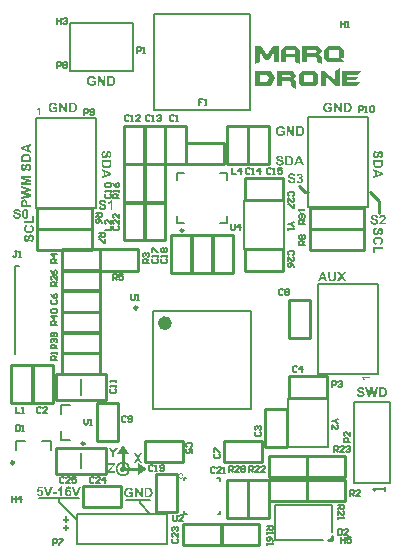
<source format=gto>
G04 Layer_Color=65535*
%FSLAX24Y24*%
%MOIN*%
G70*
G01*
G75*
%ADD26C,0.0060*%
%ADD28C,0.0200*%
%ADD32C,0.0100*%
%ADD33C,0.0080*%
%ADD46C,0.0050*%
%ADD47C,0.0098*%
%ADD48C,0.0236*%
%ADD49C,0.0000*%
%ADD50C,0.0079*%
G36*
X-3670Y9479D02*
X-3665Y9478D01*
X-3659Y9478D01*
X-3653Y9477D01*
X-3646Y9476D01*
X-3631Y9473D01*
X-3616Y9469D01*
X-3608Y9466D01*
X-3601Y9463D01*
X-3594Y9459D01*
X-3587Y9454D01*
X-3587Y9454D01*
X-3586Y9453D01*
X-3584Y9452D01*
X-3582Y9450D01*
X-3579Y9447D01*
X-3576Y9444D01*
X-3573Y9440D01*
X-3569Y9436D01*
X-3566Y9432D01*
X-3562Y9427D01*
X-3558Y9421D01*
X-3555Y9415D01*
X-3551Y9408D01*
X-3548Y9401D01*
X-3546Y9393D01*
X-3544Y9385D01*
X-3608Y9373D01*
Y9374D01*
X-3609Y9374D01*
X-3609Y9377D01*
X-3611Y9381D01*
X-3614Y9387D01*
X-3617Y9393D01*
X-3622Y9399D01*
X-3627Y9405D01*
X-3634Y9410D01*
X-3635Y9411D01*
X-3637Y9413D01*
X-3641Y9415D01*
X-3646Y9417D01*
X-3653Y9420D01*
X-3661Y9422D01*
X-3670Y9424D01*
X-3680Y9424D01*
X-3684D01*
X-3687Y9424D01*
X-3691Y9423D01*
X-3695Y9423D01*
X-3700Y9422D01*
X-3705Y9421D01*
X-3715Y9418D01*
X-3721Y9416D01*
X-3726Y9413D01*
X-3732Y9409D01*
X-3737Y9406D01*
X-3742Y9402D01*
X-3748Y9397D01*
X-3748Y9397D01*
X-3748Y9396D01*
X-3750Y9394D01*
X-3751Y9392D01*
X-3753Y9389D01*
X-3755Y9386D01*
X-3758Y9382D01*
X-3760Y9377D01*
X-3762Y9372D01*
X-3764Y9366D01*
X-3767Y9359D01*
X-3768Y9352D01*
X-3770Y9344D01*
X-3771Y9336D01*
X-3772Y9327D01*
X-3772Y9317D01*
Y9317D01*
Y9315D01*
Y9312D01*
X-3772Y9308D01*
X-3771Y9303D01*
X-3771Y9298D01*
X-3770Y9291D01*
X-3769Y9285D01*
X-3766Y9271D01*
X-3761Y9257D01*
X-3759Y9250D01*
X-3755Y9243D01*
X-3751Y9237D01*
X-3747Y9231D01*
X-3747Y9231D01*
X-3746Y9230D01*
X-3744Y9228D01*
X-3742Y9227D01*
X-3740Y9225D01*
X-3737Y9222D01*
X-3733Y9220D01*
X-3729Y9217D01*
X-3724Y9214D01*
X-3720Y9212D01*
X-3708Y9207D01*
X-3702Y9205D01*
X-3695Y9204D01*
X-3688Y9203D01*
X-3681Y9203D01*
X-3677D01*
X-3673Y9203D01*
X-3668Y9203D01*
X-3662Y9204D01*
X-3655Y9206D01*
X-3647Y9208D01*
X-3640Y9210D01*
X-3639D01*
X-3639Y9211D01*
X-3637Y9212D01*
X-3633Y9214D01*
X-3628Y9216D01*
X-3622Y9219D01*
X-3616Y9222D01*
X-3610Y9226D01*
X-3605Y9230D01*
Y9271D01*
X-3679D01*
Y9325D01*
X-3540D01*
Y9197D01*
X-3541Y9196D01*
X-3542Y9195D01*
X-3543Y9193D01*
X-3546Y9191D01*
X-3548Y9190D01*
X-3554Y9185D01*
X-3563Y9180D01*
X-3573Y9174D01*
X-3585Y9168D01*
X-3599Y9162D01*
X-3599D01*
X-3601Y9162D01*
X-3602Y9161D01*
X-3605Y9160D01*
X-3609Y9159D01*
X-3613Y9158D01*
X-3618Y9156D01*
X-3623Y9155D01*
X-3634Y9152D01*
X-3648Y9150D01*
X-3662Y9148D01*
X-3676Y9148D01*
X-3681D01*
X-3685Y9148D01*
X-3689D01*
X-3694Y9148D01*
X-3700Y9149D01*
X-3706Y9150D01*
X-3720Y9153D01*
X-3735Y9156D01*
X-3750Y9161D01*
X-3757Y9165D01*
X-3764Y9168D01*
X-3765Y9169D01*
X-3766Y9169D01*
X-3768Y9171D01*
X-3770Y9172D01*
X-3773Y9174D01*
X-3777Y9177D01*
X-3781Y9180D01*
X-3785Y9184D01*
X-3794Y9192D01*
X-3803Y9203D01*
X-3812Y9215D01*
X-3820Y9229D01*
Y9229D01*
X-3821Y9231D01*
X-3822Y9233D01*
X-3823Y9236D01*
X-3824Y9239D01*
X-3826Y9244D01*
X-3827Y9249D01*
X-3829Y9254D01*
X-3831Y9260D01*
X-3833Y9267D01*
X-3836Y9282D01*
X-3838Y9297D01*
X-3839Y9314D01*
Y9315D01*
Y9317D01*
Y9319D01*
X-3838Y9323D01*
Y9327D01*
X-3838Y9332D01*
X-3837Y9338D01*
X-3836Y9344D01*
X-3834Y9358D01*
X-3830Y9373D01*
X-3825Y9388D01*
X-3821Y9396D01*
X-3818Y9403D01*
X-3817Y9403D01*
X-3817Y9405D01*
X-3815Y9407D01*
X-3814Y9409D01*
X-3812Y9413D01*
X-3809Y9416D01*
X-3806Y9421D01*
X-3803Y9425D01*
X-3798Y9430D01*
X-3794Y9435D01*
X-3789Y9440D01*
X-3783Y9445D01*
X-3777Y9450D01*
X-3771Y9455D01*
X-3757Y9463D01*
X-3756D01*
X-3755Y9464D01*
X-3754Y9464D01*
X-3751Y9466D01*
X-3748Y9467D01*
X-3745Y9468D01*
X-3740Y9470D01*
X-3736Y9471D01*
X-3730Y9473D01*
X-3724Y9474D01*
X-3718Y9476D01*
X-3712Y9477D01*
X-3697Y9479D01*
X-3680Y9479D01*
X-3675D01*
X-3670Y9479D01*
D02*
G37*
G36*
X-3226Y9154D02*
X-3290D01*
X-3420Y9364D01*
Y9154D01*
X-3480D01*
Y9473D01*
X-3417D01*
X-3285Y9258D01*
Y9473D01*
X-3226D01*
Y9154D01*
D02*
G37*
G36*
X-3027Y6260D02*
Y6191D01*
X-3346Y6063D01*
Y6133D01*
X-3274Y6160D01*
Y6289D01*
X-3346Y6315D01*
Y6383D01*
X-3027Y6260D01*
D02*
G37*
G36*
X-3237Y6925D02*
X-3237D01*
X-3238Y6925D01*
X-3240D01*
X-3242Y6924D01*
X-3247Y6923D01*
X-3254Y6920D01*
X-3262Y6917D01*
X-3270Y6913D01*
X-3277Y6909D01*
X-3283Y6903D01*
X-3284Y6902D01*
X-3285Y6899D01*
X-3288Y6896D01*
X-3291Y6890D01*
X-3293Y6883D01*
X-3296Y6875D01*
X-3297Y6866D01*
X-3298Y6856D01*
Y6855D01*
Y6854D01*
Y6853D01*
Y6851D01*
X-3297Y6845D01*
X-3296Y6838D01*
X-3295Y6831D01*
X-3292Y6823D01*
X-3289Y6815D01*
X-3285Y6809D01*
X-3285Y6808D01*
X-3283Y6806D01*
X-3280Y6804D01*
X-3276Y6801D01*
X-3272Y6798D01*
X-3266Y6795D01*
X-3261Y6793D01*
X-3254Y6793D01*
X-3252D01*
X-3250Y6793D01*
X-3247Y6794D01*
X-3244Y6795D01*
X-3241Y6796D01*
X-3238Y6797D01*
X-3235Y6800D01*
X-3234Y6800D01*
X-3233Y6801D01*
X-3232Y6802D01*
X-3230Y6805D01*
X-3228Y6808D01*
X-3225Y6812D01*
X-3223Y6817D01*
X-3221Y6823D01*
Y6823D01*
X-3220Y6825D01*
X-3219Y6828D01*
X-3218Y6831D01*
X-3218Y6833D01*
X-3217Y6837D01*
X-3215Y6840D01*
X-3214Y6845D01*
X-3213Y6849D01*
X-3212Y6855D01*
X-3210Y6861D01*
X-3208Y6867D01*
X-3206Y6875D01*
Y6875D01*
X-3206Y6877D01*
X-3205Y6880D01*
X-3204Y6883D01*
X-3203Y6887D01*
X-3201Y6892D01*
X-3200Y6897D01*
X-3198Y6903D01*
X-3193Y6915D01*
X-3188Y6927D01*
X-3185Y6933D01*
X-3182Y6938D01*
X-3178Y6943D01*
X-3175Y6947D01*
X-3175Y6948D01*
X-3174Y6948D01*
X-3172Y6950D01*
X-3170Y6952D01*
X-3168Y6954D01*
X-3164Y6956D01*
X-3161Y6959D01*
X-3157Y6961D01*
X-3147Y6967D01*
X-3136Y6972D01*
X-3130Y6973D01*
X-3124Y6975D01*
X-3117Y6976D01*
X-3110Y6976D01*
X-3106D01*
X-3102Y6975D01*
X-3096Y6974D01*
X-3089Y6973D01*
X-3081Y6971D01*
X-3072Y6967D01*
X-3065Y6963D01*
X-3064D01*
X-3064Y6962D01*
X-3061Y6960D01*
X-3057Y6957D01*
X-3053Y6953D01*
X-3048Y6947D01*
X-3042Y6940D01*
X-3037Y6932D01*
X-3032Y6923D01*
Y6923D01*
X-3032Y6922D01*
X-3031Y6920D01*
X-3030Y6918D01*
X-3030Y6916D01*
X-3029Y6913D01*
X-3028Y6909D01*
X-3026Y6905D01*
X-3024Y6896D01*
X-3023Y6885D01*
X-3021Y6873D01*
X-3021Y6860D01*
Y6859D01*
Y6857D01*
Y6854D01*
X-3021Y6850D01*
X-3022Y6845D01*
X-3022Y6839D01*
X-3023Y6833D01*
X-3024Y6826D01*
X-3027Y6811D01*
X-3030Y6804D01*
X-3032Y6796D01*
X-3035Y6789D01*
X-3039Y6782D01*
X-3043Y6776D01*
X-3048Y6770D01*
X-3048Y6769D01*
X-3049Y6768D01*
X-3050Y6767D01*
X-3052Y6765D01*
X-3055Y6763D01*
X-3058Y6760D01*
X-3062Y6757D01*
X-3066Y6754D01*
X-3071Y6751D01*
X-3076Y6748D01*
X-3082Y6746D01*
X-3089Y6743D01*
X-3095Y6741D01*
X-3103Y6739D01*
X-3110Y6738D01*
X-3118Y6737D01*
X-3121Y6802D01*
X-3120D01*
X-3116Y6803D01*
X-3112Y6804D01*
X-3107Y6806D01*
X-3101Y6808D01*
X-3096Y6811D01*
X-3090Y6815D01*
X-3085Y6820D01*
X-3085Y6820D01*
X-3084Y6822D01*
X-3082Y6826D01*
X-3080Y6830D01*
X-3078Y6836D01*
X-3076Y6843D01*
X-3075Y6851D01*
X-3074Y6861D01*
Y6861D01*
Y6862D01*
Y6863D01*
Y6865D01*
X-3075Y6870D01*
X-3076Y6876D01*
X-3077Y6883D01*
X-3079Y6891D01*
X-3082Y6898D01*
X-3086Y6904D01*
X-3087Y6905D01*
X-3088Y6905D01*
X-3089Y6907D01*
X-3091Y6909D01*
X-3094Y6911D01*
X-3098Y6913D01*
X-3102Y6914D01*
X-3106Y6914D01*
X-3108D01*
X-3110Y6914D01*
X-3113Y6913D01*
X-3116Y6912D01*
X-3119Y6911D01*
X-3122Y6908D01*
X-3126Y6905D01*
X-3126Y6905D01*
X-3127Y6902D01*
X-3128Y6901D01*
X-3129Y6899D01*
X-3131Y6896D01*
X-3132Y6893D01*
X-3133Y6889D01*
X-3135Y6885D01*
X-3137Y6880D01*
X-3139Y6875D01*
X-3141Y6869D01*
X-3143Y6862D01*
X-3145Y6854D01*
X-3147Y6846D01*
Y6845D01*
X-3147Y6844D01*
X-3148Y6841D01*
X-3149Y6838D01*
X-3150Y6834D01*
X-3151Y6830D01*
X-3152Y6825D01*
X-3154Y6820D01*
X-3158Y6808D01*
X-3161Y6797D01*
X-3165Y6786D01*
X-3168Y6781D01*
X-3170Y6777D01*
Y6776D01*
X-3170Y6776D01*
X-3172Y6773D01*
X-3175Y6769D01*
X-3179Y6764D01*
X-3183Y6758D01*
X-3189Y6752D01*
X-3195Y6746D01*
X-3203Y6741D01*
X-3204Y6741D01*
X-3206Y6739D01*
X-3211Y6737D01*
X-3217Y6735D01*
X-3224Y6732D01*
X-3233Y6730D01*
X-3243Y6729D01*
X-3254Y6728D01*
X-3258D01*
X-3261Y6729D01*
X-3264Y6729D01*
X-3270Y6730D01*
X-3279Y6732D01*
X-3287Y6735D01*
X-3296Y6739D01*
X-3305Y6744D01*
X-3306D01*
X-3306Y6745D01*
X-3309Y6747D01*
X-3314Y6750D01*
X-3319Y6755D01*
X-3325Y6761D01*
X-3330Y6769D01*
X-3336Y6777D01*
X-3341Y6787D01*
Y6788D01*
X-3341Y6789D01*
X-3342Y6790D01*
X-3343Y6792D01*
X-3344Y6795D01*
X-3345Y6798D01*
X-3346Y6802D01*
X-3346Y6806D01*
X-3348Y6811D01*
X-3349Y6816D01*
X-3351Y6828D01*
X-3352Y6842D01*
X-3352Y6857D01*
Y6857D01*
Y6859D01*
Y6863D01*
X-3352Y6867D01*
X-3352Y6872D01*
X-3351Y6877D01*
X-3350Y6884D01*
X-3349Y6891D01*
X-3346Y6906D01*
X-3343Y6914D01*
X-3341Y6921D01*
X-3338Y6929D01*
X-3334Y6936D01*
X-3330Y6943D01*
X-3325Y6950D01*
X-3324Y6950D01*
X-3323Y6951D01*
X-3322Y6953D01*
X-3320Y6955D01*
X-3316Y6958D01*
X-3313Y6960D01*
X-3309Y6964D01*
X-3304Y6967D01*
X-3298Y6970D01*
X-3292Y6973D01*
X-3285Y6977D01*
X-3278Y6980D01*
X-3270Y6982D01*
X-3261Y6985D01*
X-3252Y6987D01*
X-3243Y6988D01*
X-3237Y6925D01*
D02*
G37*
G36*
X-3027Y6556D02*
Y6555D01*
Y6554D01*
Y6552D01*
Y6549D01*
Y6546D01*
X-3027Y6542D01*
X-3028Y6533D01*
X-3028Y6523D01*
X-3030Y6513D01*
X-3031Y6504D01*
X-3033Y6495D01*
Y6494D01*
X-3034Y6493D01*
X-3034Y6492D01*
X-3035Y6490D01*
X-3037Y6485D01*
X-3040Y6478D01*
X-3044Y6471D01*
X-3049Y6462D01*
X-3055Y6455D01*
X-3063Y6447D01*
Y6446D01*
X-3064Y6446D01*
X-3066Y6443D01*
X-3071Y6440D01*
X-3077Y6436D01*
X-3085Y6431D01*
X-3093Y6425D01*
X-3103Y6420D01*
X-3115Y6416D01*
X-3115D01*
X-3116Y6416D01*
X-3118Y6415D01*
X-3120Y6414D01*
X-3123Y6414D01*
X-3127Y6413D01*
X-3131Y6412D01*
X-3135Y6411D01*
X-3140Y6410D01*
X-3146Y6409D01*
X-3152Y6408D01*
X-3159Y6407D01*
X-3174Y6406D01*
X-3190Y6406D01*
X-3196D01*
X-3200Y6406D01*
X-3204D01*
X-3208Y6407D01*
X-3213Y6407D01*
X-3224Y6408D01*
X-3235Y6410D01*
X-3247Y6413D01*
X-3258Y6416D01*
X-3258D01*
X-3259Y6416D01*
X-3261Y6417D01*
X-3264Y6418D01*
X-3267Y6419D01*
X-3270Y6421D01*
X-3278Y6425D01*
X-3287Y6429D01*
X-3297Y6435D01*
X-3306Y6442D01*
X-3315Y6450D01*
X-3316Y6451D01*
X-3317Y6453D01*
X-3320Y6457D01*
X-3324Y6462D01*
X-3328Y6468D01*
X-3332Y6476D01*
X-3336Y6485D01*
X-3340Y6495D01*
Y6496D01*
X-3340Y6496D01*
Y6498D01*
X-3341Y6499D01*
X-3342Y6504D01*
X-3343Y6510D01*
X-3345Y6518D01*
X-3346Y6528D01*
X-3346Y6540D01*
X-3346Y6552D01*
Y6673D01*
X-3027D01*
Y6556D01*
D02*
G37*
G36*
X-5923Y5363D02*
X-5919D01*
X-5913Y5362D01*
X-5905Y5360D01*
X-5896Y5358D01*
X-5888Y5356D01*
X-5880Y5352D01*
X-5879Y5351D01*
X-5877Y5350D01*
X-5873Y5348D01*
X-5869Y5344D01*
X-5864Y5341D01*
X-5858Y5336D01*
X-5853Y5331D01*
X-5849Y5325D01*
X-5848Y5324D01*
X-5847Y5322D01*
X-5845Y5319D01*
X-5843Y5314D01*
X-5840Y5309D01*
X-5838Y5304D01*
X-5835Y5298D01*
X-5833Y5291D01*
Y5291D01*
Y5290D01*
X-5833Y5289D01*
Y5287D01*
X-5832Y5285D01*
X-5832Y5282D01*
X-5832Y5278D01*
Y5274D01*
X-5831Y5270D01*
X-5831Y5265D01*
X-5830Y5259D01*
X-5830Y5253D01*
Y5247D01*
X-5829Y5240D01*
Y5233D01*
Y5225D01*
Y5183D01*
X-5709D01*
Y5118D01*
X-6028D01*
Y5222D01*
Y5222D01*
Y5224D01*
Y5227D01*
Y5231D01*
Y5236D01*
X-6028Y5241D01*
Y5247D01*
Y5253D01*
X-6027Y5266D01*
X-6026Y5279D01*
X-6026Y5284D01*
X-6025Y5290D01*
X-6024Y5295D01*
X-6023Y5298D01*
Y5299D01*
X-6023Y5300D01*
X-6022Y5301D01*
X-6022Y5303D01*
X-6020Y5308D01*
X-6017Y5314D01*
X-6013Y5321D01*
X-6007Y5329D01*
X-6000Y5337D01*
X-5992Y5344D01*
X-5991D01*
X-5991Y5345D01*
X-5990Y5346D01*
X-5988Y5347D01*
X-5985Y5349D01*
X-5982Y5350D01*
X-5979Y5352D01*
X-5975Y5354D01*
X-5966Y5357D01*
X-5956Y5360D01*
X-5943Y5362D01*
X-5930Y5363D01*
X-5925D01*
X-5923Y5363D01*
D02*
G37*
G36*
X-5709Y7155D02*
X-5781Y7127D01*
Y6999D01*
X-5709Y6972D01*
Y6904D01*
X-6028Y7028D01*
Y7096D01*
X-5709Y7225D01*
Y7155D01*
D02*
G37*
G36*
Y5727D02*
Y5657D01*
X-5948Y5594D01*
X-5709Y5531D01*
Y5460D01*
X-6028Y5385D01*
Y5451D01*
X-5808Y5499D01*
X-6028Y5557D01*
Y5635D01*
X-5805Y5690D01*
X-6028Y5739D01*
Y5804D01*
X-5709Y5727D01*
D02*
G37*
G36*
X-3026Y9473D02*
X-3017Y9472D01*
X-3007Y9472D01*
X-2997Y9470D01*
X-2988Y9469D01*
X-2979Y9467D01*
X-2978D01*
X-2977Y9466D01*
X-2976Y9466D01*
X-2974Y9465D01*
X-2969Y9463D01*
X-2962Y9460D01*
X-2955Y9456D01*
X-2946Y9451D01*
X-2939Y9445D01*
X-2931Y9437D01*
X-2930D01*
X-2930Y9436D01*
X-2928Y9434D01*
X-2924Y9429D01*
X-2920Y9423D01*
X-2915Y9416D01*
X-2910Y9407D01*
X-2904Y9397D01*
X-2900Y9385D01*
Y9385D01*
X-2900Y9384D01*
X-2899Y9382D01*
X-2898Y9380D01*
X-2898Y9377D01*
X-2897Y9373D01*
X-2896Y9369D01*
X-2895Y9365D01*
X-2894Y9360D01*
X-2893Y9354D01*
X-2892Y9348D01*
X-2891Y9341D01*
X-2890Y9326D01*
X-2890Y9310D01*
Y9310D01*
Y9308D01*
Y9306D01*
Y9304D01*
X-2890Y9300D01*
Y9296D01*
X-2891Y9292D01*
X-2891Y9287D01*
X-2892Y9276D01*
X-2894Y9265D01*
X-2897Y9253D01*
X-2900Y9242D01*
Y9242D01*
X-2900Y9241D01*
X-2901Y9239D01*
X-2902Y9236D01*
X-2903Y9233D01*
X-2905Y9230D01*
X-2909Y9222D01*
X-2913Y9213D01*
X-2919Y9203D01*
X-2926Y9194D01*
X-2934Y9185D01*
X-2935Y9184D01*
X-2937Y9183D01*
X-2941Y9180D01*
X-2946Y9176D01*
X-2952Y9172D01*
X-2960Y9168D01*
X-2969Y9164D01*
X-2979Y9160D01*
X-2980D01*
X-2980Y9160D01*
X-2982D01*
X-2983Y9159D01*
X-2988Y9158D01*
X-2995Y9157D01*
X-3002Y9155D01*
X-3012Y9154D01*
X-3024Y9154D01*
X-3036Y9154D01*
X-3157D01*
Y9473D01*
X-3030D01*
X-3026Y9473D01*
D02*
G37*
G36*
X-5709Y6085D02*
X-5960Y6085D01*
X-5709Y6022D01*
Y5959D01*
X-5960Y5897D01*
X-5709D01*
Y5837D01*
X-6028D01*
Y5934D01*
X-5810Y5991D01*
X-6028Y6048D01*
Y6145D01*
X-5709D01*
Y6085D01*
D02*
G37*
G36*
X-2987Y5020D02*
X-3048D01*
Y5251D01*
X-3049Y5251D01*
X-3050Y5250D01*
X-3052Y5248D01*
X-3054Y5246D01*
X-3058Y5243D01*
X-3061Y5241D01*
X-3066Y5237D01*
X-3071Y5234D01*
X-3077Y5230D01*
X-3083Y5226D01*
X-3089Y5222D01*
X-3096Y5218D01*
X-3111Y5211D01*
X-3127Y5205D01*
Y5260D01*
X-3127D01*
X-3127Y5261D01*
X-3125Y5261D01*
X-3123Y5262D01*
X-3119Y5264D01*
X-3112Y5267D01*
X-3104Y5271D01*
X-3096Y5276D01*
X-3086Y5282D01*
X-3076Y5289D01*
X-3075Y5290D01*
X-3074Y5290D01*
X-3073Y5292D01*
X-3071Y5294D01*
X-3066Y5298D01*
X-3061Y5304D01*
X-3054Y5312D01*
X-3048Y5321D01*
X-3042Y5331D01*
X-3037Y5341D01*
X-2987D01*
Y5020D01*
D02*
G37*
G36*
X2992Y6231D02*
X2998Y6230D01*
X3004Y6230D01*
X3010Y6229D01*
X3016Y6228D01*
X3031Y6225D01*
X3039Y6222D01*
X3046Y6220D01*
X3053Y6217D01*
X3060Y6213D01*
X3067Y6209D01*
X3073Y6204D01*
X3073Y6204D01*
X3074Y6203D01*
X3076Y6202D01*
X3077Y6200D01*
X3080Y6197D01*
X3083Y6194D01*
X3085Y6190D01*
X3089Y6186D01*
X3091Y6181D01*
X3094Y6176D01*
X3097Y6170D01*
X3099Y6163D01*
X3101Y6157D01*
X3103Y6149D01*
X3105Y6142D01*
X3105Y6134D01*
X3041Y6131D01*
Y6132D01*
Y6132D01*
X3040Y6136D01*
X3039Y6140D01*
X3037Y6145D01*
X3035Y6151D01*
X3031Y6156D01*
X3027Y6162D01*
X3022Y6167D01*
X3022Y6167D01*
X3020Y6168D01*
X3017Y6170D01*
X3012Y6172D01*
X3007Y6174D01*
X3000Y6176D01*
X2992Y6177D01*
X2982Y6178D01*
X2977D01*
X2972Y6177D01*
X2966Y6176D01*
X2959Y6175D01*
X2952Y6173D01*
X2945Y6170D01*
X2938Y6166D01*
X2938Y6165D01*
X2937Y6164D01*
X2935Y6163D01*
X2933Y6161D01*
X2931Y6158D01*
X2930Y6154D01*
X2929Y6150D01*
X2928Y6146D01*
Y6145D01*
Y6144D01*
X2929Y6142D01*
X2930Y6139D01*
X2931Y6136D01*
X2932Y6133D01*
X2934Y6130D01*
X2937Y6126D01*
X2938Y6126D01*
X2940Y6125D01*
X2942Y6124D01*
X2944Y6123D01*
X2946Y6121D01*
X2950Y6120D01*
X2953Y6118D01*
X2957Y6117D01*
X2962Y6115D01*
X2968Y6113D01*
X2974Y6111D01*
X2981Y6109D01*
X2988Y6107D01*
X2997Y6105D01*
X2997D01*
X2999Y6105D01*
X3001Y6104D01*
X3004Y6103D01*
X3008Y6102D01*
X3013Y6101D01*
X3018Y6100D01*
X3023Y6098D01*
X3034Y6094D01*
X3046Y6091D01*
X3057Y6087D01*
X3061Y6084D01*
X3066Y6082D01*
X3066D01*
X3067Y6082D01*
X3070Y6080D01*
X3074Y6077D01*
X3079Y6073D01*
X3084Y6069D01*
X3090Y6063D01*
X3096Y6057D01*
X3101Y6049D01*
X3102Y6048D01*
X3103Y6046D01*
X3106Y6041D01*
X3108Y6035D01*
X3110Y6028D01*
X3113Y6019D01*
X3114Y6009D01*
X3114Y5998D01*
Y5998D01*
Y5997D01*
Y5996D01*
Y5994D01*
X3114Y5991D01*
X3114Y5988D01*
X3113Y5982D01*
X3111Y5973D01*
X3108Y5965D01*
X3104Y5956D01*
X3099Y5947D01*
Y5946D01*
X3098Y5946D01*
X3096Y5943D01*
X3092Y5938D01*
X3088Y5933D01*
X3082Y5927D01*
X3074Y5922D01*
X3065Y5916D01*
X3055Y5911D01*
X3055D01*
X3054Y5911D01*
X3053Y5910D01*
X3050Y5909D01*
X3047Y5908D01*
X3044Y5907D01*
X3041Y5906D01*
X3036Y5906D01*
X3031Y5904D01*
X3026Y5903D01*
X3014Y5901D01*
X3001Y5900D01*
X2986Y5900D01*
X2980D01*
X2976Y5900D01*
X2971Y5900D01*
X2965Y5901D01*
X2959Y5902D01*
X2952Y5903D01*
X2937Y5906D01*
X2929Y5909D01*
X2921Y5911D01*
X2913Y5914D01*
X2906Y5918D01*
X2899Y5922D01*
X2893Y5927D01*
X2892Y5928D01*
X2891Y5929D01*
X2889Y5930D01*
X2888Y5932D01*
X2885Y5936D01*
X2882Y5939D01*
X2879Y5943D01*
X2876Y5948D01*
X2872Y5954D01*
X2869Y5960D01*
X2866Y5966D01*
X2863Y5974D01*
X2860Y5982D01*
X2858Y5991D01*
X2856Y6000D01*
X2854Y6009D01*
X2917Y6015D01*
Y6015D01*
X2918Y6014D01*
Y6012D01*
X2918Y6010D01*
X2920Y6005D01*
X2922Y5998D01*
X2925Y5990D01*
X2929Y5982D01*
X2934Y5975D01*
X2940Y5969D01*
X2941Y5968D01*
X2943Y5966D01*
X2947Y5964D01*
X2952Y5961D01*
X2959Y5959D01*
X2967Y5956D01*
X2976Y5954D01*
X2987Y5954D01*
X2992D01*
X2998Y5955D01*
X3004Y5956D01*
X3012Y5957D01*
X3020Y5960D01*
X3027Y5963D01*
X3034Y5967D01*
X3035Y5967D01*
X3036Y5969D01*
X3039Y5972D01*
X3042Y5976D01*
X3045Y5980D01*
X3047Y5986D01*
X3049Y5991D01*
X3050Y5998D01*
Y5998D01*
Y6000D01*
X3049Y6002D01*
X3049Y6005D01*
X3048Y6008D01*
X3047Y6011D01*
X3045Y6014D01*
X3043Y6017D01*
X3042Y6018D01*
X3041Y6019D01*
X3040Y6020D01*
X3038Y6022D01*
X3035Y6024D01*
X3030Y6027D01*
X3026Y6029D01*
X3020Y6031D01*
X3019D01*
X3017Y6032D01*
X3014Y6033D01*
X3012Y6034D01*
X3009Y6034D01*
X3006Y6035D01*
X3002Y6037D01*
X2998Y6038D01*
X2993Y6039D01*
X2988Y6040D01*
X2982Y6042D01*
X2975Y6044D01*
X2968Y6046D01*
X2968D01*
X2966Y6046D01*
X2963Y6047D01*
X2960Y6048D01*
X2956Y6049D01*
X2950Y6051D01*
X2945Y6052D01*
X2939Y6054D01*
X2927Y6059D01*
X2916Y6064D01*
X2910Y6067D01*
X2905Y6070D01*
X2900Y6074D01*
X2895Y6077D01*
X2895Y6077D01*
X2894Y6078D01*
X2893Y6080D01*
X2891Y6082D01*
X2889Y6084D01*
X2886Y6088D01*
X2883Y6091D01*
X2881Y6095D01*
X2876Y6105D01*
X2871Y6116D01*
X2869Y6122D01*
X2868Y6128D01*
X2867Y6135D01*
X2866Y6142D01*
Y6142D01*
Y6143D01*
Y6144D01*
Y6146D01*
X2867Y6150D01*
X2868Y6156D01*
X2870Y6163D01*
X2872Y6171D01*
X2875Y6179D01*
X2880Y6187D01*
Y6188D01*
X2880Y6188D01*
X2883Y6191D01*
X2885Y6195D01*
X2890Y6199D01*
X2895Y6204D01*
X2902Y6210D01*
X2910Y6215D01*
X2919Y6220D01*
X2920D01*
X2921Y6220D01*
X2922Y6221D01*
X2924Y6222D01*
X2927Y6222D01*
X2930Y6223D01*
X2933Y6224D01*
X2937Y6226D01*
X2947Y6228D01*
X2957Y6229D01*
X2969Y6231D01*
X2983Y6231D01*
X2988D01*
X2992Y6231D01*
D02*
G37*
G36*
X3264Y6227D02*
X3268Y6226D01*
X3272Y6226D01*
X3277Y6225D01*
X3282Y6223D01*
X3294Y6220D01*
X3300Y6218D01*
X3306Y6215D01*
X3312Y6211D01*
X3318Y6208D01*
X3324Y6203D01*
X3329Y6198D01*
X3329Y6198D01*
X3330Y6197D01*
X3331Y6196D01*
X3332Y6194D01*
X3336Y6189D01*
X3340Y6183D01*
X3345Y6175D01*
X3348Y6166D01*
X3351Y6155D01*
X3351Y6150D01*
X3351Y6145D01*
Y6144D01*
Y6143D01*
X3351Y6141D01*
X3351Y6138D01*
X3350Y6134D01*
X3349Y6130D01*
X3348Y6125D01*
X3346Y6120D01*
X3343Y6115D01*
X3340Y6110D01*
X3337Y6104D01*
X3332Y6099D01*
X3326Y6093D01*
X3320Y6088D01*
X3314Y6082D01*
X3305Y6077D01*
X3306D01*
X3307Y6077D01*
X3308D01*
X3310Y6076D01*
X3315Y6075D01*
X3321Y6072D01*
X3328Y6068D01*
X3335Y6064D01*
X3343Y6058D01*
X3349Y6051D01*
X3350Y6050D01*
X3352Y6047D01*
X3354Y6043D01*
X3357Y6037D01*
X3361Y6030D01*
X3363Y6021D01*
X3365Y6012D01*
X3366Y6001D01*
Y6001D01*
Y5999D01*
Y5997D01*
X3365Y5994D01*
X3365Y5991D01*
X3364Y5986D01*
X3363Y5981D01*
X3362Y5976D01*
X3358Y5965D01*
X3356Y5959D01*
X3353Y5953D01*
X3349Y5947D01*
X3345Y5941D01*
X3340Y5935D01*
X3335Y5929D01*
X3334Y5929D01*
X3333Y5928D01*
X3332Y5926D01*
X3329Y5924D01*
X3326Y5922D01*
X3323Y5920D01*
X3318Y5917D01*
X3314Y5914D01*
X3308Y5912D01*
X3302Y5909D01*
X3296Y5906D01*
X3290Y5904D01*
X3282Y5902D01*
X3275Y5901D01*
X3266Y5900D01*
X3258Y5900D01*
X3254D01*
X3251Y5900D01*
X3247Y5900D01*
X3243Y5901D01*
X3238Y5902D01*
X3233Y5903D01*
X3222Y5906D01*
X3210Y5910D01*
X3203Y5913D01*
X3198Y5916D01*
X3192Y5920D01*
X3186Y5924D01*
X3186Y5925D01*
X3185Y5926D01*
X3183Y5927D01*
X3181Y5929D01*
X3179Y5931D01*
X3177Y5935D01*
X3174Y5938D01*
X3171Y5942D01*
X3168Y5947D01*
X3165Y5951D01*
X3160Y5962D01*
X3156Y5975D01*
X3154Y5982D01*
X3153Y5990D01*
X3212Y5997D01*
Y5997D01*
Y5996D01*
X3213Y5993D01*
X3214Y5989D01*
X3215Y5984D01*
X3217Y5979D01*
X3220Y5972D01*
X3223Y5967D01*
X3228Y5962D01*
X3228Y5961D01*
X3230Y5960D01*
X3233Y5958D01*
X3236Y5956D01*
X3241Y5954D01*
X3246Y5952D01*
X3251Y5951D01*
X3258Y5950D01*
X3259D01*
X3261Y5951D01*
X3264Y5951D01*
X3269Y5952D01*
X3274Y5954D01*
X3279Y5956D01*
X3284Y5960D01*
X3290Y5965D01*
X3290Y5965D01*
X3292Y5967D01*
X3294Y5971D01*
X3296Y5975D01*
X3299Y5980D01*
X3301Y5987D01*
X3302Y5995D01*
X3303Y6004D01*
Y6004D01*
Y6005D01*
Y6008D01*
X3302Y6012D01*
X3302Y6017D01*
X3300Y6023D01*
X3297Y6029D01*
X3294Y6035D01*
X3290Y6041D01*
X3290Y6041D01*
X3288Y6043D01*
X3285Y6046D01*
X3282Y6048D01*
X3277Y6051D01*
X3272Y6052D01*
X3266Y6054D01*
X3260Y6055D01*
X3255D01*
X3252Y6054D01*
X3248Y6054D01*
X3243Y6053D01*
X3238Y6051D01*
X3232Y6050D01*
X3238Y6100D01*
X3242D01*
X3247Y6100D01*
X3253Y6100D01*
X3259Y6102D01*
X3265Y6104D01*
X3271Y6106D01*
X3277Y6110D01*
X3277Y6111D01*
X3279Y6112D01*
X3281Y6115D01*
X3284Y6118D01*
X3286Y6123D01*
X3288Y6128D01*
X3290Y6134D01*
X3290Y6141D01*
Y6142D01*
Y6143D01*
X3290Y6146D01*
X3289Y6150D01*
X3288Y6154D01*
X3286Y6158D01*
X3284Y6163D01*
X3280Y6167D01*
X3280Y6167D01*
X3278Y6168D01*
X3277Y6170D01*
X3273Y6172D01*
X3270Y6173D01*
X3266Y6175D01*
X3260Y6176D01*
X3254Y6176D01*
X3252D01*
X3249Y6176D01*
X3245Y6175D01*
X3241Y6173D01*
X3236Y6172D01*
X3232Y6169D01*
X3228Y6165D01*
X3227Y6165D01*
X3226Y6163D01*
X3224Y6161D01*
X3222Y6157D01*
X3219Y6153D01*
X3217Y6147D01*
X3216Y6141D01*
X3214Y6133D01*
X3158Y6143D01*
Y6143D01*
X3158Y6144D01*
Y6145D01*
X3159Y6148D01*
X3160Y6153D01*
X3162Y6160D01*
X3165Y6167D01*
X3168Y6175D01*
X3171Y6182D01*
X3175Y6189D01*
X3176Y6190D01*
X3178Y6192D01*
X3180Y6195D01*
X3184Y6199D01*
X3189Y6204D01*
X3194Y6208D01*
X3201Y6213D01*
X3209Y6217D01*
X3209D01*
X3210Y6217D01*
X3212Y6218D01*
X3217Y6220D01*
X3223Y6222D01*
X3229Y6224D01*
X3238Y6226D01*
X3247Y6227D01*
X3256Y6227D01*
X3260D01*
X3264Y6227D01*
D02*
G37*
G36*
X-4661Y-4528D02*
X-4722D01*
Y-4296D01*
X-4723Y-4297D01*
X-4724Y-4297D01*
X-4725Y-4299D01*
X-4728Y-4301D01*
X-4731Y-4304D01*
X-4735Y-4307D01*
X-4740Y-4310D01*
X-4745Y-4314D01*
X-4750Y-4317D01*
X-4756Y-4321D01*
X-4763Y-4325D01*
X-4770Y-4329D01*
X-4785Y-4336D01*
X-4801Y-4342D01*
Y-4287D01*
X-4801D01*
X-4800Y-4286D01*
X-4799Y-4286D01*
X-4797Y-4285D01*
X-4792Y-4283D01*
X-4786Y-4280D01*
X-4778Y-4277D01*
X-4769Y-4272D01*
X-4760Y-4265D01*
X-4750Y-4258D01*
X-4749Y-4257D01*
X-4748Y-4257D01*
X-4747Y-4255D01*
X-4745Y-4254D01*
X-4740Y-4249D01*
X-4734Y-4243D01*
X-4728Y-4236D01*
X-4721Y-4226D01*
X-4715Y-4217D01*
X-4711Y-4206D01*
X-4661D01*
Y-4528D01*
D02*
G37*
G36*
X-5099D02*
X-5169D01*
X-5283Y-4208D01*
X-5213D01*
X-5132Y-4444D01*
X-5054Y-4208D01*
X-4985D01*
X-5099Y-4528D01*
D02*
G37*
G36*
X-5311Y-4269D02*
X-5427D01*
X-5436Y-4324D01*
X-5436D01*
X-5436Y-4323D01*
X-5433Y-4322D01*
X-5429Y-4321D01*
X-5424Y-4318D01*
X-5417Y-4316D01*
X-5410Y-4315D01*
X-5402Y-4314D01*
X-5394Y-4313D01*
X-5390D01*
X-5388Y-4314D01*
X-5384Y-4314D01*
X-5380Y-4315D01*
X-5376Y-4315D01*
X-5370Y-4317D01*
X-5360Y-4321D01*
X-5354Y-4323D01*
X-5348Y-4326D01*
X-5342Y-4329D01*
X-5336Y-4334D01*
X-5331Y-4338D01*
X-5325Y-4343D01*
X-5325Y-4344D01*
X-5324Y-4345D01*
X-5322Y-4346D01*
X-5321Y-4349D01*
X-5319Y-4352D01*
X-5316Y-4355D01*
X-5314Y-4359D01*
X-5311Y-4364D01*
X-5308Y-4369D01*
X-5306Y-4375D01*
X-5303Y-4382D01*
X-5301Y-4388D01*
X-5299Y-4395D01*
X-5298Y-4403D01*
X-5297Y-4412D01*
X-5297Y-4420D01*
Y-4421D01*
Y-4422D01*
Y-4424D01*
X-5297Y-4427D01*
Y-4431D01*
X-5298Y-4435D01*
X-5298Y-4439D01*
X-5299Y-4444D01*
X-5302Y-4455D01*
X-5306Y-4467D01*
X-5309Y-4474D01*
X-5312Y-4480D01*
X-5315Y-4486D01*
X-5320Y-4492D01*
X-5320Y-4492D01*
X-5321Y-4493D01*
X-5323Y-4495D01*
X-5325Y-4498D01*
X-5328Y-4501D01*
X-5333Y-4505D01*
X-5337Y-4509D01*
X-5342Y-4512D01*
X-5348Y-4516D01*
X-5355Y-4520D01*
X-5362Y-4524D01*
X-5370Y-4527D01*
X-5378Y-4530D01*
X-5387Y-4532D01*
X-5396Y-4533D01*
X-5406Y-4534D01*
X-5411D01*
X-5414Y-4533D01*
X-5418Y-4533D01*
X-5422Y-4532D01*
X-5427Y-4532D01*
X-5432Y-4531D01*
X-5443Y-4528D01*
X-5456Y-4523D01*
X-5462Y-4521D01*
X-5468Y-4518D01*
X-5473Y-4514D01*
X-5479Y-4510D01*
X-5479Y-4510D01*
X-5480Y-4509D01*
X-5482Y-4508D01*
X-5484Y-4506D01*
X-5485Y-4503D01*
X-5488Y-4500D01*
X-5491Y-4497D01*
X-5493Y-4493D01*
X-5497Y-4489D01*
X-5499Y-4484D01*
X-5504Y-4473D01*
X-5509Y-4461D01*
X-5510Y-4454D01*
X-5512Y-4446D01*
X-5451Y-4440D01*
Y-4441D01*
X-5450Y-4443D01*
X-5449Y-4447D01*
X-5448Y-4452D01*
X-5446Y-4457D01*
X-5443Y-4462D01*
X-5440Y-4467D01*
X-5436Y-4473D01*
X-5435Y-4473D01*
X-5433Y-4474D01*
X-5430Y-4476D01*
X-5427Y-4479D01*
X-5423Y-4481D01*
X-5418Y-4483D01*
X-5412Y-4484D01*
X-5406Y-4485D01*
X-5405D01*
X-5402Y-4484D01*
X-5399Y-4484D01*
X-5394Y-4483D01*
X-5389Y-4481D01*
X-5383Y-4478D01*
X-5378Y-4474D01*
X-5373Y-4469D01*
X-5372Y-4468D01*
X-5370Y-4466D01*
X-5369Y-4462D01*
X-5366Y-4457D01*
X-5364Y-4450D01*
X-5361Y-4443D01*
X-5360Y-4433D01*
X-5359Y-4422D01*
Y-4421D01*
Y-4420D01*
Y-4419D01*
Y-4417D01*
X-5360Y-4412D01*
X-5361Y-4405D01*
X-5363Y-4398D01*
X-5365Y-4390D01*
X-5368Y-4383D01*
X-5373Y-4377D01*
X-5373Y-4377D01*
X-5375Y-4375D01*
X-5378Y-4373D01*
X-5382Y-4370D01*
X-5387Y-4367D01*
X-5393Y-4364D01*
X-5400Y-4363D01*
X-5407Y-4362D01*
X-5410D01*
X-5412Y-4363D01*
X-5417Y-4364D01*
X-5423Y-4365D01*
X-5430Y-4368D01*
X-5438Y-4372D01*
X-5443Y-4375D01*
X-5447Y-4378D01*
X-5451Y-4382D01*
X-5455Y-4386D01*
X-5504Y-4379D01*
X-5473Y-4212D01*
X-5311D01*
Y-4269D01*
D02*
G37*
G36*
X-5887Y5045D02*
X-5883Y5045D01*
X-5878Y5044D01*
X-5874Y5043D01*
X-5868Y5042D01*
X-5862Y5040D01*
X-5857Y5038D01*
X-5851Y5035D01*
X-5845Y5032D01*
X-5839Y5028D01*
X-5833Y5024D01*
X-5827Y5019D01*
X-5822Y5013D01*
X-5821Y5012D01*
X-5821Y5011D01*
X-5819Y5009D01*
X-5817Y5005D01*
X-5815Y5001D01*
X-5812Y4995D01*
X-5809Y4989D01*
X-5806Y4981D01*
X-5803Y4973D01*
X-5800Y4963D01*
X-5798Y4953D01*
X-5796Y4941D01*
X-5793Y4928D01*
X-5792Y4914D01*
X-5791Y4899D01*
X-5791Y4882D01*
Y4881D01*
Y4881D01*
Y4880D01*
Y4878D01*
Y4873D01*
X-5791Y4867D01*
X-5791Y4860D01*
X-5792Y4851D01*
X-5793Y4842D01*
X-5794Y4832D01*
X-5796Y4821D01*
X-5798Y4810D01*
X-5801Y4799D01*
X-5804Y4789D01*
X-5807Y4778D01*
X-5812Y4768D01*
X-5816Y4759D01*
X-5822Y4751D01*
X-5822Y4751D01*
X-5823Y4750D01*
X-5825Y4748D01*
X-5827Y4746D01*
X-5829Y4744D01*
X-5833Y4741D01*
X-5837Y4738D01*
X-5841Y4735D01*
X-5846Y4732D01*
X-5851Y4729D01*
X-5857Y4726D01*
X-5864Y4723D01*
X-5870Y4722D01*
X-5878Y4720D01*
X-5886Y4719D01*
X-5895Y4718D01*
X-5896D01*
X-5899Y4719D01*
X-5902D01*
X-5906Y4719D01*
X-5911Y4720D01*
X-5916Y4721D01*
X-5921Y4723D01*
X-5927Y4725D01*
X-5933Y4727D01*
X-5940Y4730D01*
X-5946Y4734D01*
X-5952Y4737D01*
X-5958Y4742D01*
X-5964Y4748D01*
X-5970Y4754D01*
X-5970Y4754D01*
X-5971Y4756D01*
X-5973Y4758D01*
X-5974Y4761D01*
X-5976Y4765D01*
X-5979Y4770D01*
X-5981Y4777D01*
X-5984Y4784D01*
X-5986Y4792D01*
X-5989Y4801D01*
X-5992Y4812D01*
X-5993Y4823D01*
X-5995Y4836D01*
X-5997Y4851D01*
X-5998Y4866D01*
X-5998Y4882D01*
Y4883D01*
Y4883D01*
Y4885D01*
Y4887D01*
Y4891D01*
X-5998Y4897D01*
X-5997Y4905D01*
X-5996Y4913D01*
X-5995Y4923D01*
X-5994Y4933D01*
X-5992Y4943D01*
X-5991Y4954D01*
X-5988Y4965D01*
X-5985Y4976D01*
X-5981Y4986D01*
X-5977Y4996D01*
X-5973Y5005D01*
X-5967Y5013D01*
X-5967Y5013D01*
X-5966Y5014D01*
X-5964Y5016D01*
X-5962Y5018D01*
X-5960Y5021D01*
X-5956Y5023D01*
X-5952Y5026D01*
X-5948Y5029D01*
X-5943Y5033D01*
X-5938Y5035D01*
X-5932Y5038D01*
X-5925Y5041D01*
X-5919Y5043D01*
X-5911Y5045D01*
X-5903Y5045D01*
X-5895Y5046D01*
X-5890D01*
X-5887Y5045D01*
D02*
G37*
G36*
X-3307Y5345D02*
X-3302Y5344D01*
X-3296Y5344D01*
X-3290Y5343D01*
X-3283Y5342D01*
X-3268Y5339D01*
X-3261Y5337D01*
X-3253Y5334D01*
X-3246Y5331D01*
X-3239Y5327D01*
X-3232Y5323D01*
X-3226Y5319D01*
X-3226Y5318D01*
X-3225Y5317D01*
X-3224Y5316D01*
X-3222Y5314D01*
X-3219Y5311D01*
X-3217Y5308D01*
X-3214Y5304D01*
X-3211Y5300D01*
X-3208Y5295D01*
X-3205Y5290D01*
X-3202Y5284D01*
X-3200Y5277D01*
X-3198Y5271D01*
X-3196Y5264D01*
X-3194Y5256D01*
X-3194Y5248D01*
X-3259Y5246D01*
Y5246D01*
Y5247D01*
X-3260Y5250D01*
X-3261Y5254D01*
X-3262Y5259D01*
X-3265Y5265D01*
X-3268Y5271D01*
X-3272Y5276D01*
X-3277Y5281D01*
X-3277Y5281D01*
X-3279Y5283D01*
X-3282Y5284D01*
X-3287Y5286D01*
X-3292Y5288D01*
X-3299Y5290D01*
X-3308Y5291D01*
X-3317Y5292D01*
X-3322D01*
X-3327Y5291D01*
X-3333Y5290D01*
X-3340Y5289D01*
X-3347Y5287D01*
X-3354Y5284D01*
X-3361Y5280D01*
X-3361Y5279D01*
X-3362Y5278D01*
X-3364Y5277D01*
X-3366Y5275D01*
X-3368Y5272D01*
X-3370Y5268D01*
X-3370Y5265D01*
X-3371Y5260D01*
Y5259D01*
Y5258D01*
X-3370Y5256D01*
X-3370Y5253D01*
X-3369Y5250D01*
X-3367Y5247D01*
X-3365Y5244D01*
X-3362Y5241D01*
X-3361Y5240D01*
X-3359Y5239D01*
X-3358Y5238D01*
X-3355Y5237D01*
X-3353Y5235D01*
X-3350Y5234D01*
X-3346Y5233D01*
X-3342Y5231D01*
X-3337Y5229D01*
X-3332Y5227D01*
X-3325Y5225D01*
X-3318Y5223D01*
X-3311Y5222D01*
X-3303Y5219D01*
X-3302D01*
X-3300Y5219D01*
X-3298Y5218D01*
X-3295Y5217D01*
X-3291Y5217D01*
X-3286Y5215D01*
X-3281Y5214D01*
X-3276Y5212D01*
X-3265Y5209D01*
X-3254Y5205D01*
X-3243Y5201D01*
X-3238Y5198D01*
X-3233Y5196D01*
X-3233D01*
X-3232Y5196D01*
X-3230Y5194D01*
X-3225Y5191D01*
X-3220Y5187D01*
X-3215Y5183D01*
X-3209Y5177D01*
X-3203Y5171D01*
X-3198Y5163D01*
X-3197Y5162D01*
X-3196Y5160D01*
X-3194Y5156D01*
X-3191Y5150D01*
X-3189Y5142D01*
X-3187Y5133D01*
X-3185Y5124D01*
X-3185Y5113D01*
Y5112D01*
Y5111D01*
Y5110D01*
Y5108D01*
X-3185Y5106D01*
X-3186Y5102D01*
X-3187Y5096D01*
X-3188Y5088D01*
X-3191Y5079D01*
X-3195Y5070D01*
X-3200Y5061D01*
Y5060D01*
X-3201Y5060D01*
X-3203Y5057D01*
X-3207Y5052D01*
X-3212Y5047D01*
X-3218Y5041D01*
X-3225Y5036D01*
X-3234Y5030D01*
X-3244Y5025D01*
X-3244D01*
X-3245Y5025D01*
X-3247Y5024D01*
X-3249Y5023D01*
X-3252Y5022D01*
X-3255Y5022D01*
X-3259Y5021D01*
X-3263Y5020D01*
X-3268Y5018D01*
X-3273Y5017D01*
X-3285Y5016D01*
X-3298Y5014D01*
X-3313Y5014D01*
X-3319D01*
X-3323Y5014D01*
X-3328Y5015D01*
X-3334Y5015D01*
X-3340Y5016D01*
X-3347Y5017D01*
X-3363Y5021D01*
X-3370Y5023D01*
X-3378Y5025D01*
X-3386Y5028D01*
X-3393Y5032D01*
X-3400Y5036D01*
X-3407Y5041D01*
X-3407Y5042D01*
X-3408Y5043D01*
X-3410Y5044D01*
X-3412Y5046D01*
X-3414Y5050D01*
X-3417Y5053D01*
X-3420Y5058D01*
X-3424Y5062D01*
X-3427Y5068D01*
X-3430Y5074D01*
X-3433Y5081D01*
X-3437Y5088D01*
X-3439Y5096D01*
X-3442Y5105D01*
X-3444Y5114D01*
X-3445Y5124D01*
X-3382Y5130D01*
Y5129D01*
X-3382Y5128D01*
Y5126D01*
X-3381Y5125D01*
X-3379Y5119D01*
X-3377Y5112D01*
X-3374Y5104D01*
X-3370Y5096D01*
X-3365Y5089D01*
X-3359Y5083D01*
X-3358Y5083D01*
X-3356Y5081D01*
X-3352Y5078D01*
X-3347Y5076D01*
X-3340Y5073D01*
X-3332Y5070D01*
X-3323Y5069D01*
X-3312Y5068D01*
X-3307D01*
X-3302Y5069D01*
X-3295Y5070D01*
X-3287Y5071D01*
X-3279Y5074D01*
X-3272Y5077D01*
X-3266Y5081D01*
X-3265Y5082D01*
X-3263Y5083D01*
X-3261Y5086D01*
X-3257Y5090D01*
X-3255Y5095D01*
X-3252Y5100D01*
X-3250Y5106D01*
X-3249Y5112D01*
Y5113D01*
Y5114D01*
X-3250Y5116D01*
X-3250Y5119D01*
X-3251Y5122D01*
X-3252Y5125D01*
X-3254Y5128D01*
X-3256Y5131D01*
X-3257Y5132D01*
X-3258Y5133D01*
X-3259Y5134D01*
X-3261Y5136D01*
X-3265Y5138D01*
X-3269Y5141D01*
X-3273Y5143D01*
X-3279Y5145D01*
X-3280D01*
X-3282Y5146D01*
X-3285Y5147D01*
X-3287Y5148D01*
X-3290Y5149D01*
X-3293Y5150D01*
X-3297Y5151D01*
X-3301Y5152D01*
X-3306Y5153D01*
X-3311Y5155D01*
X-3317Y5156D01*
X-3324Y5158D01*
X-3331Y5160D01*
X-3332D01*
X-3334Y5160D01*
X-3336Y5161D01*
X-3340Y5162D01*
X-3344Y5163D01*
X-3349Y5165D01*
X-3354Y5167D01*
X-3360Y5168D01*
X-3372Y5173D01*
X-3383Y5179D01*
X-3389Y5181D01*
X-3395Y5185D01*
X-3400Y5188D01*
X-3404Y5191D01*
X-3404Y5192D01*
X-3405Y5192D01*
X-3407Y5194D01*
X-3408Y5196D01*
X-3411Y5198D01*
X-3413Y5202D01*
X-3416Y5205D01*
X-3418Y5209D01*
X-3424Y5219D01*
X-3428Y5230D01*
X-3430Y5236D01*
X-3431Y5242D01*
X-3432Y5249D01*
X-3433Y5256D01*
Y5256D01*
Y5257D01*
Y5258D01*
Y5260D01*
X-3432Y5265D01*
X-3431Y5271D01*
X-3430Y5277D01*
X-3427Y5285D01*
X-3424Y5294D01*
X-3419Y5301D01*
Y5302D01*
X-3419Y5302D01*
X-3417Y5305D01*
X-3414Y5309D01*
X-3409Y5314D01*
X-3404Y5319D01*
X-3397Y5324D01*
X-3389Y5329D01*
X-3380Y5334D01*
X-3379D01*
X-3378Y5334D01*
X-3377Y5335D01*
X-3375Y5336D01*
X-3372Y5337D01*
X-3370Y5338D01*
X-3366Y5338D01*
X-3362Y5340D01*
X-3352Y5342D01*
X-3342Y5344D01*
X-3330Y5345D01*
X-3316Y5345D01*
X-3311D01*
X-3307Y5345D01*
D02*
G37*
G36*
X-6161Y5050D02*
X-6156Y5049D01*
X-6150Y5049D01*
X-6144Y5048D01*
X-6137Y5047D01*
X-6122Y5044D01*
X-6115Y5041D01*
X-6107Y5039D01*
X-6100Y5036D01*
X-6093Y5032D01*
X-6087Y5028D01*
X-6081Y5023D01*
X-6080Y5023D01*
X-6079Y5022D01*
X-6078Y5021D01*
X-6076Y5019D01*
X-6074Y5016D01*
X-6071Y5013D01*
X-6068Y5009D01*
X-6065Y5005D01*
X-6062Y5000D01*
X-6059Y4995D01*
X-6057Y4989D01*
X-6054Y4982D01*
X-6052Y4976D01*
X-6050Y4968D01*
X-6049Y4961D01*
X-6048Y4953D01*
X-6113Y4950D01*
Y4951D01*
Y4951D01*
X-6114Y4954D01*
X-6115Y4959D01*
X-6117Y4964D01*
X-6119Y4970D01*
X-6122Y4975D01*
X-6126Y4981D01*
X-6131Y4985D01*
X-6132Y4986D01*
X-6133Y4987D01*
X-6137Y4989D01*
X-6141Y4991D01*
X-6147Y4993D01*
X-6154Y4995D01*
X-6162Y4996D01*
X-6172Y4997D01*
X-6176D01*
X-6181Y4996D01*
X-6187Y4995D01*
X-6194Y4994D01*
X-6202Y4991D01*
X-6209Y4989D01*
X-6215Y4985D01*
X-6216Y4984D01*
X-6217Y4983D01*
X-6218Y4982D01*
X-6220Y4979D01*
X-6222Y4977D01*
X-6224Y4973D01*
X-6225Y4969D01*
X-6225Y4965D01*
Y4964D01*
Y4963D01*
X-6225Y4960D01*
X-6224Y4958D01*
X-6223Y4955D01*
X-6222Y4952D01*
X-6219Y4948D01*
X-6216Y4945D01*
X-6216Y4945D01*
X-6213Y4943D01*
X-6212Y4942D01*
X-6210Y4942D01*
X-6207Y4940D01*
X-6204Y4939D01*
X-6200Y4937D01*
X-6196Y4936D01*
X-6191Y4934D01*
X-6186Y4932D01*
X-6180Y4930D01*
X-6173Y4928D01*
X-6165Y4926D01*
X-6157Y4924D01*
X-6156D01*
X-6155Y4924D01*
X-6152Y4923D01*
X-6149Y4922D01*
X-6145Y4921D01*
X-6141Y4920D01*
X-6136Y4918D01*
X-6131Y4917D01*
X-6119Y4913D01*
X-6108Y4910D01*
X-6097Y4906D01*
X-6092Y4903D01*
X-6088Y4901D01*
X-6087D01*
X-6087Y4900D01*
X-6084Y4899D01*
X-6080Y4896D01*
X-6075Y4892D01*
X-6069Y4888D01*
X-6063Y4882D01*
X-6057Y4875D01*
X-6052Y4868D01*
X-6052Y4867D01*
X-6050Y4864D01*
X-6048Y4860D01*
X-6046Y4854D01*
X-6043Y4847D01*
X-6041Y4838D01*
X-6040Y4828D01*
X-6039Y4817D01*
Y4817D01*
Y4816D01*
Y4814D01*
Y4813D01*
X-6040Y4810D01*
X-6040Y4807D01*
X-6041Y4801D01*
X-6043Y4792D01*
X-6046Y4784D01*
X-6050Y4775D01*
X-6055Y4766D01*
Y4765D01*
X-6056Y4765D01*
X-6058Y4762D01*
X-6061Y4757D01*
X-6066Y4752D01*
X-6072Y4746D01*
X-6080Y4741D01*
X-6088Y4735D01*
X-6098Y4730D01*
X-6099D01*
X-6100Y4729D01*
X-6101Y4729D01*
X-6103Y4728D01*
X-6106Y4727D01*
X-6109Y4726D01*
X-6113Y4725D01*
X-6117Y4724D01*
X-6122Y4723D01*
X-6127Y4722D01*
X-6139Y4720D01*
X-6153Y4719D01*
X-6168Y4718D01*
X-6174D01*
X-6178Y4719D01*
X-6183Y4719D01*
X-6188Y4720D01*
X-6195Y4721D01*
X-6202Y4722D01*
X-6217Y4725D01*
X-6225Y4728D01*
X-6232Y4730D01*
X-6240Y4733D01*
X-6247Y4737D01*
X-6254Y4741D01*
X-6261Y4746D01*
X-6261Y4747D01*
X-6262Y4748D01*
X-6264Y4749D01*
X-6266Y4751D01*
X-6269Y4754D01*
X-6271Y4758D01*
X-6275Y4762D01*
X-6278Y4767D01*
X-6281Y4772D01*
X-6284Y4778D01*
X-6288Y4785D01*
X-6291Y4793D01*
X-6293Y4801D01*
X-6296Y4809D01*
X-6298Y4819D01*
X-6299Y4828D01*
X-6236Y4834D01*
Y4834D01*
X-6236Y4833D01*
Y4831D01*
X-6235Y4829D01*
X-6234Y4824D01*
X-6231Y4817D01*
X-6229Y4809D01*
X-6224Y4801D01*
X-6220Y4794D01*
X-6214Y4788D01*
X-6213Y4787D01*
X-6211Y4785D01*
X-6207Y4783D01*
X-6201Y4780D01*
X-6194Y4778D01*
X-6186Y4775D01*
X-6177Y4773D01*
X-6167Y4773D01*
X-6162D01*
X-6156Y4774D01*
X-6149Y4775D01*
X-6142Y4776D01*
X-6134Y4778D01*
X-6126Y4782D01*
X-6120Y4786D01*
X-6119Y4786D01*
X-6117Y4788D01*
X-6115Y4791D01*
X-6112Y4795D01*
X-6109Y4799D01*
X-6106Y4805D01*
X-6104Y4810D01*
X-6104Y4817D01*
Y4817D01*
Y4819D01*
X-6104Y4821D01*
X-6105Y4824D01*
X-6106Y4827D01*
X-6107Y4830D01*
X-6108Y4833D01*
X-6111Y4836D01*
X-6111Y4837D01*
X-6112Y4838D01*
X-6113Y4839D01*
X-6116Y4841D01*
X-6119Y4843D01*
X-6123Y4845D01*
X-6128Y4848D01*
X-6134Y4850D01*
X-6134D01*
X-6136Y4851D01*
X-6139Y4852D01*
X-6142Y4853D01*
X-6144Y4853D01*
X-6148Y4854D01*
X-6151Y4856D01*
X-6156Y4857D01*
X-6160Y4858D01*
X-6166Y4859D01*
X-6172Y4861D01*
X-6178Y4863D01*
X-6186Y4864D01*
X-6186D01*
X-6188Y4865D01*
X-6191Y4866D01*
X-6194Y4867D01*
X-6198Y4868D01*
X-6203Y4869D01*
X-6208Y4871D01*
X-6214Y4873D01*
X-6226Y4878D01*
X-6238Y4883D01*
X-6244Y4886D01*
X-6249Y4889D01*
X-6254Y4893D01*
X-6258Y4896D01*
X-6259Y4896D01*
X-6259Y4897D01*
X-6261Y4899D01*
X-6263Y4900D01*
X-6265Y4903D01*
X-6267Y4906D01*
X-6270Y4910D01*
X-6272Y4914D01*
X-6278Y4924D01*
X-6283Y4935D01*
X-6284Y4941D01*
X-6286Y4947D01*
X-6287Y4954D01*
X-6287Y4960D01*
Y4961D01*
Y4961D01*
Y4963D01*
Y4965D01*
X-6286Y4969D01*
X-6285Y4975D01*
X-6284Y4982D01*
X-6282Y4990D01*
X-6278Y4998D01*
X-6274Y5006D01*
Y5007D01*
X-6273Y5007D01*
X-6271Y5010D01*
X-6268Y5014D01*
X-6264Y5018D01*
X-6258Y5023D01*
X-6251Y5029D01*
X-6243Y5034D01*
X-6234Y5039D01*
X-6234D01*
X-6233Y5039D01*
X-6231Y5039D01*
X-6229Y5040D01*
X-6227Y5041D01*
X-6224Y5042D01*
X-6220Y5043D01*
X-6216Y5045D01*
X-6207Y5046D01*
X-6196Y5048D01*
X-6184Y5050D01*
X-6171Y5050D01*
X-6165D01*
X-6161Y5050D01*
D02*
G37*
G36*
X5748Y4853D02*
X5753Y4852D01*
X5759Y4852D01*
X5765Y4851D01*
X5772Y4850D01*
X5787Y4847D01*
X5795Y4844D01*
X5802Y4842D01*
X5809Y4839D01*
X5816Y4835D01*
X5823Y4831D01*
X5829Y4826D01*
X5829Y4826D01*
X5830Y4825D01*
X5832Y4824D01*
X5833Y4822D01*
X5836Y4819D01*
X5838Y4816D01*
X5841Y4812D01*
X5844Y4808D01*
X5847Y4803D01*
X5850Y4798D01*
X5853Y4792D01*
X5855Y4785D01*
X5857Y4779D01*
X5859Y4771D01*
X5861Y4764D01*
X5861Y4756D01*
X5796Y4753D01*
Y4754D01*
Y4754D01*
X5796Y4758D01*
X5795Y4762D01*
X5793Y4767D01*
X5790Y4773D01*
X5787Y4778D01*
X5783Y4784D01*
X5778Y4789D01*
X5778Y4789D01*
X5776Y4790D01*
X5773Y4792D01*
X5768Y4794D01*
X5763Y4796D01*
X5756Y4798D01*
X5747Y4799D01*
X5738Y4800D01*
X5733D01*
X5728Y4799D01*
X5722Y4798D01*
X5715Y4797D01*
X5708Y4795D01*
X5701Y4792D01*
X5694Y4788D01*
X5694Y4787D01*
X5693Y4786D01*
X5691Y4785D01*
X5689Y4783D01*
X5687Y4780D01*
X5686Y4776D01*
X5685Y4772D01*
X5684Y4768D01*
Y4767D01*
Y4766D01*
X5685Y4764D01*
X5686Y4761D01*
X5686Y4758D01*
X5688Y4755D01*
X5690Y4752D01*
X5693Y4748D01*
X5694Y4748D01*
X5696Y4747D01*
X5698Y4746D01*
X5700Y4745D01*
X5702Y4743D01*
X5705Y4742D01*
X5709Y4741D01*
X5713Y4739D01*
X5718Y4737D01*
X5723Y4735D01*
X5730Y4733D01*
X5737Y4731D01*
X5744Y4729D01*
X5753Y4727D01*
X5753D01*
X5755Y4727D01*
X5757Y4726D01*
X5760Y4725D01*
X5764Y4724D01*
X5769Y4723D01*
X5774Y4722D01*
X5779Y4720D01*
X5790Y4717D01*
X5802Y4713D01*
X5813Y4709D01*
X5817Y4706D01*
X5822Y4704D01*
X5822D01*
X5823Y4704D01*
X5826Y4702D01*
X5830Y4699D01*
X5835Y4695D01*
X5840Y4691D01*
X5846Y4685D01*
X5852Y4679D01*
X5857Y4671D01*
X5858Y4670D01*
X5859Y4668D01*
X5862Y4663D01*
X5864Y4657D01*
X5866Y4650D01*
X5868Y4641D01*
X5870Y4632D01*
X5870Y4620D01*
Y4620D01*
Y4619D01*
Y4618D01*
Y4616D01*
X5870Y4613D01*
X5869Y4610D01*
X5868Y4604D01*
X5867Y4595D01*
X5864Y4587D01*
X5860Y4578D01*
X5855Y4569D01*
Y4568D01*
X5854Y4568D01*
X5852Y4565D01*
X5848Y4560D01*
X5844Y4555D01*
X5838Y4549D01*
X5830Y4544D01*
X5821Y4538D01*
X5811Y4533D01*
X5811D01*
X5810Y4533D01*
X5808Y4532D01*
X5806Y4531D01*
X5803Y4530D01*
X5800Y4529D01*
X5796Y4528D01*
X5792Y4528D01*
X5787Y4526D01*
X5782Y4525D01*
X5770Y4523D01*
X5757Y4522D01*
X5742Y4522D01*
X5736D01*
X5732Y4522D01*
X5727Y4522D01*
X5721Y4523D01*
X5715Y4524D01*
X5708Y4525D01*
X5692Y4528D01*
X5685Y4531D01*
X5677Y4533D01*
X5669Y4536D01*
X5662Y4540D01*
X5655Y4544D01*
X5649Y4549D01*
X5648Y4550D01*
X5647Y4551D01*
X5645Y4552D01*
X5644Y4554D01*
X5641Y4558D01*
X5638Y4561D01*
X5635Y4565D01*
X5631Y4570D01*
X5628Y4576D01*
X5625Y4582D01*
X5622Y4589D01*
X5619Y4596D01*
X5616Y4604D01*
X5613Y4613D01*
X5612Y4622D01*
X5610Y4632D01*
X5673Y4638D01*
Y4637D01*
X5674Y4636D01*
Y4634D01*
X5674Y4632D01*
X5676Y4627D01*
X5678Y4620D01*
X5681Y4612D01*
X5685Y4604D01*
X5690Y4597D01*
X5696Y4591D01*
X5697Y4590D01*
X5699Y4589D01*
X5703Y4586D01*
X5708Y4583D01*
X5715Y4581D01*
X5723Y4578D01*
X5732Y4577D01*
X5743Y4576D01*
X5748D01*
X5753Y4577D01*
X5760Y4578D01*
X5768Y4579D01*
X5776Y4582D01*
X5783Y4585D01*
X5789Y4589D01*
X5790Y4589D01*
X5792Y4591D01*
X5795Y4594D01*
X5798Y4598D01*
X5801Y4602D01*
X5803Y4608D01*
X5805Y4613D01*
X5806Y4620D01*
Y4620D01*
Y4622D01*
X5805Y4624D01*
X5805Y4627D01*
X5804Y4630D01*
X5803Y4633D01*
X5801Y4636D01*
X5799Y4639D01*
X5798Y4640D01*
X5797Y4641D01*
X5796Y4642D01*
X5794Y4644D01*
X5790Y4646D01*
X5786Y4649D01*
X5782Y4651D01*
X5776Y4653D01*
X5775D01*
X5773Y4654D01*
X5770Y4655D01*
X5768Y4656D01*
X5765Y4656D01*
X5762Y4657D01*
X5758Y4659D01*
X5754Y4660D01*
X5749Y4661D01*
X5744Y4662D01*
X5738Y4664D01*
X5731Y4666D01*
X5724Y4668D01*
X5723D01*
X5722Y4668D01*
X5719Y4669D01*
X5716Y4670D01*
X5711Y4671D01*
X5706Y4673D01*
X5701Y4674D01*
X5695Y4676D01*
X5683Y4681D01*
X5672Y4686D01*
X5666Y4689D01*
X5661Y4692D01*
X5656Y4696D01*
X5651Y4699D01*
X5651Y4699D01*
X5650Y4700D01*
X5649Y4702D01*
X5647Y4704D01*
X5644Y4706D01*
X5642Y4710D01*
X5639Y4713D01*
X5637Y4717D01*
X5631Y4727D01*
X5627Y4738D01*
X5625Y4744D01*
X5624Y4750D01*
X5623Y4757D01*
X5622Y4764D01*
Y4764D01*
Y4765D01*
Y4766D01*
Y4768D01*
X5623Y4772D01*
X5624Y4778D01*
X5625Y4785D01*
X5628Y4793D01*
X5631Y4802D01*
X5636Y4809D01*
Y4810D01*
X5636Y4810D01*
X5638Y4813D01*
X5641Y4817D01*
X5646Y4821D01*
X5651Y4826D01*
X5658Y4832D01*
X5666Y4837D01*
X5675Y4842D01*
X5676D01*
X5677Y4842D01*
X5678Y4843D01*
X5680Y4844D01*
X5683Y4844D01*
X5686Y4845D01*
X5689Y4846D01*
X5693Y4848D01*
X5703Y4850D01*
X5713Y4851D01*
X5725Y4853D01*
X5739Y4853D01*
X5744D01*
X5748Y4853D01*
D02*
G37*
G36*
X6025Y4849D02*
X6029Y4848D01*
X6033Y4848D01*
X6039Y4847D01*
X6044Y4846D01*
X6056Y4843D01*
X6068Y4838D01*
X6075Y4835D01*
X6080Y4832D01*
X6086Y4828D01*
X6091Y4823D01*
X6092Y4823D01*
X6093Y4822D01*
X6093Y4820D01*
X6095Y4819D01*
X6098Y4816D01*
X6100Y4813D01*
X6102Y4810D01*
X6105Y4806D01*
X6110Y4796D01*
X6114Y4786D01*
X6116Y4780D01*
X6117Y4773D01*
X6118Y4766D01*
X6118Y4759D01*
Y4759D01*
Y4756D01*
X6118Y4752D01*
X6118Y4747D01*
X6117Y4740D01*
X6115Y4733D01*
X6113Y4726D01*
X6111Y4718D01*
X6110Y4717D01*
X6109Y4715D01*
X6107Y4711D01*
X6105Y4706D01*
X6101Y4700D01*
X6097Y4693D01*
X6092Y4686D01*
X6086Y4678D01*
X6086Y4677D01*
X6084Y4675D01*
X6081Y4672D01*
X6077Y4667D01*
X6071Y4662D01*
X6064Y4654D01*
X6056Y4646D01*
X6046Y4637D01*
X6045Y4636D01*
X6045Y4636D01*
X6043Y4634D01*
X6041Y4632D01*
X6036Y4628D01*
X6030Y4622D01*
X6024Y4616D01*
X6018Y4610D01*
X6013Y4605D01*
X6011Y4603D01*
X6009Y4601D01*
X6008Y4601D01*
X6008Y4600D01*
X6006Y4598D01*
X6004Y4595D01*
X6000Y4590D01*
X5996Y4584D01*
X6118D01*
Y4528D01*
X5904D01*
Y4528D01*
Y4529D01*
X5904Y4531D01*
X5905Y4533D01*
X5905Y4536D01*
X5905Y4539D01*
X5907Y4547D01*
X5910Y4557D01*
X5914Y4567D01*
X5918Y4578D01*
X5924Y4589D01*
Y4589D01*
X5925Y4590D01*
X5926Y4592D01*
X5928Y4594D01*
X5930Y4597D01*
X5933Y4600D01*
X5936Y4604D01*
X5940Y4609D01*
X5944Y4614D01*
X5949Y4620D01*
X5954Y4626D01*
X5961Y4633D01*
X5968Y4640D01*
X5976Y4648D01*
X5984Y4656D01*
X5993Y4665D01*
X5994Y4666D01*
X5995Y4667D01*
X5997Y4669D01*
X6000Y4672D01*
X6003Y4674D01*
X6007Y4678D01*
X6015Y4686D01*
X6024Y4695D01*
X6032Y4704D01*
X6036Y4708D01*
X6039Y4712D01*
X6042Y4715D01*
X6044Y4718D01*
X6045Y4719D01*
X6046Y4721D01*
X6048Y4725D01*
X6051Y4730D01*
X6053Y4735D01*
X6055Y4742D01*
X6057Y4748D01*
X6057Y4755D01*
Y4756D01*
Y4756D01*
Y4759D01*
X6057Y4763D01*
X6056Y4767D01*
X6054Y4772D01*
X6052Y4778D01*
X6050Y4783D01*
X6046Y4787D01*
X6045Y4788D01*
X6044Y4789D01*
X6041Y4791D01*
X6038Y4793D01*
X6033Y4795D01*
X6028Y4796D01*
X6022Y4798D01*
X6015Y4798D01*
X6012D01*
X6008Y4798D01*
X6004Y4797D01*
X5999Y4796D01*
X5994Y4793D01*
X5989Y4790D01*
X5984Y4787D01*
X5984Y4786D01*
X5983Y4784D01*
X5981Y4782D01*
X5979Y4778D01*
X5977Y4772D01*
X5975Y4765D01*
X5973Y4758D01*
X5972Y4748D01*
X5911Y4754D01*
Y4755D01*
X5911Y4757D01*
Y4759D01*
X5912Y4763D01*
X5913Y4767D01*
X5914Y4771D01*
X5916Y4777D01*
X5917Y4783D01*
X5922Y4794D01*
X5927Y4806D01*
X5931Y4812D01*
X5935Y4818D01*
X5940Y4822D01*
X5945Y4827D01*
X5945Y4827D01*
X5946Y4828D01*
X5947Y4829D01*
X5950Y4831D01*
X5953Y4832D01*
X5956Y4834D01*
X5960Y4836D01*
X5965Y4838D01*
X5970Y4840D01*
X5975Y4842D01*
X5987Y4846D01*
X6002Y4848D01*
X6009Y4849D01*
X6017Y4849D01*
X6021D01*
X6025Y4849D01*
D02*
G37*
G36*
X5819Y6925D02*
X5818D01*
X5817Y6925D01*
X5815D01*
X5814Y6924D01*
X5808Y6923D01*
X5801Y6920D01*
X5793Y6917D01*
X5785Y6913D01*
X5778Y6909D01*
X5772Y6903D01*
X5771Y6902D01*
X5770Y6899D01*
X5767Y6896D01*
X5765Y6890D01*
X5762Y6883D01*
X5759Y6875D01*
X5758Y6866D01*
X5757Y6856D01*
Y6855D01*
Y6854D01*
Y6853D01*
Y6851D01*
X5758Y6845D01*
X5759Y6838D01*
X5760Y6831D01*
X5763Y6823D01*
X5766Y6815D01*
X5770Y6809D01*
X5771Y6808D01*
X5772Y6806D01*
X5775Y6804D01*
X5779Y6801D01*
X5784Y6798D01*
X5789Y6795D01*
X5795Y6793D01*
X5801Y6793D01*
X5803D01*
X5805Y6793D01*
X5808Y6794D01*
X5811Y6795D01*
X5814Y6796D01*
X5817Y6797D01*
X5820Y6800D01*
X5821Y6800D01*
X5822Y6801D01*
X5823Y6802D01*
X5825Y6805D01*
X5827Y6808D01*
X5830Y6812D01*
X5832Y6817D01*
X5834Y6823D01*
Y6823D01*
X5835Y6825D01*
X5836Y6828D01*
X5837Y6831D01*
X5838Y6833D01*
X5838Y6837D01*
X5840Y6840D01*
X5841Y6845D01*
X5842Y6849D01*
X5844Y6855D01*
X5845Y6861D01*
X5847Y6867D01*
X5849Y6875D01*
Y6875D01*
X5849Y6877D01*
X5850Y6880D01*
X5851Y6883D01*
X5852Y6887D01*
X5854Y6892D01*
X5856Y6897D01*
X5857Y6903D01*
X5862Y6915D01*
X5868Y6927D01*
X5870Y6933D01*
X5874Y6938D01*
X5877Y6943D01*
X5880Y6947D01*
X5881Y6948D01*
X5881Y6948D01*
X5883Y6950D01*
X5885Y6952D01*
X5887Y6954D01*
X5891Y6956D01*
X5894Y6959D01*
X5898Y6961D01*
X5908Y6967D01*
X5919Y6972D01*
X5925Y6973D01*
X5931Y6975D01*
X5938Y6976D01*
X5945Y6976D01*
X5949D01*
X5954Y6975D01*
X5960Y6974D01*
X5966Y6973D01*
X5974Y6971D01*
X5983Y6967D01*
X5990Y6963D01*
X5991D01*
X5991Y6962D01*
X5994Y6960D01*
X5998Y6957D01*
X6002Y6953D01*
X6008Y6947D01*
X6013Y6940D01*
X6018Y6932D01*
X6023Y6923D01*
Y6923D01*
X6023Y6922D01*
X6024Y6920D01*
X6025Y6918D01*
X6026Y6916D01*
X6027Y6913D01*
X6027Y6909D01*
X6029Y6905D01*
X6031Y6896D01*
X6033Y6885D01*
X6034Y6873D01*
X6034Y6860D01*
Y6859D01*
Y6857D01*
Y6854D01*
X6034Y6850D01*
X6033Y6845D01*
X6033Y6839D01*
X6032Y6833D01*
X6031Y6826D01*
X6028Y6811D01*
X6026Y6804D01*
X6023Y6796D01*
X6020Y6789D01*
X6016Y6782D01*
X6012Y6776D01*
X6008Y6770D01*
X6007Y6769D01*
X6006Y6768D01*
X6005Y6767D01*
X6003Y6765D01*
X6000Y6763D01*
X5997Y6760D01*
X5993Y6757D01*
X5989Y6754D01*
X5984Y6751D01*
X5979Y6748D01*
X5973Y6746D01*
X5966Y6743D01*
X5960Y6741D01*
X5953Y6739D01*
X5945Y6738D01*
X5937Y6737D01*
X5935Y6802D01*
X5936D01*
X5939Y6803D01*
X5943Y6804D01*
X5948Y6806D01*
X5954Y6808D01*
X5960Y6811D01*
X5965Y6815D01*
X5970Y6820D01*
X5970Y6820D01*
X5972Y6822D01*
X5973Y6826D01*
X5975Y6830D01*
X5977Y6836D01*
X5979Y6843D01*
X5980Y6851D01*
X5981Y6861D01*
Y6861D01*
Y6862D01*
Y6863D01*
Y6865D01*
X5980Y6870D01*
X5979Y6876D01*
X5978Y6883D01*
X5976Y6891D01*
X5973Y6898D01*
X5969Y6904D01*
X5968Y6905D01*
X5967Y6905D01*
X5966Y6907D01*
X5964Y6909D01*
X5961Y6911D01*
X5957Y6913D01*
X5954Y6914D01*
X5949Y6914D01*
X5947D01*
X5945Y6914D01*
X5942Y6913D01*
X5939Y6912D01*
X5936Y6911D01*
X5933Y6908D01*
X5929Y6905D01*
X5929Y6905D01*
X5928Y6902D01*
X5927Y6901D01*
X5926Y6899D01*
X5924Y6896D01*
X5923Y6893D01*
X5922Y6889D01*
X5920Y6885D01*
X5918Y6880D01*
X5916Y6875D01*
X5914Y6869D01*
X5912Y6862D01*
X5911Y6854D01*
X5908Y6846D01*
Y6845D01*
X5908Y6844D01*
X5907Y6841D01*
X5906Y6838D01*
X5905Y6834D01*
X5904Y6830D01*
X5903Y6825D01*
X5901Y6820D01*
X5898Y6808D01*
X5894Y6797D01*
X5890Y6786D01*
X5887Y6781D01*
X5885Y6777D01*
Y6776D01*
X5885Y6776D01*
X5883Y6773D01*
X5880Y6769D01*
X5876Y6764D01*
X5872Y6758D01*
X5866Y6752D01*
X5860Y6746D01*
X5852Y6741D01*
X5851Y6741D01*
X5849Y6739D01*
X5844Y6737D01*
X5838Y6735D01*
X5831Y6732D01*
X5822Y6730D01*
X5813Y6729D01*
X5802Y6728D01*
X5797D01*
X5795Y6729D01*
X5791Y6729D01*
X5785Y6730D01*
X5777Y6732D01*
X5768Y6735D01*
X5759Y6739D01*
X5750Y6744D01*
X5749D01*
X5749Y6745D01*
X5746Y6747D01*
X5741Y6750D01*
X5736Y6755D01*
X5730Y6761D01*
X5725Y6769D01*
X5719Y6777D01*
X5714Y6787D01*
Y6788D01*
X5714Y6789D01*
X5713Y6790D01*
X5712Y6792D01*
X5711Y6795D01*
X5711Y6798D01*
X5710Y6802D01*
X5709Y6806D01*
X5707Y6811D01*
X5706Y6816D01*
X5705Y6828D01*
X5703Y6842D01*
X5703Y6857D01*
Y6857D01*
Y6859D01*
Y6863D01*
X5703Y6867D01*
X5704Y6872D01*
X5704Y6877D01*
X5705Y6884D01*
X5706Y6891D01*
X5710Y6906D01*
X5712Y6914D01*
X5714Y6921D01*
X5717Y6929D01*
X5721Y6936D01*
X5725Y6943D01*
X5730Y6950D01*
X5731Y6950D01*
X5732Y6951D01*
X5733Y6953D01*
X5735Y6955D01*
X5739Y6958D01*
X5742Y6960D01*
X5747Y6964D01*
X5751Y6967D01*
X5757Y6970D01*
X5763Y6973D01*
X5770Y6977D01*
X5777Y6980D01*
X5785Y6982D01*
X5794Y6985D01*
X5803Y6987D01*
X5813Y6988D01*
X5819Y6925D01*
D02*
G37*
G36*
X6028Y6556D02*
Y6555D01*
Y6554D01*
Y6552D01*
Y6549D01*
Y6546D01*
X6028Y6542D01*
X6027Y6533D01*
X6027Y6523D01*
X6026Y6513D01*
X6024Y6504D01*
X6022Y6495D01*
Y6494D01*
X6021Y6493D01*
X6021Y6492D01*
X6021Y6490D01*
X6018Y6485D01*
X6015Y6478D01*
X6011Y6471D01*
X6006Y6462D01*
X6000Y6455D01*
X5992Y6447D01*
Y6446D01*
X5991Y6446D01*
X5989Y6443D01*
X5984Y6440D01*
X5978Y6436D01*
X5971Y6431D01*
X5962Y6425D01*
X5952Y6420D01*
X5941Y6416D01*
X5940D01*
X5939Y6416D01*
X5937Y6415D01*
X5935Y6414D01*
X5932Y6414D01*
X5929Y6413D01*
X5924Y6412D01*
X5920Y6411D01*
X5915Y6410D01*
X5909Y6409D01*
X5903Y6408D01*
X5896Y6407D01*
X5881Y6406D01*
X5865Y6406D01*
X5859D01*
X5855Y6406D01*
X5851D01*
X5847Y6407D01*
X5842Y6407D01*
X5831Y6408D01*
X5820Y6410D01*
X5808Y6413D01*
X5797Y6416D01*
X5797D01*
X5796Y6416D01*
X5794Y6417D01*
X5791Y6418D01*
X5789Y6419D01*
X5785Y6421D01*
X5777Y6425D01*
X5768Y6429D01*
X5759Y6435D01*
X5749Y6442D01*
X5741Y6450D01*
X5740Y6451D01*
X5738Y6453D01*
X5735Y6457D01*
X5731Y6462D01*
X5727Y6468D01*
X5723Y6476D01*
X5719Y6485D01*
X5715Y6495D01*
Y6496D01*
X5715Y6496D01*
Y6498D01*
X5714Y6499D01*
X5713Y6504D01*
X5712Y6510D01*
X5711Y6518D01*
X5710Y6528D01*
X5709Y6540D01*
X5709Y6552D01*
Y6673D01*
X6028D01*
Y6556D01*
D02*
G37*
G36*
X4848Y8587D02*
X4857Y8587D01*
X4867Y8586D01*
X4877Y8585D01*
X4886Y8583D01*
X4895Y8581D01*
X4896D01*
X4897Y8580D01*
X4898Y8580D01*
X4900Y8580D01*
X4905Y8577D01*
X4912Y8574D01*
X4919Y8570D01*
X4928Y8565D01*
X4935Y8559D01*
X4943Y8551D01*
X4944D01*
X4944Y8550D01*
X4947Y8548D01*
X4950Y8543D01*
X4954Y8537D01*
X4959Y8530D01*
X4965Y8521D01*
X4970Y8511D01*
X4974Y8500D01*
Y8499D01*
X4974Y8498D01*
X4975Y8496D01*
X4976Y8494D01*
X4976Y8491D01*
X4977Y8488D01*
X4978Y8483D01*
X4979Y8479D01*
X4980Y8474D01*
X4981Y8468D01*
X4982Y8462D01*
X4983Y8455D01*
X4984Y8441D01*
X4984Y8424D01*
Y8424D01*
Y8422D01*
Y8421D01*
Y8418D01*
X4984Y8414D01*
Y8410D01*
X4983Y8406D01*
X4983Y8401D01*
X4982Y8390D01*
X4980Y8379D01*
X4977Y8368D01*
X4974Y8356D01*
Y8356D01*
X4974Y8355D01*
X4973Y8353D01*
X4972Y8350D01*
X4971Y8348D01*
X4969Y8344D01*
X4965Y8336D01*
X4961Y8327D01*
X4955Y8318D01*
X4948Y8308D01*
X4940Y8300D01*
X4939Y8299D01*
X4937Y8297D01*
X4933Y8294D01*
X4928Y8290D01*
X4922Y8286D01*
X4914Y8282D01*
X4905Y8278D01*
X4895Y8274D01*
X4894D01*
X4894Y8274D01*
X4892D01*
X4891Y8273D01*
X4886Y8272D01*
X4880Y8271D01*
X4872Y8270D01*
X4862Y8269D01*
X4850Y8268D01*
X4838Y8268D01*
X4717D01*
Y8587D01*
X4844D01*
X4848Y8587D01*
D02*
G37*
G36*
X4204Y8593D02*
X4209Y8593D01*
X4215Y8592D01*
X4221Y8592D01*
X4228Y8590D01*
X4243Y8587D01*
X4258Y8583D01*
X4266Y8580D01*
X4273Y8577D01*
X4280Y8573D01*
X4287Y8568D01*
X4287Y8568D01*
X4288Y8568D01*
X4290Y8566D01*
X4292Y8564D01*
X4295Y8562D01*
X4298Y8558D01*
X4301Y8555D01*
X4305Y8550D01*
X4308Y8546D01*
X4312Y8541D01*
X4316Y8535D01*
X4319Y8529D01*
X4323Y8522D01*
X4326Y8515D01*
X4328Y8508D01*
X4330Y8500D01*
X4266Y8488D01*
Y8488D01*
X4266Y8489D01*
X4265Y8491D01*
X4263Y8495D01*
X4260Y8501D01*
X4257Y8507D01*
X4252Y8513D01*
X4247Y8519D01*
X4240Y8525D01*
X4239Y8525D01*
X4237Y8527D01*
X4233Y8529D01*
X4228Y8532D01*
X4221Y8534D01*
X4213Y8536D01*
X4204Y8538D01*
X4194Y8538D01*
X4190D01*
X4187Y8538D01*
X4183Y8538D01*
X4179Y8537D01*
X4175Y8536D01*
X4169Y8535D01*
X4159Y8532D01*
X4153Y8530D01*
X4148Y8527D01*
X4142Y8524D01*
X4137Y8520D01*
X4132Y8516D01*
X4126Y8511D01*
X4126Y8511D01*
X4126Y8510D01*
X4124Y8508D01*
X4123Y8506D01*
X4121Y8503D01*
X4119Y8500D01*
X4116Y8496D01*
X4114Y8491D01*
X4112Y8486D01*
X4110Y8480D01*
X4108Y8473D01*
X4106Y8466D01*
X4104Y8459D01*
X4103Y8450D01*
X4102Y8441D01*
X4102Y8431D01*
Y8431D01*
Y8429D01*
Y8426D01*
X4102Y8422D01*
X4103Y8417D01*
X4103Y8412D01*
X4104Y8405D01*
X4105Y8399D01*
X4108Y8385D01*
X4113Y8371D01*
X4115Y8364D01*
X4119Y8357D01*
X4123Y8351D01*
X4127Y8345D01*
X4127Y8345D01*
X4128Y8344D01*
X4130Y8343D01*
X4132Y8341D01*
X4134Y8339D01*
X4137Y8336D01*
X4141Y8334D01*
X4145Y8331D01*
X4150Y8328D01*
X4154Y8326D01*
X4166Y8321D01*
X4172Y8319D01*
X4179Y8318D01*
X4186Y8317D01*
X4193Y8317D01*
X4197D01*
X4201Y8317D01*
X4206Y8318D01*
X4212Y8319D01*
X4219Y8320D01*
X4227Y8322D01*
X4234Y8325D01*
X4235D01*
X4235Y8325D01*
X4237Y8326D01*
X4241Y8328D01*
X4246Y8330D01*
X4252Y8333D01*
X4258Y8336D01*
X4264Y8340D01*
X4269Y8344D01*
Y8385D01*
X4195D01*
Y8439D01*
X4334D01*
Y8311D01*
X4333Y8310D01*
X4332Y8309D01*
X4331Y8307D01*
X4328Y8306D01*
X4326Y8304D01*
X4320Y8299D01*
X4311Y8294D01*
X4301Y8288D01*
X4289Y8282D01*
X4275Y8276D01*
X4275D01*
X4273Y8276D01*
X4272Y8275D01*
X4269Y8274D01*
X4265Y8273D01*
X4261Y8272D01*
X4256Y8270D01*
X4251Y8269D01*
X4240Y8266D01*
X4226Y8264D01*
X4212Y8262D01*
X4198Y8262D01*
X4193D01*
X4189Y8262D01*
X4185D01*
X4180Y8263D01*
X4174Y8264D01*
X4168Y8264D01*
X4154Y8267D01*
X4139Y8270D01*
X4124Y8276D01*
X4117Y8279D01*
X4110Y8282D01*
X4109Y8283D01*
X4108Y8283D01*
X4106Y8285D01*
X4104Y8287D01*
X4101Y8289D01*
X4097Y8291D01*
X4093Y8295D01*
X4089Y8298D01*
X4080Y8307D01*
X4071Y8317D01*
X4062Y8329D01*
X4054Y8343D01*
Y8343D01*
X4053Y8345D01*
X4052Y8347D01*
X4051Y8350D01*
X4050Y8354D01*
X4048Y8358D01*
X4047Y8363D01*
X4045Y8368D01*
X4043Y8374D01*
X4041Y8381D01*
X4038Y8396D01*
X4036Y8411D01*
X4035Y8428D01*
Y8429D01*
Y8431D01*
Y8434D01*
X4036Y8437D01*
Y8441D01*
X4036Y8447D01*
X4037Y8452D01*
X4038Y8459D01*
X4041Y8472D01*
X4044Y8487D01*
X4049Y8502D01*
X4053Y8510D01*
X4056Y8517D01*
X4057Y8518D01*
X4057Y8519D01*
X4059Y8521D01*
X4060Y8524D01*
X4062Y8527D01*
X4065Y8531D01*
X4068Y8535D01*
X4071Y8539D01*
X4076Y8544D01*
X4080Y8549D01*
X4085Y8554D01*
X4091Y8559D01*
X4097Y8564D01*
X4103Y8569D01*
X4117Y8577D01*
X4118D01*
X4119Y8578D01*
X4120Y8579D01*
X4123Y8580D01*
X4126Y8581D01*
X4129Y8582D01*
X4134Y8584D01*
X4138Y8586D01*
X4144Y8587D01*
X4150Y8588D01*
X4156Y8590D01*
X4162Y8591D01*
X4177Y8593D01*
X4194Y8593D01*
X4199D01*
X4204Y8593D01*
D02*
G37*
G36*
X4649Y8268D02*
X4584D01*
X4454Y8478D01*
Y8268D01*
X4394D01*
Y8587D01*
X4457D01*
X4589Y8372D01*
Y8587D01*
X4649D01*
Y8268D01*
D02*
G37*
G36*
X6026Y3726D02*
X5763D01*
Y3565D01*
X5709D01*
Y3790D01*
X6026D01*
Y3726D01*
D02*
G37*
G36*
X-5399Y8169D02*
X-5449D01*
Y8355D01*
X-5449Y8354D01*
X-5450Y8354D01*
X-5451Y8352D01*
X-5453Y8351D01*
X-5456Y8348D01*
X-5459Y8346D01*
X-5463Y8344D01*
X-5467Y8341D01*
X-5471Y8338D01*
X-5476Y8335D01*
X-5481Y8331D01*
X-5487Y8328D01*
X-5498Y8323D01*
X-5512Y8318D01*
Y8362D01*
X-5511D01*
X-5511Y8362D01*
X-5510Y8363D01*
X-5508Y8363D01*
X-5505Y8365D01*
X-5500Y8367D01*
X-5493Y8370D01*
X-5486Y8374D01*
X-5479Y8379D01*
X-5470Y8385D01*
X-5470Y8386D01*
X-5469Y8386D01*
X-5468Y8387D01*
X-5467Y8389D01*
X-5463Y8392D01*
X-5458Y8397D01*
X-5453Y8403D01*
X-5448Y8411D01*
X-5443Y8418D01*
X-5439Y8427D01*
X-5399D01*
Y8169D01*
D02*
G37*
G36*
X5874Y4125D02*
X5879D01*
X5886Y4124D01*
X5893Y4123D01*
X5902Y4122D01*
X5911Y4121D01*
X5921Y4118D01*
X5931Y4115D01*
X5942Y4112D01*
X5952Y4108D01*
X5962Y4103D01*
X5972Y4098D01*
X5981Y4092D01*
X5990Y4084D01*
X5990Y4084D01*
X5992Y4083D01*
X5994Y4080D01*
X5997Y4077D01*
X6000Y4073D01*
X6004Y4068D01*
X6008Y4062D01*
X6012Y4055D01*
X6016Y4048D01*
X6021Y4040D01*
X6024Y4031D01*
X6027Y4022D01*
X6030Y4011D01*
X6033Y4000D01*
X6034Y3988D01*
X6034Y3976D01*
Y3976D01*
Y3974D01*
Y3971D01*
X6034Y3967D01*
X6033Y3962D01*
X6033Y3956D01*
X6032Y3950D01*
X6030Y3943D01*
X6028Y3935D01*
X6026Y3927D01*
X6023Y3920D01*
X6020Y3911D01*
X6016Y3903D01*
X6011Y3896D01*
X6006Y3888D01*
X6000Y3881D01*
Y3881D01*
X5999Y3880D01*
X5997Y3879D01*
X5996Y3878D01*
X5994Y3876D01*
X5991Y3874D01*
X5984Y3869D01*
X5976Y3864D01*
X5966Y3858D01*
X5954Y3853D01*
X5941Y3848D01*
X5926Y3912D01*
X5926D01*
X5927Y3913D01*
X5928D01*
X5930Y3914D01*
X5934Y3915D01*
X5940Y3917D01*
X5946Y3920D01*
X5953Y3925D01*
X5959Y3930D01*
X5965Y3936D01*
X5965Y3937D01*
X5967Y3939D01*
X5969Y3943D01*
X5972Y3948D01*
X5975Y3955D01*
X5977Y3962D01*
X5979Y3970D01*
X5979Y3980D01*
Y3980D01*
Y3981D01*
Y3983D01*
X5979Y3986D01*
X5978Y3988D01*
X5978Y3992D01*
X5976Y4000D01*
X5973Y4009D01*
X5968Y4019D01*
X5966Y4024D01*
X5962Y4029D01*
X5958Y4033D01*
X5954Y4037D01*
X5953D01*
X5952Y4038D01*
X5951Y4039D01*
X5948Y4041D01*
X5946Y4042D01*
X5942Y4044D01*
X5938Y4046D01*
X5934Y4048D01*
X5928Y4050D01*
X5922Y4052D01*
X5915Y4054D01*
X5908Y4056D01*
X5899Y4057D01*
X5891Y4058D01*
X5881Y4059D01*
X5870Y4059D01*
X5864D01*
X5861Y4059D01*
X5856D01*
X5850Y4058D01*
X5844Y4057D01*
X5837Y4056D01*
X5822Y4054D01*
X5808Y4050D01*
X5801Y4048D01*
X5795Y4044D01*
X5789Y4041D01*
X5784Y4037D01*
X5783Y4037D01*
X5783Y4036D01*
X5781Y4035D01*
X5779Y4033D01*
X5776Y4029D01*
X5771Y4022D01*
X5766Y4014D01*
X5762Y4005D01*
X5759Y3993D01*
X5759Y3987D01*
X5758Y3981D01*
Y3981D01*
Y3980D01*
Y3979D01*
X5759Y3977D01*
X5759Y3972D01*
X5760Y3966D01*
X5762Y3959D01*
X5765Y3952D01*
X5769Y3945D01*
X5774Y3937D01*
X5775Y3936D01*
X5778Y3934D01*
X5781Y3931D01*
X5787Y3927D01*
X5794Y3922D01*
X5803Y3918D01*
X5814Y3914D01*
X5826Y3910D01*
X5807Y3847D01*
X5806D01*
X5804Y3848D01*
X5802Y3849D01*
X5798Y3850D01*
X5794Y3852D01*
X5789Y3854D01*
X5783Y3856D01*
X5777Y3859D01*
X5765Y3865D01*
X5752Y3874D01*
X5739Y3884D01*
X5734Y3890D01*
X5729Y3896D01*
X5728Y3896D01*
X5728Y3897D01*
X5726Y3899D01*
X5724Y3902D01*
X5723Y3905D01*
X5721Y3909D01*
X5718Y3914D01*
X5716Y3919D01*
X5713Y3925D01*
X5711Y3931D01*
X5709Y3938D01*
X5707Y3945D01*
X5705Y3953D01*
X5704Y3962D01*
X5704Y3971D01*
X5703Y3981D01*
Y3981D01*
Y3983D01*
X5704Y3987D01*
X5704Y3991D01*
X5705Y3996D01*
X5705Y4003D01*
X5707Y4010D01*
X5709Y4017D01*
X5711Y4025D01*
X5714Y4034D01*
X5717Y4042D01*
X5722Y4051D01*
X5726Y4060D01*
X5732Y4069D01*
X5739Y4077D01*
X5747Y4085D01*
X5747Y4085D01*
X5748Y4087D01*
X5751Y4089D01*
X5754Y4091D01*
X5759Y4094D01*
X5764Y4098D01*
X5771Y4102D01*
X5778Y4105D01*
X5786Y4109D01*
X5795Y4113D01*
X5805Y4116D01*
X5815Y4119D01*
X5826Y4122D01*
X5839Y4124D01*
X5852Y4125D01*
X5866Y4126D01*
X5869D01*
X5874Y4125D01*
D02*
G37*
G36*
X6028Y6260D02*
Y6191D01*
X5709Y6063D01*
Y6133D01*
X5781Y6160D01*
Y6289D01*
X5709Y6315D01*
Y6383D01*
X6028Y6260D01*
D02*
G37*
G36*
X5819Y4366D02*
X5818D01*
X5817Y4366D01*
X5815D01*
X5814Y4365D01*
X5808Y4364D01*
X5801Y4361D01*
X5793Y4358D01*
X5785Y4354D01*
X5778Y4350D01*
X5772Y4344D01*
X5771Y4343D01*
X5770Y4340D01*
X5767Y4337D01*
X5765Y4331D01*
X5762Y4324D01*
X5759Y4316D01*
X5758Y4307D01*
X5757Y4297D01*
Y4296D01*
Y4295D01*
Y4294D01*
Y4291D01*
X5758Y4286D01*
X5759Y4279D01*
X5760Y4272D01*
X5763Y4264D01*
X5766Y4256D01*
X5770Y4250D01*
X5771Y4249D01*
X5772Y4247D01*
X5775Y4245D01*
X5779Y4242D01*
X5784Y4239D01*
X5789Y4236D01*
X5795Y4234D01*
X5801Y4234D01*
X5803D01*
X5805Y4234D01*
X5808Y4235D01*
X5811Y4236D01*
X5814Y4236D01*
X5817Y4238D01*
X5820Y4241D01*
X5821Y4241D01*
X5822Y4242D01*
X5823Y4243D01*
X5825Y4246D01*
X5827Y4249D01*
X5830Y4253D01*
X5832Y4258D01*
X5834Y4264D01*
Y4264D01*
X5835Y4266D01*
X5836Y4269D01*
X5837Y4272D01*
X5838Y4274D01*
X5838Y4278D01*
X5840Y4281D01*
X5841Y4285D01*
X5842Y4290D01*
X5844Y4296D01*
X5845Y4302D01*
X5847Y4308D01*
X5849Y4315D01*
Y4316D01*
X5849Y4318D01*
X5850Y4321D01*
X5851Y4324D01*
X5852Y4328D01*
X5854Y4333D01*
X5856Y4338D01*
X5857Y4344D01*
X5862Y4356D01*
X5868Y4368D01*
X5870Y4374D01*
X5874Y4379D01*
X5877Y4384D01*
X5880Y4388D01*
X5881Y4388D01*
X5881Y4389D01*
X5883Y4391D01*
X5885Y4393D01*
X5887Y4395D01*
X5891Y4397D01*
X5894Y4400D01*
X5898Y4402D01*
X5908Y4408D01*
X5919Y4412D01*
X5925Y4414D01*
X5931Y4416D01*
X5938Y4417D01*
X5945Y4417D01*
X5949D01*
X5954Y4416D01*
X5960Y4415D01*
X5966Y4414D01*
X5974Y4412D01*
X5983Y4408D01*
X5990Y4404D01*
X5991D01*
X5991Y4403D01*
X5994Y4401D01*
X5998Y4398D01*
X6002Y4394D01*
X6008Y4388D01*
X6013Y4381D01*
X6018Y4373D01*
X6023Y4364D01*
Y4364D01*
X6023Y4363D01*
X6024Y4361D01*
X6025Y4359D01*
X6026Y4357D01*
X6027Y4354D01*
X6027Y4350D01*
X6029Y4346D01*
X6031Y4337D01*
X6033Y4326D01*
X6034Y4314D01*
X6034Y4301D01*
Y4300D01*
Y4298D01*
Y4295D01*
X6034Y4291D01*
X6033Y4286D01*
X6033Y4280D01*
X6032Y4274D01*
X6031Y4267D01*
X6028Y4252D01*
X6026Y4245D01*
X6023Y4237D01*
X6020Y4230D01*
X6016Y4223D01*
X6012Y4217D01*
X6008Y4211D01*
X6007Y4210D01*
X6006Y4209D01*
X6005Y4208D01*
X6003Y4206D01*
X6000Y4204D01*
X5997Y4201D01*
X5993Y4198D01*
X5989Y4195D01*
X5984Y4192D01*
X5979Y4189D01*
X5973Y4187D01*
X5966Y4184D01*
X5960Y4182D01*
X5953Y4180D01*
X5945Y4179D01*
X5937Y4178D01*
X5935Y4243D01*
X5936D01*
X5939Y4244D01*
X5943Y4245D01*
X5948Y4247D01*
X5954Y4249D01*
X5960Y4252D01*
X5965Y4256D01*
X5970Y4261D01*
X5970Y4261D01*
X5972Y4263D01*
X5973Y4267D01*
X5975Y4271D01*
X5977Y4277D01*
X5979Y4284D01*
X5980Y4292D01*
X5981Y4302D01*
Y4302D01*
Y4303D01*
Y4304D01*
Y4306D01*
X5980Y4311D01*
X5979Y4317D01*
X5978Y4324D01*
X5976Y4332D01*
X5973Y4339D01*
X5969Y4345D01*
X5968Y4346D01*
X5967Y4346D01*
X5966Y4348D01*
X5964Y4350D01*
X5961Y4352D01*
X5957Y4354D01*
X5954Y4355D01*
X5949Y4355D01*
X5947D01*
X5945Y4355D01*
X5942Y4354D01*
X5939Y4353D01*
X5936Y4352D01*
X5933Y4349D01*
X5929Y4346D01*
X5929Y4346D01*
X5928Y4343D01*
X5927Y4342D01*
X5926Y4340D01*
X5924Y4337D01*
X5923Y4334D01*
X5922Y4330D01*
X5920Y4326D01*
X5918Y4321D01*
X5916Y4316D01*
X5914Y4309D01*
X5912Y4303D01*
X5911Y4295D01*
X5908Y4287D01*
Y4286D01*
X5908Y4285D01*
X5907Y4282D01*
X5906Y4279D01*
X5905Y4275D01*
X5904Y4271D01*
X5903Y4266D01*
X5901Y4261D01*
X5898Y4249D01*
X5894Y4238D01*
X5890Y4227D01*
X5887Y4222D01*
X5885Y4218D01*
Y4217D01*
X5885Y4217D01*
X5883Y4214D01*
X5880Y4210D01*
X5876Y4205D01*
X5872Y4199D01*
X5866Y4193D01*
X5860Y4187D01*
X5852Y4182D01*
X5851Y4182D01*
X5849Y4180D01*
X5844Y4178D01*
X5838Y4175D01*
X5831Y4173D01*
X5822Y4171D01*
X5813Y4169D01*
X5802Y4169D01*
X5797D01*
X5795Y4169D01*
X5791Y4170D01*
X5785Y4171D01*
X5777Y4173D01*
X5768Y4175D01*
X5759Y4180D01*
X5750Y4185D01*
X5749D01*
X5749Y4186D01*
X5746Y4188D01*
X5741Y4191D01*
X5736Y4196D01*
X5730Y4202D01*
X5725Y4210D01*
X5719Y4218D01*
X5714Y4228D01*
Y4229D01*
X5714Y4230D01*
X5713Y4231D01*
X5712Y4233D01*
X5711Y4236D01*
X5711Y4239D01*
X5710Y4243D01*
X5709Y4247D01*
X5707Y4252D01*
X5706Y4257D01*
X5705Y4269D01*
X5703Y4283D01*
X5703Y4297D01*
Y4298D01*
Y4300D01*
Y4303D01*
X5703Y4308D01*
X5704Y4313D01*
X5704Y4318D01*
X5705Y4325D01*
X5706Y4332D01*
X5710Y4347D01*
X5712Y4355D01*
X5714Y4362D01*
X5717Y4370D01*
X5721Y4377D01*
X5725Y4384D01*
X5730Y4391D01*
X5731Y4391D01*
X5732Y4392D01*
X5733Y4394D01*
X5735Y4396D01*
X5739Y4399D01*
X5742Y4401D01*
X5747Y4405D01*
X5751Y4408D01*
X5757Y4411D01*
X5763Y4414D01*
X5770Y4418D01*
X5777Y4421D01*
X5785Y4423D01*
X5794Y4426D01*
X5803Y4428D01*
X5813Y4429D01*
X5819Y4366D01*
D02*
G37*
G36*
X2907Y6815D02*
X2916Y6815D01*
X2925Y6814D01*
X2936Y6813D01*
X2945Y6812D01*
X2954Y6809D01*
X2955D01*
X2955Y6809D01*
X2957Y6808D01*
X2959Y6808D01*
X2964Y6806D01*
X2971Y6802D01*
X2978Y6798D01*
X2986Y6793D01*
X2994Y6787D01*
X3002Y6780D01*
X3003D01*
X3003Y6779D01*
X3005Y6776D01*
X3009Y6771D01*
X3013Y6765D01*
X3018Y6758D01*
X3023Y6749D01*
X3028Y6739D01*
X3033Y6728D01*
Y6728D01*
X3033Y6727D01*
X3034Y6725D01*
X3034Y6722D01*
X3035Y6720D01*
X3036Y6716D01*
X3037Y6712D01*
X3038Y6707D01*
X3039Y6702D01*
X3040Y6696D01*
X3041Y6690D01*
X3041Y6683D01*
X3043Y6669D01*
X3043Y6653D01*
Y6652D01*
Y6651D01*
Y6649D01*
Y6646D01*
X3043Y6643D01*
Y6639D01*
X3042Y6634D01*
X3042Y6629D01*
X3041Y6618D01*
X3039Y6607D01*
X3036Y6596D01*
X3033Y6585D01*
Y6584D01*
X3033Y6583D01*
X3032Y6582D01*
X3031Y6579D01*
X3030Y6576D01*
X3028Y6573D01*
X3024Y6564D01*
X3020Y6556D01*
X3014Y6546D01*
X3007Y6537D01*
X2999Y6528D01*
X2998Y6527D01*
X2996Y6525D01*
X2992Y6522D01*
X2987Y6519D01*
X2980Y6515D01*
X2973Y6510D01*
X2964Y6506D01*
X2954Y6503D01*
X2953D01*
X2953Y6502D01*
X2951D01*
X2950Y6502D01*
X2945Y6501D01*
X2938Y6499D01*
X2930Y6498D01*
X2921Y6497D01*
X2909Y6497D01*
X2897Y6496D01*
X2776D01*
Y6816D01*
X2903D01*
X2907Y6815D01*
D02*
G37*
G36*
X-4505Y8268D02*
X-4570D01*
X-4700Y8478D01*
Y8268D01*
X-4759D01*
Y8587D01*
X-4697D01*
X-4565Y8372D01*
Y8587D01*
X-4505D01*
Y8268D01*
D02*
G37*
G36*
X-4305Y8587D02*
X-4297Y8587D01*
X-4287Y8586D01*
X-4277Y8585D01*
X-4267Y8583D01*
X-4258Y8581D01*
X-4258D01*
X-4257Y8580D01*
X-4256Y8580D01*
X-4254Y8580D01*
X-4248Y8577D01*
X-4242Y8574D01*
X-4234Y8570D01*
X-4226Y8565D01*
X-4218Y8559D01*
X-4210Y8551D01*
X-4210D01*
X-4209Y8550D01*
X-4207Y8548D01*
X-4203Y8543D01*
X-4199Y8537D01*
X-4194Y8530D01*
X-4189Y8521D01*
X-4184Y8511D01*
X-4180Y8500D01*
Y8499D01*
X-4179Y8498D01*
X-4179Y8496D01*
X-4178Y8494D01*
X-4177Y8491D01*
X-4177Y8488D01*
X-4176Y8483D01*
X-4174Y8479D01*
X-4173Y8474D01*
X-4172Y8468D01*
X-4171Y8462D01*
X-4171Y8455D01*
X-4170Y8441D01*
X-4169Y8424D01*
Y8424D01*
Y8422D01*
Y8421D01*
Y8418D01*
X-4170Y8414D01*
Y8410D01*
X-4170Y8406D01*
X-4171Y8401D01*
X-4171Y8390D01*
X-4173Y8379D01*
X-4176Y8368D01*
X-4179Y8356D01*
Y8356D01*
X-4180Y8355D01*
X-4181Y8353D01*
X-4182Y8350D01*
X-4183Y8348D01*
X-4184Y8344D01*
X-4188Y8336D01*
X-4193Y8327D01*
X-4199Y8318D01*
X-4206Y8308D01*
X-4214Y8300D01*
X-4214Y8299D01*
X-4217Y8297D01*
X-4220Y8294D01*
X-4226Y8290D01*
X-4232Y8286D01*
X-4239Y8282D01*
X-4249Y8278D01*
X-4259Y8274D01*
X-4259D01*
X-4260Y8274D01*
X-4261D01*
X-4262Y8273D01*
X-4268Y8272D01*
X-4274Y8271D01*
X-4282Y8270D01*
X-4292Y8269D01*
X-4303Y8268D01*
X-4316Y8268D01*
X-4437D01*
Y8587D01*
X-4309D01*
X-4305Y8587D01*
D02*
G37*
G36*
X-4950Y8593D02*
X-4945Y8593D01*
X-4939Y8592D01*
X-4932Y8592D01*
X-4925Y8590D01*
X-4911Y8587D01*
X-4895Y8583D01*
X-4888Y8580D01*
X-4880Y8577D01*
X-4873Y8573D01*
X-4867Y8568D01*
X-4866Y8568D01*
X-4865Y8568D01*
X-4864Y8566D01*
X-4861Y8564D01*
X-4858Y8562D01*
X-4856Y8558D01*
X-4852Y8555D01*
X-4849Y8550D01*
X-4845Y8546D01*
X-4841Y8541D01*
X-4838Y8535D01*
X-4834Y8529D01*
X-4831Y8522D01*
X-4828Y8515D01*
X-4825Y8508D01*
X-4823Y8500D01*
X-4888Y8488D01*
Y8488D01*
X-4888Y8489D01*
X-4889Y8491D01*
X-4891Y8495D01*
X-4894Y8501D01*
X-4897Y8507D01*
X-4901Y8513D01*
X-4907Y8519D01*
X-4913Y8525D01*
X-4914Y8525D01*
X-4917Y8527D01*
X-4921Y8529D01*
X-4926Y8532D01*
X-4933Y8534D01*
X-4941Y8536D01*
X-4949Y8538D01*
X-4960Y8538D01*
X-4964D01*
X-4967Y8538D01*
X-4970Y8538D01*
X-4974Y8537D01*
X-4979Y8536D01*
X-4984Y8535D01*
X-4995Y8532D01*
X-5000Y8530D01*
X-5006Y8527D01*
X-5011Y8524D01*
X-5017Y8520D01*
X-5022Y8516D01*
X-5027Y8511D01*
X-5028Y8511D01*
X-5028Y8510D01*
X-5029Y8508D01*
X-5031Y8506D01*
X-5033Y8503D01*
X-5035Y8500D01*
X-5037Y8496D01*
X-5039Y8491D01*
X-5041Y8486D01*
X-5044Y8480D01*
X-5046Y8473D01*
X-5048Y8466D01*
X-5049Y8459D01*
X-5051Y8450D01*
X-5051Y8441D01*
X-5052Y8431D01*
Y8431D01*
Y8429D01*
Y8426D01*
X-5051Y8422D01*
X-5051Y8417D01*
X-5050Y8412D01*
X-5049Y8405D01*
X-5048Y8399D01*
X-5046Y8385D01*
X-5041Y8371D01*
X-5038Y8364D01*
X-5035Y8357D01*
X-5031Y8351D01*
X-5027Y8345D01*
X-5026Y8345D01*
X-5025Y8344D01*
X-5024Y8343D01*
X-5022Y8341D01*
X-5019Y8339D01*
X-5016Y8336D01*
X-5013Y8334D01*
X-5009Y8331D01*
X-5004Y8328D01*
X-4999Y8326D01*
X-4988Y8321D01*
X-4981Y8319D01*
X-4975Y8318D01*
X-4967Y8317D01*
X-4960Y8317D01*
X-4956D01*
X-4953Y8317D01*
X-4947Y8318D01*
X-4941Y8319D01*
X-4934Y8320D01*
X-4927Y8322D01*
X-4919Y8325D01*
X-4919D01*
X-4919Y8325D01*
X-4916Y8326D01*
X-4912Y8328D01*
X-4907Y8330D01*
X-4902Y8333D01*
X-4896Y8336D01*
X-4890Y8340D01*
X-4884Y8344D01*
Y8385D01*
X-4958D01*
Y8439D01*
X-4819D01*
Y8311D01*
X-4820Y8310D01*
X-4822Y8309D01*
X-4823Y8307D01*
X-4825Y8306D01*
X-4828Y8304D01*
X-4834Y8299D01*
X-4843Y8294D01*
X-4853Y8288D01*
X-4864Y8282D01*
X-4878Y8276D01*
X-4879D01*
X-4880Y8276D01*
X-4882Y8275D01*
X-4885Y8274D01*
X-4888Y8273D01*
X-4893Y8272D01*
X-4897Y8270D01*
X-4902Y8269D01*
X-4914Y8266D01*
X-4927Y8264D01*
X-4941Y8262D01*
X-4956Y8262D01*
X-4961D01*
X-4964Y8262D01*
X-4969D01*
X-4974Y8263D01*
X-4980Y8264D01*
X-4986Y8264D01*
X-4999Y8267D01*
X-5014Y8270D01*
X-5029Y8276D01*
X-5036Y8279D01*
X-5044Y8282D01*
X-5044Y8283D01*
X-5045Y8283D01*
X-5047Y8285D01*
X-5050Y8287D01*
X-5053Y8289D01*
X-5056Y8291D01*
X-5060Y8295D01*
X-5065Y8298D01*
X-5074Y8307D01*
X-5083Y8317D01*
X-5092Y8329D01*
X-5100Y8343D01*
Y8343D01*
X-5101Y8345D01*
X-5101Y8347D01*
X-5102Y8350D01*
X-5104Y8354D01*
X-5106Y8358D01*
X-5107Y8363D01*
X-5109Y8368D01*
X-5111Y8374D01*
X-5112Y8381D01*
X-5115Y8396D01*
X-5117Y8411D01*
X-5118Y8428D01*
Y8429D01*
Y8431D01*
Y8434D01*
X-5118Y8437D01*
Y8441D01*
X-5117Y8447D01*
X-5116Y8452D01*
X-5115Y8459D01*
X-5113Y8472D01*
X-5109Y8487D01*
X-5104Y8502D01*
X-5101Y8510D01*
X-5097Y8517D01*
X-5097Y8518D01*
X-5096Y8519D01*
X-5095Y8521D01*
X-5094Y8524D01*
X-5091Y8527D01*
X-5089Y8531D01*
X-5085Y8535D01*
X-5082Y8539D01*
X-5078Y8544D01*
X-5073Y8549D01*
X-5068Y8554D01*
X-5063Y8559D01*
X-5057Y8564D01*
X-5051Y8569D01*
X-5036Y8577D01*
X-5036D01*
X-5035Y8578D01*
X-5033Y8579D01*
X-5031Y8580D01*
X-5028Y8581D01*
X-5024Y8582D01*
X-5020Y8584D01*
X-5015Y8586D01*
X-5010Y8587D01*
X-5004Y8588D01*
X-4998Y8590D01*
X-4991Y8591D01*
X-4976Y8593D01*
X-4960Y8593D01*
X-4954D01*
X-4950Y8593D01*
D02*
G37*
G36*
X-5855Y6881D02*
X-5851D01*
X-5847Y6881D01*
X-5842Y6880D01*
X-5831Y6879D01*
X-5820Y6878D01*
X-5808Y6875D01*
X-5797Y6872D01*
X-5797D01*
X-5796Y6871D01*
X-5794Y6870D01*
X-5791Y6869D01*
X-5789Y6868D01*
X-5785Y6867D01*
X-5777Y6863D01*
X-5768Y6858D01*
X-5759Y6852D01*
X-5749Y6845D01*
X-5741Y6837D01*
X-5740Y6837D01*
X-5738Y6834D01*
X-5735Y6831D01*
X-5731Y6825D01*
X-5727Y6819D01*
X-5723Y6812D01*
X-5719Y6802D01*
X-5715Y6792D01*
Y6792D01*
X-5715Y6791D01*
Y6790D01*
X-5714Y6788D01*
X-5713Y6783D01*
X-5712Y6777D01*
X-5711Y6769D01*
X-5710Y6759D01*
X-5709Y6748D01*
X-5709Y6735D01*
Y6614D01*
X-6028D01*
Y6732D01*
Y6732D01*
Y6733D01*
Y6735D01*
Y6738D01*
Y6742D01*
X-6028Y6746D01*
X-6027Y6754D01*
X-6027Y6764D01*
X-6026Y6774D01*
X-6024Y6784D01*
X-6022Y6793D01*
Y6793D01*
X-6021Y6794D01*
X-6021Y6795D01*
X-6021Y6797D01*
X-6018Y6803D01*
X-6015Y6809D01*
X-6011Y6817D01*
X-6006Y6825D01*
X-6000Y6833D01*
X-5992Y6841D01*
Y6841D01*
X-5991Y6842D01*
X-5989Y6844D01*
X-5984Y6848D01*
X-5978Y6852D01*
X-5971Y6857D01*
X-5962Y6862D01*
X-5952Y6867D01*
X-5941Y6871D01*
X-5940D01*
X-5939Y6872D01*
X-5937Y6872D01*
X-5935Y6873D01*
X-5932Y6873D01*
X-5929Y6874D01*
X-5924Y6875D01*
X-5920Y6877D01*
X-5915Y6878D01*
X-5909Y6879D01*
X-5903Y6879D01*
X-5896Y6880D01*
X-5881Y6881D01*
X-5865Y6882D01*
X-5859D01*
X-5855Y6881D01*
D02*
G37*
G36*
X-5795Y6559D02*
X-5791Y6558D01*
X-5785Y6557D01*
X-5777Y6556D01*
X-5768Y6553D01*
X-5759Y6549D01*
X-5750Y6544D01*
X-5749D01*
X-5749Y6543D01*
X-5746Y6541D01*
X-5741Y6537D01*
X-5736Y6533D01*
X-5730Y6527D01*
X-5725Y6519D01*
X-5719Y6510D01*
X-5714Y6500D01*
Y6500D01*
X-5714Y6499D01*
X-5713Y6497D01*
X-5712Y6495D01*
X-5711Y6492D01*
X-5711Y6489D01*
X-5710Y6485D01*
X-5709Y6481D01*
X-5707Y6476D01*
X-5706Y6471D01*
X-5705Y6459D01*
X-5703Y6446D01*
X-5703Y6431D01*
Y6430D01*
Y6428D01*
Y6425D01*
X-5703Y6421D01*
X-5704Y6416D01*
X-5704Y6410D01*
X-5705Y6404D01*
X-5706Y6397D01*
X-5710Y6381D01*
X-5712Y6374D01*
X-5714Y6366D01*
X-5717Y6358D01*
X-5721Y6351D01*
X-5725Y6344D01*
X-5730Y6338D01*
X-5731Y6337D01*
X-5732Y6336D01*
X-5733Y6334D01*
X-5735Y6332D01*
X-5739Y6330D01*
X-5742Y6327D01*
X-5747Y6324D01*
X-5751Y6320D01*
X-5757Y6317D01*
X-5763Y6314D01*
X-5770Y6311D01*
X-5777Y6308D01*
X-5785Y6305D01*
X-5794Y6302D01*
X-5803Y6301D01*
X-5813Y6299D01*
X-5819Y6362D01*
X-5818D01*
X-5817Y6363D01*
X-5815D01*
X-5814Y6363D01*
X-5808Y6365D01*
X-5801Y6367D01*
X-5793Y6370D01*
X-5785Y6374D01*
X-5778Y6379D01*
X-5772Y6385D01*
X-5771Y6386D01*
X-5770Y6388D01*
X-5767Y6392D01*
X-5765Y6397D01*
X-5762Y6404D01*
X-5759Y6412D01*
X-5758Y6421D01*
X-5757Y6432D01*
Y6432D01*
Y6433D01*
Y6435D01*
Y6437D01*
X-5758Y6442D01*
X-5759Y6449D01*
X-5760Y6457D01*
X-5763Y6465D01*
X-5766Y6472D01*
X-5770Y6478D01*
X-5771Y6479D01*
X-5772Y6481D01*
X-5775Y6484D01*
X-5779Y6487D01*
X-5784Y6490D01*
X-5789Y6492D01*
X-5795Y6494D01*
X-5801Y6495D01*
X-5803D01*
X-5805Y6494D01*
X-5808Y6494D01*
X-5811Y6493D01*
X-5814Y6492D01*
X-5817Y6490D01*
X-5820Y6488D01*
X-5821Y6487D01*
X-5822Y6486D01*
X-5823Y6485D01*
X-5825Y6483D01*
X-5827Y6479D01*
X-5830Y6475D01*
X-5832Y6471D01*
X-5834Y6465D01*
Y6464D01*
X-5835Y6462D01*
X-5836Y6459D01*
X-5837Y6457D01*
X-5838Y6454D01*
X-5838Y6451D01*
X-5840Y6447D01*
X-5841Y6443D01*
X-5842Y6438D01*
X-5844Y6433D01*
X-5845Y6427D01*
X-5847Y6420D01*
X-5849Y6413D01*
Y6412D01*
X-5849Y6411D01*
X-5850Y6408D01*
X-5851Y6405D01*
X-5852Y6400D01*
X-5854Y6395D01*
X-5856Y6390D01*
X-5857Y6384D01*
X-5862Y6372D01*
X-5868Y6361D01*
X-5870Y6355D01*
X-5874Y6350D01*
X-5877Y6344D01*
X-5880Y6340D01*
X-5881Y6340D01*
X-5881Y6339D01*
X-5883Y6338D01*
X-5885Y6336D01*
X-5887Y6333D01*
X-5891Y6331D01*
X-5894Y6328D01*
X-5898Y6326D01*
X-5908Y6320D01*
X-5919Y6316D01*
X-5925Y6314D01*
X-5931Y6313D01*
X-5938Y6312D01*
X-5945Y6311D01*
X-5949D01*
X-5954Y6312D01*
X-5960Y6313D01*
X-5966Y6314D01*
X-5974Y6317D01*
X-5983Y6320D01*
X-5990Y6325D01*
X-5991D01*
X-5991Y6325D01*
X-5994Y6327D01*
X-5998Y6330D01*
X-6002Y6335D01*
X-6008Y6340D01*
X-6013Y6347D01*
X-6018Y6355D01*
X-6023Y6364D01*
Y6365D01*
X-6023Y6366D01*
X-6024Y6367D01*
X-6025Y6369D01*
X-6026Y6372D01*
X-6027Y6375D01*
X-6027Y6378D01*
X-6029Y6382D01*
X-6031Y6392D01*
X-6033Y6402D01*
X-6034Y6414D01*
X-6034Y6428D01*
Y6429D01*
Y6430D01*
Y6433D01*
X-6034Y6437D01*
X-6033Y6442D01*
X-6033Y6448D01*
X-6032Y6454D01*
X-6031Y6461D01*
X-6028Y6476D01*
X-6026Y6484D01*
X-6023Y6491D01*
X-6020Y6498D01*
X-6016Y6505D01*
X-6012Y6512D01*
X-6008Y6518D01*
X-6007Y6518D01*
X-6006Y6519D01*
X-6005Y6521D01*
X-6003Y6522D01*
X-6000Y6525D01*
X-5997Y6527D01*
X-5993Y6530D01*
X-5989Y6533D01*
X-5984Y6536D01*
X-5979Y6539D01*
X-5973Y6542D01*
X-5966Y6544D01*
X-5960Y6546D01*
X-5953Y6548D01*
X-5945Y6550D01*
X-5937Y6550D01*
X-5935Y6485D01*
X-5936D01*
X-5939Y6484D01*
X-5943Y6484D01*
X-5948Y6482D01*
X-5954Y6479D01*
X-5960Y6476D01*
X-5965Y6472D01*
X-5970Y6467D01*
X-5970Y6467D01*
X-5972Y6465D01*
X-5973Y6462D01*
X-5975Y6457D01*
X-5977Y6452D01*
X-5979Y6445D01*
X-5980Y6436D01*
X-5981Y6427D01*
Y6426D01*
Y6425D01*
Y6424D01*
Y6422D01*
X-5980Y6417D01*
X-5979Y6411D01*
X-5978Y6404D01*
X-5976Y6397D01*
X-5973Y6390D01*
X-5969Y6383D01*
X-5968Y6383D01*
X-5967Y6382D01*
X-5966Y6380D01*
X-5964Y6378D01*
X-5961Y6376D01*
X-5957Y6375D01*
X-5954Y6374D01*
X-5949Y6373D01*
X-5947D01*
X-5945Y6374D01*
X-5942Y6375D01*
X-5939Y6375D01*
X-5936Y6377D01*
X-5933Y6379D01*
X-5929Y6382D01*
X-5929Y6383D01*
X-5928Y6385D01*
X-5927Y6387D01*
X-5926Y6389D01*
X-5924Y6391D01*
X-5923Y6394D01*
X-5922Y6398D01*
X-5920Y6402D01*
X-5918Y6407D01*
X-5916Y6412D01*
X-5914Y6419D01*
X-5912Y6426D01*
X-5911Y6433D01*
X-5908Y6442D01*
Y6442D01*
X-5908Y6444D01*
X-5907Y6446D01*
X-5906Y6449D01*
X-5905Y6453D01*
X-5904Y6458D01*
X-5903Y6463D01*
X-5901Y6468D01*
X-5898Y6479D01*
X-5894Y6490D01*
X-5890Y6502D01*
X-5887Y6506D01*
X-5885Y6511D01*
Y6511D01*
X-5885Y6512D01*
X-5883Y6515D01*
X-5880Y6519D01*
X-5876Y6524D01*
X-5872Y6529D01*
X-5866Y6535D01*
X-5860Y6541D01*
X-5852Y6546D01*
X-5851Y6547D01*
X-5849Y6548D01*
X-5844Y6551D01*
X-5838Y6553D01*
X-5831Y6555D01*
X-5822Y6557D01*
X-5813Y6559D01*
X-5802Y6559D01*
X-5797D01*
X-5795Y6559D01*
D02*
G37*
G36*
X2599Y6821D02*
X2604Y6821D01*
X2610Y6820D01*
X2616Y6819D01*
X2623Y6819D01*
X2638Y6815D01*
X2645Y6813D01*
X2652Y6811D01*
X2660Y6807D01*
X2667Y6804D01*
X2673Y6800D01*
X2679Y6795D01*
X2680Y6795D01*
X2681Y6794D01*
X2682Y6792D01*
X2684Y6790D01*
X2686Y6788D01*
X2689Y6784D01*
X2692Y6781D01*
X2695Y6776D01*
X2698Y6771D01*
X2700Y6766D01*
X2703Y6760D01*
X2705Y6754D01*
X2708Y6747D01*
X2710Y6740D01*
X2711Y6733D01*
X2711Y6724D01*
X2647Y6722D01*
Y6722D01*
Y6723D01*
X2646Y6726D01*
X2645Y6730D01*
X2643Y6735D01*
X2641Y6741D01*
X2638Y6747D01*
X2633Y6752D01*
X2629Y6757D01*
X2628Y6758D01*
X2626Y6759D01*
X2623Y6761D01*
X2619Y6763D01*
X2613Y6764D01*
X2606Y6766D01*
X2598Y6768D01*
X2588Y6768D01*
X2584D01*
X2578Y6768D01*
X2572Y6767D01*
X2566Y6765D01*
X2558Y6763D01*
X2551Y6760D01*
X2545Y6756D01*
X2544Y6756D01*
X2543Y6755D01*
X2541Y6753D01*
X2540Y6751D01*
X2538Y6748D01*
X2536Y6745D01*
X2535Y6741D01*
X2535Y6736D01*
Y6736D01*
Y6734D01*
X2535Y6732D01*
X2536Y6730D01*
X2537Y6727D01*
X2538Y6723D01*
X2541Y6720D01*
X2544Y6717D01*
X2544Y6716D01*
X2547Y6715D01*
X2548Y6714D01*
X2550Y6713D01*
X2553Y6712D01*
X2556Y6710D01*
X2560Y6709D01*
X2564Y6707D01*
X2569Y6705D01*
X2574Y6704D01*
X2580Y6702D01*
X2587Y6700D01*
X2595Y6698D01*
X2603Y6696D01*
X2603D01*
X2605Y6695D01*
X2608Y6695D01*
X2611Y6694D01*
X2614Y6693D01*
X2619Y6691D01*
X2624Y6690D01*
X2629Y6689D01*
X2640Y6685D01*
X2652Y6681D01*
X2663Y6677D01*
X2668Y6675D01*
X2672Y6673D01*
X2673D01*
X2673Y6672D01*
X2676Y6670D01*
X2680Y6667D01*
X2685Y6664D01*
X2691Y6659D01*
X2697Y6654D01*
X2703Y6647D01*
X2708Y6640D01*
X2708Y6639D01*
X2710Y6636D01*
X2712Y6632D01*
X2714Y6626D01*
X2717Y6618D01*
X2719Y6610D01*
X2720Y6600D01*
X2721Y6589D01*
Y6588D01*
Y6588D01*
Y6586D01*
Y6584D01*
X2720Y6582D01*
X2720Y6579D01*
X2719Y6572D01*
X2717Y6564D01*
X2714Y6555D01*
X2710Y6546D01*
X2705Y6537D01*
Y6537D01*
X2704Y6536D01*
X2702Y6533D01*
X2699Y6529D01*
X2694Y6524D01*
X2688Y6518D01*
X2680Y6512D01*
X2672Y6507D01*
X2662Y6502D01*
X2661D01*
X2660Y6501D01*
X2659Y6501D01*
X2657Y6500D01*
X2654Y6499D01*
X2651Y6498D01*
X2647Y6497D01*
X2643Y6496D01*
X2638Y6495D01*
X2632Y6494D01*
X2620Y6492D01*
X2607Y6491D01*
X2592Y6490D01*
X2586D01*
X2582Y6491D01*
X2577Y6491D01*
X2572Y6491D01*
X2565Y6492D01*
X2558Y6494D01*
X2543Y6497D01*
X2535Y6499D01*
X2528Y6502D01*
X2520Y6505D01*
X2512Y6509D01*
X2505Y6513D01*
X2499Y6518D01*
X2499Y6518D01*
X2498Y6519D01*
X2496Y6521D01*
X2494Y6523D01*
X2491Y6526D01*
X2488Y6530D01*
X2485Y6534D01*
X2482Y6539D01*
X2479Y6544D01*
X2475Y6550D01*
X2472Y6557D01*
X2469Y6564D01*
X2467Y6572D01*
X2464Y6581D01*
X2462Y6590D01*
X2461Y6600D01*
X2523Y6606D01*
Y6606D01*
X2524Y6605D01*
Y6603D01*
X2524Y6601D01*
X2526Y6595D01*
X2529Y6588D01*
X2531Y6581D01*
X2535Y6573D01*
X2540Y6566D01*
X2546Y6559D01*
X2547Y6559D01*
X2549Y6557D01*
X2553Y6555D01*
X2559Y6552D01*
X2566Y6549D01*
X2573Y6547D01*
X2583Y6545D01*
X2593Y6545D01*
X2598D01*
X2604Y6546D01*
X2611Y6546D01*
X2618Y6548D01*
X2626Y6550D01*
X2633Y6553D01*
X2640Y6558D01*
X2641Y6558D01*
X2643Y6560D01*
X2645Y6563D01*
X2648Y6566D01*
X2651Y6571D01*
X2654Y6576D01*
X2656Y6582D01*
X2656Y6588D01*
Y6589D01*
Y6590D01*
X2656Y6593D01*
X2655Y6595D01*
X2654Y6598D01*
X2653Y6601D01*
X2651Y6605D01*
X2649Y6608D01*
X2649Y6608D01*
X2648Y6609D01*
X2646Y6611D01*
X2644Y6612D01*
X2641Y6615D01*
X2637Y6617D01*
X2632Y6619D01*
X2626Y6622D01*
X2626D01*
X2624Y6623D01*
X2620Y6624D01*
X2618Y6625D01*
X2615Y6625D01*
X2612Y6626D01*
X2608Y6627D01*
X2604Y6628D01*
X2600Y6630D01*
X2594Y6631D01*
X2588Y6632D01*
X2582Y6634D01*
X2574Y6636D01*
X2574D01*
X2572Y6637D01*
X2569Y6637D01*
X2566Y6638D01*
X2562Y6640D01*
X2557Y6641D01*
X2552Y6643D01*
X2546Y6645D01*
X2534Y6649D01*
X2522Y6655D01*
X2516Y6658D01*
X2511Y6661D01*
X2506Y6664D01*
X2502Y6667D01*
X2501Y6668D01*
X2500Y6669D01*
X2499Y6670D01*
X2497Y6672D01*
X2495Y6675D01*
X2493Y6678D01*
X2490Y6681D01*
X2487Y6685D01*
X2482Y6695D01*
X2477Y6706D01*
X2475Y6712D01*
X2474Y6718D01*
X2473Y6725D01*
X2473Y6732D01*
Y6733D01*
Y6733D01*
Y6734D01*
Y6736D01*
X2474Y6741D01*
X2474Y6747D01*
X2476Y6754D01*
X2478Y6762D01*
X2481Y6770D01*
X2486Y6778D01*
Y6778D01*
X2486Y6779D01*
X2489Y6782D01*
X2492Y6785D01*
X2496Y6790D01*
X2502Y6795D01*
X2509Y6801D01*
X2517Y6806D01*
X2526Y6810D01*
X2526D01*
X2527Y6811D01*
X2529Y6811D01*
X2530Y6812D01*
X2533Y6813D01*
X2536Y6814D01*
X2540Y6815D01*
X2544Y6816D01*
X2553Y6818D01*
X2564Y6820D01*
X2576Y6821D01*
X2589Y6822D01*
X2595D01*
X2599Y6821D01*
D02*
G37*
G36*
X3386Y6496D02*
X3316D01*
X3289Y6569D01*
X3160D01*
X3134Y6496D01*
X3065D01*
X3189Y6816D01*
X3258D01*
X3386Y6496D01*
D02*
G37*
G36*
X3273Y7800D02*
X3282Y7799D01*
X3292Y7799D01*
X3302Y7797D01*
X3312Y7796D01*
X3320Y7794D01*
X3321D01*
X3322Y7793D01*
X3323Y7793D01*
X3325Y7792D01*
X3331Y7790D01*
X3337Y7787D01*
X3344Y7782D01*
X3353Y7777D01*
X3361Y7771D01*
X3368Y7764D01*
X3369D01*
X3369Y7763D01*
X3372Y7760D01*
X3375Y7756D01*
X3380Y7750D01*
X3385Y7742D01*
X3390Y7733D01*
X3395Y7723D01*
X3399Y7712D01*
Y7712D01*
X3399Y7711D01*
X3400Y7709D01*
X3401Y7707D01*
X3401Y7704D01*
X3402Y7700D01*
X3403Y7696D01*
X3404Y7691D01*
X3405Y7686D01*
X3406Y7680D01*
X3407Y7674D01*
X3408Y7667D01*
X3409Y7653D01*
X3410Y7637D01*
Y7636D01*
Y7635D01*
Y7633D01*
Y7630D01*
X3409Y7627D01*
Y7623D01*
X3409Y7618D01*
X3408Y7613D01*
X3407Y7603D01*
X3405Y7592D01*
X3403Y7580D01*
X3399Y7569D01*
Y7569D01*
X3399Y7568D01*
X3398Y7566D01*
X3397Y7563D01*
X3396Y7560D01*
X3394Y7557D01*
X3391Y7549D01*
X3386Y7540D01*
X3380Y7530D01*
X3373Y7521D01*
X3365Y7512D01*
X3364Y7511D01*
X3362Y7509D01*
X3358Y7507D01*
X3353Y7503D01*
X3347Y7499D01*
X3339Y7495D01*
X3330Y7490D01*
X3320Y7487D01*
X3319D01*
X3319Y7486D01*
X3318D01*
X3316Y7486D01*
X3311Y7485D01*
X3305Y7484D01*
X3297Y7482D01*
X3287Y7481D01*
X3276Y7481D01*
X3263Y7480D01*
X3142D01*
Y7800D01*
X3270D01*
X3273Y7800D01*
D02*
G37*
G36*
X2629Y7806D02*
X2634Y7805D01*
X2640Y7805D01*
X2646Y7804D01*
X2653Y7803D01*
X2668Y7800D01*
X2683Y7795D01*
X2691Y7793D01*
X2699Y7789D01*
X2705Y7786D01*
X2712Y7781D01*
X2712Y7781D01*
X2713Y7780D01*
X2715Y7778D01*
X2718Y7776D01*
X2720Y7774D01*
X2723Y7771D01*
X2726Y7767D01*
X2730Y7763D01*
X2734Y7758D01*
X2737Y7753D01*
X2741Y7748D01*
X2744Y7741D01*
X2748Y7735D01*
X2751Y7728D01*
X2754Y7720D01*
X2755Y7712D01*
X2691Y7700D01*
Y7701D01*
X2691Y7701D01*
X2690Y7704D01*
X2688Y7708D01*
X2685Y7714D01*
X2682Y7720D01*
X2677Y7726D01*
X2672Y7732D01*
X2665Y7737D01*
X2664Y7738D01*
X2662Y7739D01*
X2658Y7742D01*
X2653Y7744D01*
X2646Y7747D01*
X2638Y7749D01*
X2629Y7751D01*
X2619Y7751D01*
X2615D01*
X2612Y7751D01*
X2608Y7750D01*
X2604Y7750D01*
X2600Y7749D01*
X2595Y7748D01*
X2584Y7745D01*
X2578Y7742D01*
X2573Y7739D01*
X2567Y7736D01*
X2562Y7733D01*
X2557Y7728D01*
X2552Y7724D01*
X2551Y7723D01*
X2551Y7722D01*
X2549Y7721D01*
X2548Y7719D01*
X2546Y7716D01*
X2544Y7713D01*
X2541Y7709D01*
X2540Y7704D01*
X2537Y7698D01*
X2535Y7692D01*
X2533Y7686D01*
X2531Y7679D01*
X2529Y7671D01*
X2528Y7662D01*
X2528Y7654D01*
X2527Y7644D01*
Y7643D01*
Y7642D01*
Y7638D01*
X2528Y7635D01*
X2528Y7630D01*
X2529Y7624D01*
X2529Y7618D01*
X2530Y7612D01*
X2533Y7598D01*
X2538Y7583D01*
X2541Y7576D01*
X2544Y7570D01*
X2548Y7563D01*
X2552Y7558D01*
X2553Y7557D01*
X2553Y7557D01*
X2555Y7555D01*
X2557Y7553D01*
X2560Y7551D01*
X2562Y7549D01*
X2566Y7546D01*
X2570Y7544D01*
X2575Y7541D01*
X2579Y7539D01*
X2591Y7534D01*
X2597Y7532D01*
X2604Y7531D01*
X2611Y7530D01*
X2619Y7529D01*
X2622D01*
X2626Y7530D01*
X2632Y7530D01*
X2638Y7531D01*
X2645Y7533D01*
X2652Y7534D01*
X2659Y7537D01*
X2660D01*
X2660Y7538D01*
X2663Y7539D01*
X2667Y7540D01*
X2671Y7543D01*
X2677Y7545D01*
X2683Y7549D01*
X2689Y7552D01*
X2694Y7557D01*
Y7598D01*
X2620D01*
Y7652D01*
X2760D01*
Y7523D01*
X2759Y7522D01*
X2757Y7521D01*
X2756Y7520D01*
X2754Y7518D01*
X2751Y7516D01*
X2745Y7512D01*
X2736Y7507D01*
X2726Y7501D01*
X2714Y7495D01*
X2700Y7489D01*
X2700D01*
X2699Y7489D01*
X2697Y7488D01*
X2694Y7487D01*
X2690Y7486D01*
X2686Y7484D01*
X2681Y7483D01*
X2676Y7482D01*
X2665Y7479D01*
X2651Y7477D01*
X2638Y7475D01*
X2623Y7474D01*
X2618D01*
X2614Y7475D01*
X2610D01*
X2605Y7475D01*
X2599Y7476D01*
X2593Y7477D01*
X2579Y7479D01*
X2565Y7483D01*
X2549Y7488D01*
X2542Y7491D01*
X2535Y7495D01*
X2535Y7496D01*
X2534Y7496D01*
X2531Y7497D01*
X2529Y7499D01*
X2526Y7501D01*
X2523Y7504D01*
X2518Y7507D01*
X2514Y7511D01*
X2505Y7519D01*
X2496Y7530D01*
X2487Y7542D01*
X2479Y7556D01*
Y7556D01*
X2478Y7557D01*
X2477Y7560D01*
X2476Y7563D01*
X2475Y7566D01*
X2473Y7570D01*
X2472Y7575D01*
X2470Y7581D01*
X2468Y7587D01*
X2467Y7594D01*
X2463Y7608D01*
X2462Y7624D01*
X2461Y7641D01*
Y7642D01*
Y7643D01*
Y7646D01*
X2461Y7649D01*
Y7654D01*
X2462Y7659D01*
X2462Y7665D01*
X2463Y7671D01*
X2466Y7685D01*
X2469Y7700D01*
X2474Y7715D01*
X2478Y7722D01*
X2481Y7730D01*
X2482Y7730D01*
X2482Y7732D01*
X2484Y7733D01*
X2485Y7736D01*
X2487Y7739D01*
X2490Y7743D01*
X2493Y7747D01*
X2497Y7752D01*
X2501Y7757D01*
X2505Y7762D01*
X2511Y7767D01*
X2516Y7772D01*
X2522Y7776D01*
X2528Y7782D01*
X2542Y7790D01*
X2543D01*
X2544Y7791D01*
X2546Y7791D01*
X2548Y7793D01*
X2551Y7794D01*
X2554Y7795D01*
X2559Y7796D01*
X2564Y7798D01*
X2569Y7800D01*
X2575Y7801D01*
X2581Y7802D01*
X2588Y7804D01*
X2602Y7806D01*
X2619Y7806D01*
X2625D01*
X2629Y7806D01*
D02*
G37*
G36*
X3074Y7480D02*
X3009D01*
X2879Y7691D01*
Y7480D01*
X2820D01*
Y7800D01*
X2882D01*
X3014Y7585D01*
Y7800D01*
X3074D01*
Y7480D01*
D02*
G37*
G36*
X5783Y-1220D02*
X5714D01*
X5651Y-982D01*
X5587Y-1220D01*
X5517D01*
X5441Y-901D01*
X5507D01*
X5555Y-1121D01*
X5613Y-901D01*
X5691D01*
X5747Y-1124D01*
X5796Y-901D01*
X5861D01*
X5783Y-1220D01*
D02*
G37*
G36*
X6026Y-901D02*
X6034Y-902D01*
X6044Y-902D01*
X6054Y-904D01*
X6064Y-905D01*
X6073Y-907D01*
X6073D01*
X6074Y-908D01*
X6075Y-908D01*
X6077Y-909D01*
X6083Y-911D01*
X6089Y-914D01*
X6097Y-918D01*
X6105Y-923D01*
X6113Y-929D01*
X6121Y-937D01*
X6121D01*
X6122Y-938D01*
X6124Y-940D01*
X6128Y-945D01*
X6132Y-951D01*
X6137Y-959D01*
X6142Y-967D01*
X6147Y-977D01*
X6151Y-989D01*
Y-989D01*
X6152Y-990D01*
X6152Y-992D01*
X6153Y-994D01*
X6154Y-997D01*
X6154Y-1001D01*
X6155Y-1005D01*
X6157Y-1009D01*
X6158Y-1014D01*
X6159Y-1020D01*
X6160Y-1026D01*
X6160Y-1033D01*
X6161Y-1048D01*
X6162Y-1064D01*
Y-1064D01*
Y-1066D01*
Y-1068D01*
Y-1070D01*
X6161Y-1074D01*
Y-1078D01*
X6161Y-1082D01*
X6160Y-1087D01*
X6160Y-1098D01*
X6158Y-1109D01*
X6155Y-1121D01*
X6152Y-1132D01*
Y-1132D01*
X6151Y-1133D01*
X6150Y-1135D01*
X6149Y-1138D01*
X6148Y-1141D01*
X6147Y-1144D01*
X6143Y-1152D01*
X6138Y-1161D01*
X6132Y-1171D01*
X6125Y-1180D01*
X6118Y-1189D01*
X6117Y-1190D01*
X6114Y-1191D01*
X6111Y-1194D01*
X6105Y-1198D01*
X6099Y-1202D01*
X6092Y-1206D01*
X6082Y-1210D01*
X6072Y-1214D01*
X6072D01*
X6071Y-1214D01*
X6070D01*
X6069Y-1215D01*
X6063Y-1216D01*
X6057Y-1217D01*
X6049Y-1219D01*
X6039Y-1220D01*
X6028Y-1220D01*
X6015Y-1220D01*
X5894D01*
Y-901D01*
X6022D01*
X6026Y-901D01*
D02*
G37*
G36*
X5296Y-895D02*
X5301Y-896D01*
X5307Y-896D01*
X5313Y-897D01*
X5320Y-898D01*
X5334Y-901D01*
X5342Y-904D01*
X5349Y-906D01*
X5357Y-909D01*
X5364Y-913D01*
X5370Y-917D01*
X5376Y-922D01*
X5376Y-922D01*
X5377Y-923D01*
X5379Y-924D01*
X5381Y-926D01*
X5383Y-929D01*
X5386Y-932D01*
X5388Y-936D01*
X5392Y-940D01*
X5394Y-945D01*
X5397Y-950D01*
X5400Y-956D01*
X5402Y-963D01*
X5405Y-969D01*
X5407Y-977D01*
X5408Y-984D01*
X5408Y-992D01*
X5344Y-995D01*
Y-994D01*
Y-994D01*
X5343Y-990D01*
X5342Y-986D01*
X5340Y-981D01*
X5338Y-975D01*
X5334Y-970D01*
X5330Y-964D01*
X5326Y-959D01*
X5325Y-959D01*
X5323Y-958D01*
X5320Y-956D01*
X5315Y-954D01*
X5310Y-952D01*
X5303Y-950D01*
X5295Y-949D01*
X5285Y-948D01*
X5280D01*
X5275Y-949D01*
X5269Y-950D01*
X5262Y-951D01*
X5255Y-953D01*
X5248Y-956D01*
X5242Y-960D01*
X5241Y-961D01*
X5240Y-962D01*
X5238Y-963D01*
X5236Y-965D01*
X5235Y-968D01*
X5233Y-972D01*
X5232Y-976D01*
X5231Y-980D01*
Y-981D01*
Y-982D01*
X5232Y-984D01*
X5233Y-987D01*
X5234Y-990D01*
X5235Y-993D01*
X5237Y-996D01*
X5241Y-1000D01*
X5241Y-1000D01*
X5243Y-1001D01*
X5245Y-1002D01*
X5247Y-1003D01*
X5249Y-1005D01*
X5253Y-1006D01*
X5256Y-1007D01*
X5261Y-1009D01*
X5266Y-1011D01*
X5271Y-1013D01*
X5277Y-1015D01*
X5284Y-1017D01*
X5291Y-1019D01*
X5300Y-1021D01*
X5300D01*
X5302Y-1021D01*
X5304Y-1022D01*
X5308Y-1023D01*
X5311Y-1024D01*
X5316Y-1025D01*
X5321Y-1026D01*
X5326Y-1028D01*
X5337Y-1032D01*
X5349Y-1035D01*
X5360Y-1039D01*
X5364Y-1042D01*
X5369Y-1044D01*
X5370D01*
X5370Y-1044D01*
X5373Y-1046D01*
X5377Y-1049D01*
X5382Y-1053D01*
X5388Y-1057D01*
X5394Y-1063D01*
X5400Y-1069D01*
X5405Y-1077D01*
X5405Y-1078D01*
X5407Y-1080D01*
X5409Y-1085D01*
X5411Y-1091D01*
X5413Y-1098D01*
X5416Y-1107D01*
X5417Y-1117D01*
X5418Y-1128D01*
Y-1128D01*
Y-1129D01*
Y-1130D01*
Y-1132D01*
X5417Y-1135D01*
X5417Y-1138D01*
X5416Y-1144D01*
X5414Y-1153D01*
X5411Y-1161D01*
X5407Y-1170D01*
X5402Y-1179D01*
Y-1180D01*
X5401Y-1180D01*
X5399Y-1183D01*
X5395Y-1188D01*
X5391Y-1193D01*
X5385Y-1199D01*
X5377Y-1204D01*
X5369Y-1210D01*
X5358Y-1215D01*
X5358D01*
X5357Y-1215D01*
X5356Y-1216D01*
X5353Y-1217D01*
X5351Y-1218D01*
X5347Y-1219D01*
X5344Y-1220D01*
X5340Y-1220D01*
X5334Y-1222D01*
X5329Y-1223D01*
X5317Y-1225D01*
X5304Y-1226D01*
X5289Y-1226D01*
X5283D01*
X5279Y-1226D01*
X5274Y-1226D01*
X5268Y-1225D01*
X5262Y-1224D01*
X5255Y-1223D01*
X5240Y-1220D01*
X5232Y-1217D01*
X5224Y-1215D01*
X5217Y-1212D01*
X5209Y-1208D01*
X5202Y-1204D01*
X5196Y-1199D01*
X5195Y-1198D01*
X5194Y-1197D01*
X5193Y-1196D01*
X5191Y-1194D01*
X5188Y-1190D01*
X5185Y-1187D01*
X5182Y-1183D01*
X5179Y-1178D01*
X5175Y-1172D01*
X5172Y-1166D01*
X5169Y-1159D01*
X5166Y-1152D01*
X5163Y-1144D01*
X5161Y-1135D01*
X5159Y-1126D01*
X5157Y-1117D01*
X5220Y-1111D01*
Y-1111D01*
X5221Y-1112D01*
Y-1114D01*
X5221Y-1116D01*
X5223Y-1121D01*
X5225Y-1128D01*
X5228Y-1136D01*
X5232Y-1144D01*
X5237Y-1151D01*
X5243Y-1157D01*
X5244Y-1158D01*
X5246Y-1159D01*
X5250Y-1162D01*
X5255Y-1165D01*
X5262Y-1167D01*
X5270Y-1170D01*
X5279Y-1172D01*
X5290Y-1172D01*
X5295D01*
X5301Y-1171D01*
X5308Y-1170D01*
X5315Y-1169D01*
X5323Y-1166D01*
X5330Y-1163D01*
X5337Y-1159D01*
X5338Y-1159D01*
X5340Y-1157D01*
X5342Y-1154D01*
X5345Y-1150D01*
X5348Y-1146D01*
X5351Y-1140D01*
X5352Y-1135D01*
X5353Y-1128D01*
Y-1128D01*
Y-1126D01*
X5352Y-1124D01*
X5352Y-1121D01*
X5351Y-1118D01*
X5350Y-1115D01*
X5348Y-1112D01*
X5346Y-1109D01*
X5346Y-1108D01*
X5345Y-1107D01*
X5343Y-1106D01*
X5341Y-1104D01*
X5338Y-1102D01*
X5333Y-1099D01*
X5329Y-1097D01*
X5323Y-1095D01*
X5322D01*
X5321Y-1094D01*
X5317Y-1093D01*
X5315Y-1092D01*
X5312Y-1092D01*
X5309Y-1091D01*
X5305Y-1089D01*
X5301Y-1088D01*
X5297Y-1087D01*
X5291Y-1086D01*
X5285Y-1084D01*
X5279Y-1082D01*
X5271Y-1080D01*
X5271D01*
X5269Y-1080D01*
X5266Y-1079D01*
X5263Y-1078D01*
X5259Y-1077D01*
X5254Y-1075D01*
X5248Y-1074D01*
X5242Y-1072D01*
X5230Y-1067D01*
X5219Y-1062D01*
X5213Y-1059D01*
X5208Y-1056D01*
X5203Y-1052D01*
X5199Y-1049D01*
X5198Y-1049D01*
X5197Y-1048D01*
X5196Y-1046D01*
X5194Y-1044D01*
X5192Y-1042D01*
X5189Y-1038D01*
X5187Y-1035D01*
X5184Y-1031D01*
X5179Y-1021D01*
X5174Y-1010D01*
X5172Y-1004D01*
X5171Y-998D01*
X5170Y-991D01*
X5169Y-984D01*
Y-984D01*
Y-983D01*
Y-982D01*
Y-980D01*
X5170Y-976D01*
X5171Y-970D01*
X5173Y-963D01*
X5175Y-955D01*
X5178Y-947D01*
X5183Y-939D01*
Y-938D01*
X5183Y-938D01*
X5186Y-935D01*
X5188Y-931D01*
X5193Y-927D01*
X5199Y-922D01*
X5206Y-916D01*
X5213Y-911D01*
X5223Y-906D01*
X5223D01*
X5224Y-906D01*
X5225Y-905D01*
X5227Y-904D01*
X5230Y-904D01*
X5233Y-903D01*
X5236Y-902D01*
X5241Y-900D01*
X5250Y-898D01*
X5261Y-897D01*
X5273Y-895D01*
X5286Y-895D01*
X5291D01*
X5296Y-895D01*
D02*
G37*
G36*
X5168Y9525D02*
X4840D01*
Y9456D01*
X5210D01*
X5104Y9338D01*
X4840D01*
Y9268D01*
X5265D01*
X5149Y9140D01*
X4672D01*
Y9653D01*
X5282D01*
X5168Y9525D01*
D02*
G37*
G36*
X-2096Y-3259D02*
X-1986Y-3425D01*
X-2064D01*
X-2135Y-3317D01*
X-2206Y-3425D01*
X-2283D01*
X-2173Y-3259D01*
X-2273Y-3105D01*
X-2198D01*
X-2135Y-3201D01*
X-2071Y-3105D01*
X-1996D01*
X-2096Y-3259D01*
D02*
G37*
G36*
X-2928Y-3094D02*
Y-3228D01*
X-2993D01*
Y-3094D01*
X-3110Y-2909D01*
X-3034D01*
X-2959Y-3035D01*
X-2886Y-2909D01*
X-2811D01*
X-2928Y-3094D01*
D02*
G37*
G36*
X3881Y9535D02*
Y9259D01*
X3763Y9141D01*
X3343D01*
X3226Y9258D01*
Y9535D01*
X3343Y9653D01*
X3763D01*
X3881Y9535D01*
D02*
G37*
G36*
X-2896Y-3471D02*
X-3072Y-3686D01*
X-2889D01*
Y-3740D01*
X-3150D01*
Y-3682D01*
X-2981Y-3475D01*
X-3130D01*
Y-3420D01*
X-2896D01*
Y-3471D01*
D02*
G37*
G36*
X4729Y10349D02*
Y10065D01*
X4620D01*
X4769Y9955D01*
X4559D01*
X4536Y9981D01*
X4511Y9955D01*
X4190D01*
X4073Y10071D01*
Y10349D01*
X4190Y10467D01*
X4610D01*
X4729Y10349D01*
D02*
G37*
G36*
X4690Y2804D02*
X4800Y2638D01*
X4723D01*
X4652Y2746D01*
X4581Y2638D01*
X4503D01*
X4614Y2804D01*
X4513Y2957D01*
X4589D01*
X4652Y2862D01*
X4715Y2957D01*
X4791D01*
X4690Y2804D01*
D02*
G37*
G36*
X2427Y9396D02*
X2282Y9140D01*
X1772D01*
Y9653D01*
X2282D01*
X2427Y9396D01*
D02*
G37*
G36*
X3144Y9492D02*
X3058Y9378D01*
X3144Y9294D01*
Y9055D01*
X2976Y9144D01*
Y9267D01*
X2935Y9307D01*
X2663D01*
Y9141D01*
X2495D01*
Y9653D01*
X3027D01*
X3144Y9492D01*
D02*
G37*
G36*
X3259Y10350D02*
Y9869D01*
X3091Y9957D01*
Y10097D01*
X2808D01*
Y9954D01*
X2640Y9955D01*
Y10350D01*
X2758Y10467D01*
X3141D01*
X3259Y10350D01*
D02*
G37*
G36*
X3991Y10305D02*
X3905Y10191D01*
X3991Y10108D01*
Y9869D01*
X3824Y9957D01*
Y10080D01*
X3782Y10120D01*
X3510D01*
Y9955D01*
X3343D01*
Y10467D01*
X3874D01*
X3991Y10305D01*
D02*
G37*
G36*
X5591Y-606D02*
X5405D01*
X5406Y-606D01*
X5406Y-607D01*
X5407Y-609D01*
X5409Y-611D01*
X5411Y-613D01*
X5414Y-616D01*
X5416Y-620D01*
X5419Y-624D01*
X5422Y-629D01*
X5425Y-633D01*
X5428Y-639D01*
X5431Y-644D01*
X5437Y-656D01*
X5442Y-669D01*
X5398D01*
Y-669D01*
X5397Y-669D01*
X5397Y-667D01*
X5397Y-666D01*
X5395Y-662D01*
X5393Y-657D01*
X5390Y-651D01*
X5386Y-644D01*
X5380Y-636D01*
X5374Y-628D01*
X5374Y-627D01*
X5374Y-627D01*
X5373Y-626D01*
X5371Y-624D01*
X5367Y-620D01*
X5363Y-616D01*
X5357Y-610D01*
X5349Y-605D01*
X5342Y-600D01*
X5333Y-597D01*
Y-557D01*
X5591D01*
Y-606D01*
D02*
G37*
G36*
X4468Y2789D02*
Y2788D01*
Y2787D01*
Y2783D01*
Y2780D01*
Y2775D01*
X4467Y2769D01*
Y2763D01*
Y2757D01*
X4466Y2744D01*
X4465Y2730D01*
X4465Y2724D01*
X4464Y2718D01*
X4463Y2713D01*
X4462Y2708D01*
Y2707D01*
X4462Y2707D01*
Y2705D01*
X4461Y2704D01*
X4460Y2699D01*
X4458Y2694D01*
X4455Y2687D01*
X4452Y2681D01*
X4448Y2674D01*
X4443Y2667D01*
X4442Y2666D01*
X4440Y2665D01*
X4437Y2662D01*
X4433Y2658D01*
X4427Y2654D01*
X4421Y2650D01*
X4414Y2645D01*
X4405Y2641D01*
X4405D01*
X4404Y2641D01*
X4403Y2641D01*
X4401Y2640D01*
X4399Y2639D01*
X4396Y2638D01*
X4392Y2637D01*
X4389Y2637D01*
X4380Y2635D01*
X4369Y2633D01*
X4357Y2632D01*
X4344Y2632D01*
X4336D01*
X4332Y2632D01*
X4328D01*
X4323Y2633D01*
X4318Y2633D01*
X4307Y2634D01*
X4295Y2636D01*
X4284Y2639D01*
X4279Y2640D01*
X4274Y2642D01*
X4274D01*
X4273Y2642D01*
X4270Y2644D01*
X4266Y2646D01*
X4261Y2649D01*
X4255Y2654D01*
X4248Y2658D01*
X4242Y2664D01*
X4237Y2670D01*
X4236Y2671D01*
X4234Y2672D01*
X4232Y2676D01*
X4229Y2681D01*
X4226Y2686D01*
X4223Y2692D01*
X4221Y2698D01*
X4219Y2705D01*
Y2706D01*
X4218Y2707D01*
Y2708D01*
X4218Y2710D01*
X4217Y2713D01*
X4217Y2717D01*
X4216Y2721D01*
X4216Y2726D01*
X4215Y2731D01*
X4214Y2737D01*
X4214Y2744D01*
X4214Y2751D01*
X4213Y2759D01*
Y2768D01*
X4213Y2777D01*
Y2787D01*
Y2957D01*
X4277D01*
Y2784D01*
Y2783D01*
Y2782D01*
Y2780D01*
Y2777D01*
Y2774D01*
Y2770D01*
X4278Y2762D01*
Y2752D01*
X4278Y2744D01*
X4279Y2739D01*
Y2736D01*
X4279Y2733D01*
X4280Y2730D01*
Y2729D01*
X4281Y2727D01*
X4282Y2723D01*
X4284Y2719D01*
X4286Y2714D01*
X4290Y2708D01*
X4294Y2703D01*
X4299Y2698D01*
X4300Y2698D01*
X4302Y2696D01*
X4305Y2695D01*
X4310Y2693D01*
X4317Y2690D01*
X4324Y2689D01*
X4332Y2687D01*
X4342Y2687D01*
X4347D01*
X4351Y2687D01*
X4357Y2688D01*
X4364Y2690D01*
X4371Y2691D01*
X4378Y2694D01*
X4383Y2698D01*
X4384Y2698D01*
X4385Y2700D01*
X4388Y2702D01*
X4390Y2705D01*
X4393Y2709D01*
X4396Y2714D01*
X4398Y2719D01*
X4400Y2725D01*
Y2726D01*
X4400Y2728D01*
X4401Y2733D01*
X4402Y2738D01*
Y2742D01*
X4402Y2746D01*
Y2751D01*
X4403Y2755D01*
Y2761D01*
X4403Y2767D01*
Y2773D01*
Y2780D01*
Y2957D01*
X4468D01*
Y2789D01*
D02*
G37*
G36*
X4179Y2638D02*
X4109D01*
X4081Y2710D01*
X3953D01*
X3927Y2638D01*
X3858D01*
X3982Y2957D01*
X4050D01*
X4179Y2638D01*
D02*
G37*
G36*
X-1850Y-3622D02*
X-2146Y-3819D01*
Y-3425D01*
X-1850Y-3622D01*
D02*
G37*
G36*
X-1786Y-4248D02*
X-1777Y-4248D01*
X-1767Y-4249D01*
X-1757Y-4250D01*
X-1747Y-4251D01*
X-1739Y-4254D01*
X-1738D01*
X-1737Y-4254D01*
X-1736Y-4255D01*
X-1734Y-4255D01*
X-1728Y-4257D01*
X-1722Y-4261D01*
X-1715Y-4265D01*
X-1706Y-4270D01*
X-1698Y-4276D01*
X-1691Y-4283D01*
X-1690D01*
X-1690Y-4284D01*
X-1687Y-4287D01*
X-1684Y-4292D01*
X-1680Y-4298D01*
X-1674Y-4305D01*
X-1669Y-4314D01*
X-1664Y-4324D01*
X-1660Y-4335D01*
Y-4335D01*
X-1660Y-4336D01*
X-1659Y-4338D01*
X-1658Y-4341D01*
X-1658Y-4343D01*
X-1657Y-4347D01*
X-1656Y-4351D01*
X-1655Y-4356D01*
X-1654Y-4361D01*
X-1653Y-4367D01*
X-1652Y-4373D01*
X-1651Y-4380D01*
X-1650Y-4394D01*
X-1649Y-4410D01*
Y-4411D01*
Y-4412D01*
Y-4414D01*
Y-4417D01*
X-1650Y-4420D01*
Y-4424D01*
X-1650Y-4429D01*
X-1651Y-4434D01*
X-1652Y-4444D01*
X-1654Y-4456D01*
X-1656Y-4467D01*
X-1660Y-4478D01*
Y-4479D01*
X-1660Y-4480D01*
X-1661Y-4481D01*
X-1662Y-4484D01*
X-1663Y-4487D01*
X-1665Y-4490D01*
X-1668Y-4499D01*
X-1673Y-4507D01*
X-1679Y-4517D01*
X-1686Y-4526D01*
X-1694Y-4535D01*
X-1695Y-4536D01*
X-1697Y-4538D01*
X-1701Y-4541D01*
X-1706Y-4544D01*
X-1712Y-4548D01*
X-1720Y-4553D01*
X-1729Y-4557D01*
X-1739Y-4560D01*
X-1740D01*
X-1740Y-4561D01*
X-1741D01*
X-1743Y-4561D01*
X-1748Y-4562D01*
X-1754Y-4564D01*
X-1762Y-4565D01*
X-1772Y-4566D01*
X-1783Y-4566D01*
X-1796Y-4567D01*
X-1917D01*
Y-4247D01*
X-1789D01*
X-1786Y-4248D01*
D02*
G37*
G36*
X-2441Y-3130D02*
X-2835D01*
X-2638Y-2835D01*
X-2441Y-3130D01*
D02*
G37*
G36*
X-1985Y-4567D02*
X-2050D01*
X-2180Y-4356D01*
Y-4567D01*
X-2239D01*
Y-4247D01*
X-2177D01*
X-2045Y-4463D01*
Y-4247D01*
X-1985D01*
Y-4567D01*
D02*
G37*
G36*
X-4446Y-4206D02*
X-4443D01*
X-4439Y-4207D01*
X-4431Y-4209D01*
X-4421Y-4211D01*
X-4411Y-4215D01*
X-4401Y-4220D01*
X-4397Y-4223D01*
X-4392Y-4227D01*
X-4391D01*
X-4391Y-4228D01*
X-4390Y-4229D01*
X-4388Y-4230D01*
X-4386Y-4233D01*
X-4384Y-4235D01*
X-4379Y-4242D01*
X-4374Y-4250D01*
X-4369Y-4261D01*
X-4364Y-4272D01*
X-4361Y-4286D01*
X-4420Y-4292D01*
Y-4291D01*
X-4421Y-4290D01*
X-4421Y-4286D01*
X-4422Y-4282D01*
X-4424Y-4278D01*
X-4426Y-4273D01*
X-4428Y-4269D01*
X-4432Y-4266D01*
X-4432Y-4265D01*
X-4433Y-4264D01*
X-4435Y-4263D01*
X-4438Y-4261D01*
X-4441Y-4260D01*
X-4446Y-4258D01*
X-4451Y-4257D01*
X-4456Y-4257D01*
X-4457D01*
X-4459Y-4257D01*
X-4463Y-4258D01*
X-4467Y-4259D01*
X-4472Y-4261D01*
X-4478Y-4264D01*
X-4483Y-4268D01*
X-4488Y-4274D01*
X-4489Y-4275D01*
X-4490Y-4276D01*
X-4491Y-4278D01*
X-4492Y-4280D01*
X-4493Y-4283D01*
X-4494Y-4286D01*
X-4495Y-4290D01*
X-4497Y-4295D01*
X-4499Y-4300D01*
X-4500Y-4306D01*
X-4501Y-4312D01*
X-4503Y-4320D01*
X-4504Y-4328D01*
X-4505Y-4337D01*
X-4506Y-4347D01*
X-4505Y-4346D01*
X-4505Y-4346D01*
X-4503Y-4345D01*
X-4501Y-4343D01*
X-4499Y-4340D01*
X-4496Y-4338D01*
X-4490Y-4333D01*
X-4482Y-4328D01*
X-4472Y-4324D01*
X-4466Y-4322D01*
X-4461Y-4321D01*
X-4455Y-4320D01*
X-4448Y-4320D01*
X-4445D01*
X-4442Y-4320D01*
X-4439Y-4321D01*
X-4435Y-4321D01*
X-4430Y-4322D01*
X-4426Y-4323D01*
X-4415Y-4327D01*
X-4410Y-4329D01*
X-4404Y-4332D01*
X-4399Y-4335D01*
X-4393Y-4340D01*
X-4388Y-4344D01*
X-4383Y-4349D01*
X-4382Y-4350D01*
X-4381Y-4351D01*
X-4380Y-4352D01*
X-4379Y-4354D01*
X-4376Y-4358D01*
X-4374Y-4361D01*
X-4372Y-4365D01*
X-4369Y-4370D01*
X-4366Y-4375D01*
X-4364Y-4381D01*
X-4361Y-4387D01*
X-4359Y-4394D01*
X-4358Y-4401D01*
X-4356Y-4408D01*
X-4355Y-4416D01*
X-4355Y-4425D01*
Y-4425D01*
Y-4427D01*
Y-4430D01*
X-4355Y-4433D01*
X-4356Y-4437D01*
X-4356Y-4442D01*
X-4357Y-4448D01*
X-4359Y-4453D01*
X-4362Y-4466D01*
X-4364Y-4473D01*
X-4367Y-4479D01*
X-4371Y-4486D01*
X-4374Y-4492D01*
X-4379Y-4498D01*
X-4384Y-4504D01*
X-4385Y-4504D01*
X-4385Y-4505D01*
X-4387Y-4507D01*
X-4389Y-4509D01*
X-4392Y-4511D01*
X-4396Y-4513D01*
X-4399Y-4516D01*
X-4404Y-4519D01*
X-4409Y-4522D01*
X-4415Y-4524D01*
X-4421Y-4527D01*
X-4428Y-4529D01*
X-4434Y-4531D01*
X-4442Y-4532D01*
X-4450Y-4533D01*
X-4458Y-4534D01*
X-4460D01*
X-4463Y-4533D01*
X-4466D01*
X-4470Y-4532D01*
X-4475Y-4532D01*
X-4480Y-4530D01*
X-4486Y-4529D01*
X-4492Y-4527D01*
X-4499Y-4524D01*
X-4506Y-4522D01*
X-4512Y-4518D01*
X-4519Y-4514D01*
X-4525Y-4509D01*
X-4532Y-4503D01*
X-4538Y-4496D01*
X-4538Y-4496D01*
X-4539Y-4494D01*
X-4541Y-4492D01*
X-4543Y-4489D01*
X-4545Y-4485D01*
X-4548Y-4480D01*
X-4550Y-4474D01*
X-4553Y-4467D01*
X-4556Y-4458D01*
X-4559Y-4449D01*
X-4561Y-4439D01*
X-4564Y-4428D01*
X-4566Y-4416D01*
X-4567Y-4402D01*
X-4568Y-4388D01*
X-4569Y-4372D01*
Y-4372D01*
Y-4371D01*
Y-4370D01*
Y-4369D01*
Y-4364D01*
X-4568Y-4358D01*
X-4568Y-4351D01*
X-4567Y-4342D01*
X-4566Y-4333D01*
X-4565Y-4323D01*
X-4563Y-4313D01*
X-4561Y-4303D01*
X-4558Y-4292D01*
X-4555Y-4281D01*
X-4551Y-4272D01*
X-4547Y-4262D01*
X-4542Y-4253D01*
X-4537Y-4245D01*
X-4536Y-4245D01*
X-4535Y-4243D01*
X-4533Y-4242D01*
X-4531Y-4239D01*
X-4527Y-4236D01*
X-4524Y-4233D01*
X-4519Y-4229D01*
X-4514Y-4225D01*
X-4508Y-4222D01*
X-4502Y-4218D01*
X-4494Y-4215D01*
X-4487Y-4212D01*
X-4479Y-4210D01*
X-4470Y-4208D01*
X-4462Y-4206D01*
X-4452Y-4206D01*
X-4448D01*
X-4446Y-4206D01*
D02*
G37*
G36*
X-4840Y-4442D02*
X-4960D01*
Y-4381D01*
X-4840D01*
Y-4442D01*
D02*
G37*
G36*
X-4506Y-5562D02*
X-4422D01*
Y-5619D01*
X-4506D01*
Y-5702D01*
X-4562D01*
Y-5619D01*
X-4646D01*
Y-5562D01*
X-4562D01*
Y-5479D01*
X-4506D01*
Y-5562D01*
D02*
G37*
G36*
Y-5286D02*
X-4422D01*
Y-5344D01*
X-4506D01*
Y-5426D01*
X-4562D01*
Y-5344D01*
X-4646D01*
Y-5286D01*
X-4562D01*
Y-5204D01*
X-4506D01*
Y-5286D01*
D02*
G37*
G36*
X4591Y9141D02*
X4465D01*
X4126Y9430D01*
Y9141D01*
X3959Y9142D01*
Y9653D01*
X4077D01*
X4424Y9359D01*
Y9649D01*
X4591Y9740D01*
Y9141D01*
D02*
G37*
G36*
X-5706Y4518D02*
X-5703Y4517D01*
X-5699Y4516D01*
X-5695Y4514D01*
X-5690Y4512D01*
X-5685Y4510D01*
X-5679Y4507D01*
X-5666Y4501D01*
X-5653Y4492D01*
X-5641Y4482D01*
X-5635Y4477D01*
X-5630Y4471D01*
X-5630Y4470D01*
X-5629Y4469D01*
X-5628Y4467D01*
X-5626Y4465D01*
X-5624Y4461D01*
X-5622Y4457D01*
X-5620Y4453D01*
X-5618Y4448D01*
X-5615Y4442D01*
X-5613Y4435D01*
X-5611Y4428D01*
X-5609Y4421D01*
X-5607Y4413D01*
X-5606Y4404D01*
X-5605Y4395D01*
X-5605Y4386D01*
Y4385D01*
Y4383D01*
X-5605Y4380D01*
X-5606Y4375D01*
X-5606Y4370D01*
X-5607Y4363D01*
X-5608Y4356D01*
X-5610Y4349D01*
X-5613Y4341D01*
X-5615Y4332D01*
X-5619Y4324D01*
X-5623Y4315D01*
X-5628Y4306D01*
X-5634Y4297D01*
X-5640Y4289D01*
X-5648Y4281D01*
X-5649Y4281D01*
X-5650Y4279D01*
X-5653Y4277D01*
X-5656Y4275D01*
X-5661Y4272D01*
X-5666Y4268D01*
X-5672Y4265D01*
X-5680Y4261D01*
X-5687Y4257D01*
X-5696Y4253D01*
X-5706Y4250D01*
X-5717Y4247D01*
X-5728Y4244D01*
X-5741Y4242D01*
X-5753Y4241D01*
X-5767Y4241D01*
X-5771D01*
X-5775Y4241D01*
X-5781D01*
X-5787Y4242D01*
X-5795Y4243D01*
X-5803Y4244D01*
X-5813Y4246D01*
X-5823Y4248D01*
X-5833Y4251D01*
X-5843Y4254D01*
X-5854Y4258D01*
X-5864Y4263D01*
X-5874Y4268D01*
X-5883Y4274D01*
X-5892Y4282D01*
X-5892Y4282D01*
X-5893Y4284D01*
X-5896Y4286D01*
X-5899Y4289D01*
X-5902Y4293D01*
X-5905Y4298D01*
X-5910Y4304D01*
X-5914Y4311D01*
X-5918Y4318D01*
X-5922Y4326D01*
X-5926Y4335D01*
X-5929Y4344D01*
X-5932Y4355D01*
X-5934Y4366D01*
X-5935Y4378D01*
X-5936Y4390D01*
Y4390D01*
Y4393D01*
Y4395D01*
X-5935Y4399D01*
X-5935Y4405D01*
X-5934Y4410D01*
X-5933Y4417D01*
X-5932Y4423D01*
X-5930Y4431D01*
X-5928Y4439D01*
X-5925Y4447D01*
X-5921Y4455D01*
X-5917Y4463D01*
X-5913Y4470D01*
X-5907Y4478D01*
X-5901Y4485D01*
Y4485D01*
X-5900Y4486D01*
X-5899Y4487D01*
X-5898Y4489D01*
X-5895Y4490D01*
X-5893Y4492D01*
X-5886Y4497D01*
X-5878Y4502D01*
X-5868Y4508D01*
X-5856Y4513D01*
X-5843Y4518D01*
X-5827Y4454D01*
X-5828D01*
X-5828Y4454D01*
X-5830D01*
X-5832Y4453D01*
X-5836Y4451D01*
X-5841Y4449D01*
X-5848Y4446D01*
X-5854Y4442D01*
X-5861Y4436D01*
X-5866Y4430D01*
X-5867Y4429D01*
X-5868Y4427D01*
X-5871Y4423D01*
X-5874Y4418D01*
X-5876Y4411D01*
X-5879Y4404D01*
X-5881Y4396D01*
X-5881Y4387D01*
Y4386D01*
Y4385D01*
Y4383D01*
X-5881Y4381D01*
X-5880Y4378D01*
X-5880Y4374D01*
X-5878Y4366D01*
X-5875Y4357D01*
X-5870Y4347D01*
X-5867Y4342D01*
X-5864Y4338D01*
X-5860Y4333D01*
X-5855Y4329D01*
X-5855D01*
X-5854Y4328D01*
X-5852Y4327D01*
X-5850Y4326D01*
X-5847Y4324D01*
X-5844Y4322D01*
X-5840Y4320D01*
X-5835Y4318D01*
X-5830Y4316D01*
X-5824Y4314D01*
X-5817Y4312D01*
X-5809Y4310D01*
X-5801Y4309D01*
X-5792Y4308D01*
X-5783Y4308D01*
X-5772Y4307D01*
X-5766D01*
X-5762Y4308D01*
X-5757D01*
X-5751Y4308D01*
X-5745Y4309D01*
X-5738Y4310D01*
X-5724Y4313D01*
X-5710Y4316D01*
X-5703Y4319D01*
X-5696Y4322D01*
X-5690Y4325D01*
X-5685Y4329D01*
X-5685Y4329D01*
X-5684Y4330D01*
X-5683Y4331D01*
X-5681Y4333D01*
X-5677Y4338D01*
X-5673Y4344D01*
X-5668Y4352D01*
X-5664Y4362D01*
X-5661Y4373D01*
X-5660Y4379D01*
X-5660Y4385D01*
Y4386D01*
Y4386D01*
Y4387D01*
X-5660Y4389D01*
X-5661Y4394D01*
X-5662Y4400D01*
X-5664Y4407D01*
X-5667Y4414D01*
X-5670Y4422D01*
X-5676Y4429D01*
X-5677Y4430D01*
X-5679Y4432D01*
X-5683Y4436D01*
X-5688Y4439D01*
X-5696Y4444D01*
X-5704Y4448D01*
X-5715Y4452D01*
X-5728Y4456D01*
X-5708Y4519D01*
X-5708D01*
X-5706Y4518D01*
D02*
G37*
G36*
X2556Y9955D02*
X2389D01*
Y10271D01*
X2216Y10015D01*
X2110D01*
X1939Y10271D01*
Y9957D01*
X1772Y9869D01*
Y10467D01*
X1953D01*
X2163Y10172D01*
X2373Y10467D01*
X2556D01*
Y9955D01*
D02*
G37*
G36*
X-5610Y4576D02*
X-5928D01*
Y4641D01*
X-5664D01*
Y4801D01*
X-5610D01*
Y4576D01*
D02*
G37*
G36*
X3445Y4985D02*
X3260D01*
X3260Y4984D01*
X3261Y4983D01*
X3262Y4982D01*
X3264Y4980D01*
X3266Y4977D01*
X3268Y4974D01*
X3271Y4970D01*
X3274Y4966D01*
X3277Y4962D01*
X3279Y4957D01*
X3283Y4952D01*
X3286Y4946D01*
X3291Y4935D01*
X3297Y4921D01*
X3252D01*
Y4922D01*
X3252Y4922D01*
X3251Y4923D01*
X3251Y4925D01*
X3249Y4928D01*
X3247Y4933D01*
X3244Y4940D01*
X3240Y4947D01*
X3235Y4955D01*
X3229Y4963D01*
X3228Y4963D01*
X3228Y4964D01*
X3227Y4965D01*
X3225Y4966D01*
X3222Y4970D01*
X3217Y4975D01*
X3211Y4980D01*
X3204Y4985D01*
X3196Y4990D01*
X3187Y4994D01*
Y5034D01*
X3445D01*
Y4985D01*
D02*
G37*
G36*
X-2430Y-4242D02*
X-2425Y-4242D01*
X-2419Y-4243D01*
X-2413Y-4243D01*
X-2406Y-4244D01*
X-2391Y-4247D01*
X-2376Y-4252D01*
X-2368Y-4255D01*
X-2360Y-4258D01*
X-2354Y-4262D01*
X-2347Y-4266D01*
X-2347Y-4267D01*
X-2346Y-4267D01*
X-2344Y-4269D01*
X-2342Y-4271D01*
X-2339Y-4273D01*
X-2336Y-4276D01*
X-2333Y-4280D01*
X-2329Y-4284D01*
X-2325Y-4289D01*
X-2322Y-4294D01*
X-2318Y-4299D01*
X-2315Y-4306D01*
X-2311Y-4312D01*
X-2308Y-4319D01*
X-2306Y-4327D01*
X-2304Y-4335D01*
X-2368Y-4347D01*
Y-4347D01*
X-2368Y-4346D01*
X-2369Y-4343D01*
X-2371Y-4339D01*
X-2374Y-4334D01*
X-2377Y-4328D01*
X-2382Y-4322D01*
X-2387Y-4316D01*
X-2394Y-4310D01*
X-2395Y-4310D01*
X-2397Y-4308D01*
X-2401Y-4305D01*
X-2406Y-4303D01*
X-2413Y-4300D01*
X-2421Y-4299D01*
X-2430Y-4297D01*
X-2440Y-4296D01*
X-2444D01*
X-2447Y-4297D01*
X-2451Y-4297D01*
X-2455Y-4298D01*
X-2459Y-4299D01*
X-2464Y-4299D01*
X-2475Y-4303D01*
X-2481Y-4305D01*
X-2486Y-4308D01*
X-2492Y-4311D01*
X-2497Y-4314D01*
X-2502Y-4319D01*
X-2507Y-4323D01*
X-2508Y-4324D01*
X-2508Y-4325D01*
X-2510Y-4326D01*
X-2511Y-4329D01*
X-2513Y-4331D01*
X-2515Y-4335D01*
X-2518Y-4339D01*
X-2519Y-4343D01*
X-2522Y-4349D01*
X-2524Y-4355D01*
X-2526Y-4361D01*
X-2528Y-4368D01*
X-2530Y-4376D01*
X-2531Y-4385D01*
X-2531Y-4394D01*
X-2532Y-4403D01*
Y-4404D01*
Y-4406D01*
Y-4409D01*
X-2531Y-4413D01*
X-2531Y-4418D01*
X-2531Y-4423D01*
X-2530Y-4429D01*
X-2529Y-4436D01*
X-2526Y-4450D01*
X-2521Y-4464D01*
X-2519Y-4471D01*
X-2515Y-4477D01*
X-2511Y-4484D01*
X-2507Y-4489D01*
X-2506Y-4490D01*
X-2506Y-4491D01*
X-2504Y-4492D01*
X-2502Y-4494D01*
X-2500Y-4496D01*
X-2497Y-4499D01*
X-2493Y-4501D01*
X-2489Y-4504D01*
X-2484Y-4506D01*
X-2480Y-4509D01*
X-2468Y-4513D01*
X-2462Y-4515D01*
X-2455Y-4517D01*
X-2448Y-4518D01*
X-2440Y-4518D01*
X-2437D01*
X-2433Y-4518D01*
X-2427Y-4517D01*
X-2421Y-4516D01*
X-2415Y-4515D01*
X-2407Y-4513D01*
X-2400Y-4510D01*
X-2399D01*
X-2399Y-4510D01*
X-2397Y-4509D01*
X-2392Y-4507D01*
X-2388Y-4505D01*
X-2382Y-4502D01*
X-2376Y-4499D01*
X-2370Y-4495D01*
X-2365Y-4491D01*
Y-4450D01*
X-2439D01*
Y-4396D01*
X-2300D01*
Y-4524D01*
X-2300Y-4525D01*
X-2302Y-4526D01*
X-2303Y-4527D01*
X-2306Y-4529D01*
X-2308Y-4531D01*
X-2314Y-4536D01*
X-2323Y-4541D01*
X-2333Y-4547D01*
X-2345Y-4553D01*
X-2359Y-4558D01*
X-2359D01*
X-2360Y-4559D01*
X-2362Y-4560D01*
X-2365Y-4560D01*
X-2369Y-4561D01*
X-2373Y-4563D01*
X-2378Y-4564D01*
X-2383Y-4566D01*
X-2394Y-4568D01*
X-2408Y-4571D01*
X-2421Y-4572D01*
X-2436Y-4573D01*
X-2441D01*
X-2445Y-4572D01*
X-2449D01*
X-2454Y-4572D01*
X-2460Y-4571D01*
X-2466Y-4570D01*
X-2480Y-4568D01*
X-2494Y-4564D01*
X-2510Y-4559D01*
X-2517Y-4556D01*
X-2524Y-4552D01*
X-2525Y-4552D01*
X-2525Y-4551D01*
X-2528Y-4550D01*
X-2530Y-4548D01*
X-2533Y-4546D01*
X-2537Y-4543D01*
X-2541Y-4540D01*
X-2545Y-4536D01*
X-2554Y-4528D01*
X-2563Y-4518D01*
X-2572Y-4505D01*
X-2580Y-4492D01*
Y-4491D01*
X-2581Y-4490D01*
X-2582Y-4487D01*
X-2583Y-4485D01*
X-2584Y-4481D01*
X-2586Y-4477D01*
X-2587Y-4472D01*
X-2589Y-4466D01*
X-2591Y-4460D01*
X-2592Y-4453D01*
X-2596Y-4439D01*
X-2598Y-4423D01*
X-2598Y-4406D01*
Y-4406D01*
Y-4404D01*
Y-4401D01*
X-2598Y-4398D01*
Y-4393D01*
X-2598Y-4388D01*
X-2597Y-4383D01*
X-2596Y-4376D01*
X-2593Y-4363D01*
X-2590Y-4347D01*
X-2585Y-4332D01*
X-2581Y-4325D01*
X-2578Y-4317D01*
X-2577Y-4317D01*
X-2577Y-4316D01*
X-2575Y-4314D01*
X-2574Y-4311D01*
X-2572Y-4308D01*
X-2569Y-4304D01*
X-2566Y-4300D01*
X-2562Y-4295D01*
X-2558Y-4291D01*
X-2554Y-4286D01*
X-2549Y-4280D01*
X-2543Y-4275D01*
X-2537Y-4271D01*
X-2531Y-4266D01*
X-2517Y-4257D01*
X-2516D01*
X-2515Y-4256D01*
X-2513Y-4256D01*
X-2511Y-4255D01*
X-2508Y-4254D01*
X-2505Y-4252D01*
X-2500Y-4251D01*
X-2495Y-4249D01*
X-2490Y-4248D01*
X-2484Y-4246D01*
X-2478Y-4245D01*
X-2471Y-4244D01*
X-2457Y-4242D01*
X-2440Y-4241D01*
X-2434D01*
X-2430Y-4242D01*
D02*
G37*
G36*
X-5696Y4197D02*
X-5693Y4196D01*
X-5686Y4195D01*
X-5678Y4193D01*
X-5669Y4191D01*
X-5661Y4186D01*
X-5651Y4181D01*
X-5651D01*
X-5650Y4180D01*
X-5648Y4179D01*
X-5643Y4175D01*
X-5638Y4170D01*
X-5632Y4164D01*
X-5626Y4156D01*
X-5621Y4148D01*
X-5616Y4138D01*
Y4138D01*
X-5615Y4137D01*
X-5615Y4135D01*
X-5614Y4133D01*
X-5613Y4130D01*
X-5612Y4127D01*
X-5611Y4123D01*
X-5610Y4119D01*
X-5609Y4114D01*
X-5608Y4109D01*
X-5606Y4097D01*
X-5605Y4083D01*
X-5604Y4069D01*
Y4068D01*
Y4066D01*
Y4063D01*
X-5605Y4059D01*
X-5605Y4053D01*
X-5606Y4048D01*
X-5607Y4041D01*
X-5608Y4034D01*
X-5611Y4019D01*
X-5613Y4011D01*
X-5616Y4004D01*
X-5619Y3996D01*
X-5623Y3989D01*
X-5627Y3982D01*
X-5632Y3975D01*
X-5632Y3975D01*
X-5633Y3974D01*
X-5635Y3972D01*
X-5637Y3970D01*
X-5640Y3968D01*
X-5644Y3965D01*
X-5648Y3961D01*
X-5653Y3958D01*
X-5658Y3955D01*
X-5664Y3952D01*
X-5671Y3949D01*
X-5679Y3945D01*
X-5686Y3943D01*
X-5695Y3940D01*
X-5704Y3938D01*
X-5714Y3937D01*
X-5720Y4000D01*
X-5720D01*
X-5719Y4000D01*
X-5717D01*
X-5715Y4001D01*
X-5710Y4003D01*
X-5703Y4005D01*
X-5695Y4008D01*
X-5687Y4012D01*
X-5680Y4016D01*
X-5674Y4022D01*
X-5673Y4023D01*
X-5671Y4026D01*
X-5669Y4029D01*
X-5666Y4035D01*
X-5663Y4042D01*
X-5661Y4050D01*
X-5659Y4059D01*
X-5659Y4070D01*
Y4070D01*
Y4071D01*
Y4072D01*
Y4075D01*
X-5660Y4080D01*
X-5661Y4087D01*
X-5662Y4095D01*
X-5664Y4102D01*
X-5668Y4110D01*
X-5672Y4116D01*
X-5672Y4117D01*
X-5674Y4119D01*
X-5677Y4121D01*
X-5680Y4125D01*
X-5685Y4127D01*
X-5691Y4130D01*
X-5696Y4132D01*
X-5703Y4132D01*
X-5704D01*
X-5707Y4132D01*
X-5710Y4132D01*
X-5712Y4131D01*
X-5716Y4130D01*
X-5719Y4128D01*
X-5722Y4126D01*
X-5723Y4125D01*
X-5723Y4124D01*
X-5725Y4123D01*
X-5727Y4120D01*
X-5729Y4117D01*
X-5731Y4113D01*
X-5734Y4108D01*
X-5736Y4102D01*
Y4102D01*
X-5737Y4100D01*
X-5738Y4097D01*
X-5739Y4095D01*
X-5739Y4092D01*
X-5740Y4089D01*
X-5741Y4085D01*
X-5742Y4081D01*
X-5744Y4076D01*
X-5745Y4071D01*
X-5747Y4065D01*
X-5748Y4058D01*
X-5750Y4051D01*
Y4050D01*
X-5751Y4048D01*
X-5752Y4046D01*
X-5753Y4042D01*
X-5754Y4038D01*
X-5755Y4033D01*
X-5757Y4028D01*
X-5759Y4022D01*
X-5764Y4010D01*
X-5769Y3998D01*
X-5772Y3992D01*
X-5775Y3987D01*
X-5778Y3982D01*
X-5782Y3978D01*
X-5782Y3978D01*
X-5783Y3977D01*
X-5784Y3975D01*
X-5786Y3974D01*
X-5789Y3971D01*
X-5792Y3969D01*
X-5796Y3966D01*
X-5800Y3964D01*
X-5809Y3958D01*
X-5820Y3954D01*
X-5826Y3952D01*
X-5832Y3950D01*
X-5839Y3949D01*
X-5846Y3949D01*
X-5850D01*
X-5855Y3950D01*
X-5861Y3951D01*
X-5868Y3952D01*
X-5876Y3955D01*
X-5884Y3958D01*
X-5892Y3962D01*
X-5893D01*
X-5893Y3963D01*
X-5896Y3965D01*
X-5899Y3968D01*
X-5904Y3973D01*
X-5909Y3978D01*
X-5915Y3985D01*
X-5920Y3993D01*
X-5924Y4002D01*
Y4003D01*
X-5925Y4004D01*
X-5925Y4005D01*
X-5926Y4007D01*
X-5927Y4010D01*
X-5928Y4012D01*
X-5929Y4016D01*
X-5930Y4020D01*
X-5932Y4029D01*
X-5934Y4040D01*
X-5935Y4052D01*
X-5936Y4065D01*
Y4066D01*
Y4068D01*
Y4071D01*
X-5935Y4075D01*
X-5935Y4080D01*
X-5935Y4086D01*
X-5934Y4092D01*
X-5933Y4099D01*
X-5929Y4114D01*
X-5927Y4121D01*
X-5925Y4129D01*
X-5922Y4136D01*
X-5918Y4143D01*
X-5914Y4150D01*
X-5909Y4156D01*
X-5909Y4156D01*
X-5908Y4157D01*
X-5906Y4158D01*
X-5905Y4160D01*
X-5902Y4162D01*
X-5899Y4165D01*
X-5895Y4168D01*
X-5891Y4171D01*
X-5886Y4174D01*
X-5881Y4177D01*
X-5875Y4180D01*
X-5868Y4182D01*
X-5862Y4184D01*
X-5854Y4186D01*
X-5847Y4187D01*
X-5838Y4188D01*
X-5836Y4123D01*
X-5837D01*
X-5840Y4122D01*
X-5844Y4121D01*
X-5850Y4119D01*
X-5856Y4117D01*
X-5861Y4114D01*
X-5867Y4110D01*
X-5871Y4105D01*
X-5872Y4105D01*
X-5873Y4103D01*
X-5875Y4100D01*
X-5877Y4095D01*
X-5879Y4089D01*
X-5881Y4083D01*
X-5882Y4074D01*
X-5882Y4065D01*
Y4064D01*
Y4063D01*
Y4062D01*
Y4060D01*
X-5882Y4055D01*
X-5881Y4049D01*
X-5880Y4042D01*
X-5877Y4034D01*
X-5875Y4028D01*
X-5870Y4021D01*
X-5870Y4021D01*
X-5869Y4020D01*
X-5868Y4018D01*
X-5865Y4016D01*
X-5862Y4014D01*
X-5859Y4012D01*
X-5855Y4011D01*
X-5850Y4011D01*
X-5849D01*
X-5846Y4011D01*
X-5844Y4012D01*
X-5841Y4013D01*
X-5838Y4015D01*
X-5834Y4017D01*
X-5831Y4020D01*
X-5831Y4021D01*
X-5829Y4023D01*
X-5828Y4024D01*
X-5827Y4027D01*
X-5826Y4029D01*
X-5825Y4032D01*
X-5823Y4036D01*
X-5821Y4040D01*
X-5820Y4045D01*
X-5818Y4050D01*
X-5816Y4057D01*
X-5814Y4064D01*
X-5812Y4071D01*
X-5810Y4079D01*
Y4080D01*
X-5809Y4082D01*
X-5809Y4084D01*
X-5808Y4087D01*
X-5807Y4091D01*
X-5806Y4095D01*
X-5804Y4101D01*
X-5803Y4106D01*
X-5799Y4117D01*
X-5796Y4128D01*
X-5791Y4139D01*
X-5789Y4144D01*
X-5787Y4149D01*
Y4149D01*
X-5786Y4150D01*
X-5784Y4152D01*
X-5782Y4156D01*
X-5778Y4162D01*
X-5773Y4167D01*
X-5768Y4173D01*
X-5761Y4179D01*
X-5754Y4184D01*
X-5753Y4185D01*
X-5750Y4186D01*
X-5746Y4188D01*
X-5740Y4191D01*
X-5733Y4193D01*
X-5724Y4195D01*
X-5714Y4197D01*
X-5703Y4197D01*
X-5698D01*
X-5696Y4197D01*
D02*
G37*
G36*
X-4155Y-4528D02*
X-4225D01*
X-4339Y-4208D01*
X-4269D01*
X-4188Y-4444D01*
X-4110Y-4208D01*
X-4041D01*
X-4155Y-4528D01*
D02*
G37*
%LPC*%
G36*
X2936Y9526D02*
X2663D01*
Y9436D01*
X2936D01*
X2971Y9482D01*
X2936Y9526D01*
D02*
G37*
G36*
X3714D02*
X3393D01*
Y9268D01*
X3714D01*
Y9526D01*
D02*
G37*
G36*
X5835Y6269D02*
Y6181D01*
X5954Y6226D01*
X5835Y6269D01*
D02*
G37*
G36*
X3091Y10339D02*
X2808D01*
Y10223D01*
X3091D01*
Y10339D01*
D02*
G37*
G36*
X3784Y10339D02*
X3510D01*
Y10250D01*
X3783D01*
X3818Y10296D01*
X3784Y10339D01*
D02*
G37*
G36*
X4824Y8533D02*
X4782D01*
Y8322D01*
X4838D01*
X4844Y8322D01*
X4851D01*
X4857Y8323D01*
X4863Y8324D01*
X4868Y8325D01*
X4869D01*
X4871Y8325D01*
X4874Y8326D01*
X4878Y8328D01*
X4882Y8330D01*
X4886Y8332D01*
X4890Y8335D01*
X4894Y8338D01*
X4895Y8338D01*
X4896Y8340D01*
X4898Y8342D01*
X4900Y8345D01*
X4903Y8349D01*
X4906Y8355D01*
X4908Y8361D01*
X4911Y8368D01*
Y8369D01*
X4911Y8369D01*
Y8371D01*
X4912Y8373D01*
X4913Y8374D01*
X4913Y8377D01*
X4915Y8384D01*
X4916Y8392D01*
X4917Y8402D01*
X4917Y8414D01*
X4918Y8427D01*
Y8428D01*
Y8429D01*
Y8431D01*
Y8433D01*
Y8436D01*
X4917Y8440D01*
X4917Y8448D01*
X4916Y8457D01*
X4915Y8467D01*
X4913Y8476D01*
X4911Y8484D01*
Y8484D01*
X4910Y8485D01*
X4910Y8487D01*
X4908Y8491D01*
X4906Y8495D01*
X4904Y8500D01*
X4900Y8505D01*
X4897Y8510D01*
X4892Y8515D01*
X4892Y8515D01*
X4891Y8517D01*
X4888Y8519D01*
X4885Y8521D01*
X4880Y8524D01*
X4875Y8526D01*
X4869Y8528D01*
X4863Y8530D01*
X4862D01*
X4860Y8531D01*
X4856Y8531D01*
X4851Y8532D01*
X4848D01*
X4844Y8532D01*
X4840D01*
X4835Y8533D01*
X4830D01*
X4824Y8533D01*
D02*
G37*
G36*
X5974Y6608D02*
X5763D01*
Y6561D01*
Y6560D01*
Y6559D01*
Y6558D01*
Y6556D01*
Y6552D01*
X5763Y6546D01*
Y6539D01*
X5764Y6533D01*
X5765Y6527D01*
X5765Y6522D01*
Y6521D01*
X5766Y6519D01*
X5767Y6516D01*
X5769Y6512D01*
X5771Y6508D01*
X5773Y6504D01*
X5776Y6500D01*
X5779Y6496D01*
X5779Y6495D01*
X5781Y6494D01*
X5783Y6492D01*
X5786Y6490D01*
X5790Y6487D01*
X5796Y6484D01*
X5802Y6482D01*
X5809Y6479D01*
X5810D01*
X5810Y6479D01*
X5812D01*
X5814Y6478D01*
X5815Y6477D01*
X5818Y6477D01*
X5825Y6475D01*
X5833Y6474D01*
X5843Y6473D01*
X5855Y6473D01*
X5868Y6472D01*
X5877D01*
X5881Y6473D01*
X5889Y6473D01*
X5898Y6474D01*
X5908Y6475D01*
X5917Y6477D01*
X5925Y6479D01*
X5925D01*
X5926Y6480D01*
X5928Y6480D01*
X5932Y6482D01*
X5936Y6484D01*
X5941Y6486D01*
X5946Y6490D01*
X5951Y6493D01*
X5956Y6498D01*
X5956Y6498D01*
X5958Y6499D01*
X5960Y6502D01*
X5962Y6505D01*
X5965Y6510D01*
X5967Y6515D01*
X5969Y6521D01*
X5971Y6527D01*
Y6528D01*
X5972Y6530D01*
X5972Y6534D01*
X5973Y6539D01*
Y6542D01*
X5973Y6546D01*
Y6550D01*
X5974Y6555D01*
Y6560D01*
X5974Y6566D01*
Y6573D01*
Y6580D01*
Y6608D01*
D02*
G37*
G36*
X4561Y10339D02*
X4240D01*
Y10082D01*
X4561D01*
Y10339D01*
D02*
G37*
G36*
X2882Y6762D02*
X2840D01*
Y6550D01*
X2897D01*
X2903Y6551D01*
X2910D01*
X2916Y6551D01*
X2922Y6552D01*
X2927Y6553D01*
X2928D01*
X2930Y6554D01*
X2933Y6555D01*
X2936Y6556D01*
X2941Y6558D01*
X2945Y6560D01*
X2949Y6563D01*
X2953Y6566D01*
X2954Y6567D01*
X2955Y6568D01*
X2957Y6570D01*
X2959Y6574D01*
X2961Y6578D01*
X2965Y6583D01*
X2967Y6589D01*
X2970Y6597D01*
Y6597D01*
X2970Y6598D01*
Y6599D01*
X2971Y6601D01*
X2972Y6603D01*
X2972Y6606D01*
X2973Y6612D01*
X2974Y6621D01*
X2976Y6631D01*
X2976Y6643D01*
X2977Y6655D01*
Y6656D01*
Y6657D01*
Y6659D01*
Y6661D01*
Y6665D01*
X2976Y6668D01*
X2976Y6676D01*
X2975Y6685D01*
X2974Y6695D01*
X2972Y6704D01*
X2970Y6712D01*
Y6713D01*
X2969Y6713D01*
X2968Y6716D01*
X2967Y6719D01*
X2965Y6724D01*
X2962Y6728D01*
X2959Y6734D01*
X2955Y6739D01*
X2951Y6743D01*
X2951Y6744D01*
X2949Y6745D01*
X2947Y6747D01*
X2943Y6749D01*
X2939Y6752D01*
X2934Y6754D01*
X2928Y6757D01*
X2922Y6758D01*
X2921D01*
X2919Y6759D01*
X2915Y6759D01*
X2910Y6760D01*
X2907D01*
X2903Y6761D01*
X2899D01*
X2894Y6761D01*
X2888D01*
X2882Y6762D01*
D02*
G37*
G36*
X-3220Y6269D02*
Y6181D01*
X-3101Y6226D01*
X-3220Y6269D01*
D02*
G37*
G36*
X-3050Y9419D02*
X-3092D01*
Y9208D01*
X-3036D01*
X-3030Y9208D01*
X-3023D01*
X-3017Y9209D01*
X-3011Y9209D01*
X-3006Y9210D01*
X-3005D01*
X-3003Y9211D01*
X-3000Y9212D01*
X-2996Y9214D01*
X-2992Y9215D01*
X-2988Y9218D01*
X-2984Y9221D01*
X-2980Y9224D01*
X-2979Y9224D01*
X-2978Y9226D01*
X-2976Y9228D01*
X-2974Y9231D01*
X-2971Y9235D01*
X-2968Y9240D01*
X-2966Y9247D01*
X-2963Y9254D01*
Y9255D01*
X-2963Y9255D01*
Y9257D01*
X-2962Y9258D01*
X-2961Y9260D01*
X-2961Y9263D01*
X-2959Y9270D01*
X-2958Y9278D01*
X-2957Y9288D01*
X-2957Y9300D01*
X-2956Y9313D01*
Y9313D01*
Y9315D01*
Y9317D01*
Y9319D01*
Y9322D01*
X-2957Y9326D01*
X-2957Y9334D01*
X-2958Y9343D01*
X-2959Y9353D01*
X-2961Y9361D01*
X-2963Y9370D01*
Y9370D01*
X-2964Y9371D01*
X-2964Y9373D01*
X-2966Y9377D01*
X-2968Y9381D01*
X-2970Y9386D01*
X-2974Y9391D01*
X-2977Y9396D01*
X-2982Y9401D01*
X-2982Y9401D01*
X-2983Y9403D01*
X-2986Y9404D01*
X-2989Y9407D01*
X-2994Y9409D01*
X-2999Y9412D01*
X-3005Y9414D01*
X-3011Y9416D01*
X-3012D01*
X-3014Y9416D01*
X-3018Y9417D01*
X-3023Y9418D01*
X-3026D01*
X-3030Y9418D01*
X-3034D01*
X-3039Y9419D01*
X-3044D01*
X-3050Y9419D01*
D02*
G37*
G36*
X6001Y-955D02*
X5959D01*
Y-1166D01*
X6016D01*
X6022Y-1166D01*
X6028D01*
X6035Y-1165D01*
X6041Y-1165D01*
X6046Y-1164D01*
X6047D01*
X6049Y-1163D01*
X6051Y-1162D01*
X6055Y-1160D01*
X6059Y-1159D01*
X6063Y-1156D01*
X6068Y-1153D01*
X6072Y-1150D01*
X6072Y-1150D01*
X6074Y-1148D01*
X6075Y-1146D01*
X6078Y-1143D01*
X6080Y-1139D01*
X6083Y-1134D01*
X6086Y-1127D01*
X6088Y-1120D01*
Y-1119D01*
X6089Y-1119D01*
Y-1117D01*
X6089Y-1116D01*
X6090Y-1114D01*
X6091Y-1111D01*
X6092Y-1104D01*
X6093Y-1096D01*
X6094Y-1086D01*
X6095Y-1074D01*
X6095Y-1061D01*
Y-1061D01*
Y-1059D01*
Y-1057D01*
Y-1055D01*
Y-1052D01*
X6095Y-1048D01*
X6094Y-1040D01*
X6093Y-1031D01*
X6093Y-1021D01*
X6091Y-1013D01*
X6088Y-1004D01*
Y-1004D01*
X6088Y-1003D01*
X6087Y-1001D01*
X6086Y-997D01*
X6084Y-993D01*
X6081Y-988D01*
X6078Y-983D01*
X6074Y-978D01*
X6070Y-973D01*
X6069Y-973D01*
X6068Y-971D01*
X6065Y-970D01*
X6062Y-967D01*
X6057Y-965D01*
X6052Y-962D01*
X6047Y-960D01*
X6040Y-958D01*
X6040D01*
X6038Y-958D01*
X6034Y-957D01*
X6029Y-956D01*
X6026D01*
X6021Y-956D01*
X6017D01*
X6013Y-955D01*
X6007D01*
X6001Y-955D01*
D02*
G37*
G36*
X-3081Y6608D02*
X-3292D01*
Y6561D01*
Y6560D01*
Y6559D01*
Y6558D01*
Y6556D01*
Y6552D01*
X-3292Y6546D01*
Y6539D01*
X-3291Y6533D01*
X-3291Y6527D01*
X-3290Y6522D01*
Y6521D01*
X-3289Y6519D01*
X-3288Y6516D01*
X-3286Y6512D01*
X-3285Y6508D01*
X-3282Y6504D01*
X-3279Y6500D01*
X-3276Y6496D01*
X-3276Y6495D01*
X-3274Y6494D01*
X-3272Y6492D01*
X-3269Y6490D01*
X-3265Y6487D01*
X-3260Y6484D01*
X-3253Y6482D01*
X-3246Y6479D01*
X-3245D01*
X-3245Y6479D01*
X-3243D01*
X-3242Y6478D01*
X-3240Y6477D01*
X-3237Y6477D01*
X-3230Y6475D01*
X-3222Y6474D01*
X-3212Y6473D01*
X-3200Y6473D01*
X-3187Y6472D01*
X-3178D01*
X-3174Y6473D01*
X-3166Y6473D01*
X-3157Y6474D01*
X-3147Y6475D01*
X-3139Y6477D01*
X-3130Y6479D01*
X-3130D01*
X-3129Y6480D01*
X-3127Y6480D01*
X-3123Y6482D01*
X-3119Y6484D01*
X-3114Y6486D01*
X-3109Y6490D01*
X-3104Y6493D01*
X-3099Y6498D01*
X-3099Y6498D01*
X-3097Y6499D01*
X-3096Y6502D01*
X-3093Y6505D01*
X-3091Y6510D01*
X-3088Y6515D01*
X-3086Y6521D01*
X-3084Y6527D01*
Y6528D01*
X-3084Y6530D01*
X-3083Y6534D01*
X-3082Y6539D01*
Y6542D01*
X-3082Y6546D01*
Y6550D01*
X-3081Y6555D01*
Y6560D01*
X-3081Y6566D01*
Y6573D01*
Y6580D01*
Y6608D01*
D02*
G37*
G36*
X-4458Y-4365D02*
X-4461D01*
X-4464Y-4366D01*
X-4469Y-4367D01*
X-4473Y-4369D01*
X-4478Y-4371D01*
X-4483Y-4375D01*
X-4488Y-4379D01*
X-4488Y-4380D01*
X-4490Y-4382D01*
X-4492Y-4385D01*
X-4494Y-4389D01*
X-4496Y-4395D01*
X-4498Y-4402D01*
X-4500Y-4411D01*
X-4500Y-4420D01*
Y-4421D01*
Y-4422D01*
Y-4423D01*
Y-4425D01*
X-4499Y-4431D01*
X-4498Y-4437D01*
X-4497Y-4445D01*
X-4494Y-4453D01*
X-4491Y-4460D01*
X-4487Y-4467D01*
X-4486Y-4467D01*
X-4484Y-4469D01*
X-4481Y-4472D01*
X-4477Y-4474D01*
X-4473Y-4478D01*
X-4468Y-4480D01*
X-4462Y-4482D01*
X-4455Y-4483D01*
X-4452D01*
X-4449Y-4482D01*
X-4445Y-4481D01*
X-4441Y-4480D01*
X-4436Y-4477D01*
X-4431Y-4474D01*
X-4427Y-4470D01*
X-4426Y-4469D01*
X-4425Y-4467D01*
X-4423Y-4464D01*
X-4421Y-4459D01*
X-4419Y-4453D01*
X-4417Y-4446D01*
X-4415Y-4437D01*
X-4415Y-4426D01*
Y-4425D01*
Y-4425D01*
Y-4423D01*
Y-4421D01*
X-4415Y-4415D01*
X-4416Y-4408D01*
X-4418Y-4401D01*
X-4420Y-4393D01*
X-4423Y-4386D01*
X-4428Y-4380D01*
X-4428Y-4379D01*
X-4430Y-4377D01*
X-4432Y-4375D01*
X-4436Y-4372D01*
X-4440Y-4370D01*
X-4446Y-4367D01*
X-4452Y-4365D01*
X-4458Y-4365D01*
D02*
G37*
G36*
X-1810Y-4301D02*
X-1852D01*
Y-4513D01*
X-1795D01*
X-1789Y-4512D01*
X-1783D01*
X-1777Y-4511D01*
X-1771Y-4511D01*
X-1765Y-4510D01*
X-1765D01*
X-1763Y-4509D01*
X-1760Y-4508D01*
X-1756Y-4507D01*
X-1752Y-4505D01*
X-1748Y-4503D01*
X-1744Y-4500D01*
X-1740Y-4497D01*
X-1739Y-4496D01*
X-1738Y-4495D01*
X-1736Y-4493D01*
X-1734Y-4489D01*
X-1731Y-4485D01*
X-1728Y-4480D01*
X-1726Y-4474D01*
X-1723Y-4466D01*
Y-4466D01*
X-1722Y-4465D01*
Y-4464D01*
X-1722Y-4462D01*
X-1721Y-4460D01*
X-1721Y-4457D01*
X-1719Y-4451D01*
X-1718Y-4442D01*
X-1717Y-4432D01*
X-1716Y-4420D01*
X-1716Y-4408D01*
Y-4407D01*
Y-4406D01*
Y-4404D01*
Y-4402D01*
Y-4398D01*
X-1716Y-4395D01*
X-1717Y-4387D01*
X-1718Y-4378D01*
X-1719Y-4368D01*
X-1721Y-4359D01*
X-1723Y-4351D01*
Y-4350D01*
X-1723Y-4350D01*
X-1724Y-4347D01*
X-1726Y-4344D01*
X-1728Y-4339D01*
X-1730Y-4335D01*
X-1734Y-4329D01*
X-1737Y-4324D01*
X-1741Y-4320D01*
X-1742Y-4319D01*
X-1743Y-4318D01*
X-1746Y-4316D01*
X-1749Y-4314D01*
X-1754Y-4311D01*
X-1759Y-4309D01*
X-1765Y-4306D01*
X-1771Y-4305D01*
X-1771D01*
X-1774Y-4304D01*
X-1777Y-4304D01*
X-1783Y-4303D01*
X-1786D01*
X-1790Y-4302D01*
X-1794D01*
X-1799Y-4302D01*
X-1804D01*
X-1810Y-4301D01*
D02*
G37*
G36*
X-5895Y4995D02*
X-5896D01*
X-5899Y4995D01*
X-5901Y4994D01*
X-5904Y4993D01*
X-5907Y4992D01*
X-5911Y4990D01*
X-5914Y4988D01*
X-5915Y4987D01*
X-5916Y4986D01*
X-5917Y4985D01*
X-5919Y4982D01*
X-5921Y4979D01*
X-5923Y4974D01*
X-5925Y4969D01*
X-5927Y4962D01*
Y4962D01*
X-5928Y4961D01*
Y4960D01*
X-5928Y4958D01*
X-5929Y4955D01*
X-5929Y4952D01*
X-5930Y4948D01*
X-5930Y4943D01*
X-5931Y4938D01*
X-5931Y4932D01*
X-5932Y4925D01*
X-5932Y4918D01*
X-5933Y4910D01*
Y4902D01*
X-5933Y4892D01*
Y4882D01*
Y4881D01*
Y4880D01*
Y4876D01*
Y4873D01*
Y4868D01*
X-5933Y4863D01*
Y4857D01*
X-5932Y4851D01*
X-5932Y4838D01*
X-5931Y4825D01*
X-5931Y4819D01*
X-5930Y4814D01*
X-5929Y4808D01*
X-5928Y4804D01*
X-5927Y4803D01*
X-5927Y4801D01*
X-5925Y4797D01*
X-5924Y4793D01*
X-5922Y4788D01*
X-5919Y4784D01*
X-5917Y4779D01*
X-5914Y4776D01*
X-5913Y4776D01*
X-5913Y4775D01*
X-5911Y4774D01*
X-5908Y4773D01*
X-5906Y4772D01*
X-5902Y4770D01*
X-5899Y4770D01*
X-5895Y4769D01*
X-5893D01*
X-5890Y4770D01*
X-5888Y4770D01*
X-5885Y4771D01*
X-5882Y4772D01*
X-5878Y4774D01*
X-5875Y4776D01*
X-5875Y4777D01*
X-5874Y4778D01*
X-5872Y4779D01*
X-5870Y4782D01*
X-5868Y4785D01*
X-5866Y4790D01*
X-5864Y4795D01*
X-5862Y4802D01*
Y4802D01*
X-5861Y4802D01*
Y4804D01*
X-5861Y4806D01*
X-5860Y4809D01*
X-5860Y4812D01*
X-5859Y4816D01*
X-5858Y4821D01*
X-5858Y4826D01*
X-5857Y4832D01*
X-5857Y4838D01*
X-5856Y4845D01*
X-5856Y4853D01*
Y4862D01*
X-5855Y4872D01*
Y4882D01*
Y4882D01*
Y4884D01*
Y4888D01*
Y4891D01*
Y4896D01*
X-5856Y4901D01*
Y4907D01*
X-5856Y4913D01*
X-5857Y4926D01*
X-5858Y4938D01*
X-5858Y4944D01*
X-5859Y4950D01*
X-5860Y4955D01*
X-5861Y4960D01*
Y4960D01*
X-5862Y4960D01*
X-5862Y4963D01*
X-5864Y4967D01*
X-5865Y4971D01*
X-5867Y4976D01*
X-5870Y4980D01*
X-5872Y4985D01*
X-5875Y4988D01*
X-5876Y4988D01*
X-5876Y4989D01*
X-5878Y4990D01*
X-5881Y4991D01*
X-5883Y4993D01*
X-5887Y4994D01*
X-5890Y4995D01*
X-5895Y4995D01*
D02*
G37*
G36*
X-5929Y5296D02*
X-5931D01*
X-5935Y5296D01*
X-5939Y5295D01*
X-5943Y5294D01*
X-5948Y5292D01*
X-5953Y5290D01*
X-5958Y5286D01*
X-5958Y5285D01*
X-5960Y5284D01*
X-5961Y5282D01*
X-5964Y5279D01*
X-5966Y5275D01*
X-5969Y5271D01*
X-5971Y5265D01*
X-5972Y5260D01*
Y5259D01*
X-5972Y5258D01*
X-5973Y5254D01*
X-5973Y5250D01*
Y5244D01*
X-5974Y5240D01*
Y5235D01*
X-5974Y5231D01*
Y5226D01*
Y5220D01*
Y5214D01*
Y5183D01*
X-5883D01*
Y5218D01*
Y5218D01*
Y5220D01*
Y5222D01*
Y5224D01*
Y5227D01*
X-5884Y5230D01*
Y5239D01*
X-5884Y5247D01*
X-5885Y5255D01*
X-5887Y5263D01*
X-5887Y5266D01*
X-5888Y5269D01*
X-5888Y5269D01*
X-5889Y5271D01*
X-5890Y5273D01*
X-5892Y5276D01*
X-5894Y5279D01*
X-5897Y5283D01*
X-5900Y5286D01*
X-5904Y5289D01*
X-5904Y5290D01*
X-5905Y5290D01*
X-5908Y5291D01*
X-5911Y5293D01*
X-5915Y5294D01*
X-5919Y5296D01*
X-5923Y5296D01*
X-5929Y5296D01*
D02*
G37*
G36*
X3249Y7746D02*
X3207D01*
Y7534D01*
X3264D01*
X3270Y7535D01*
X3276D01*
X3283Y7536D01*
X3289Y7536D01*
X3294Y7537D01*
X3295D01*
X3296Y7538D01*
X3299Y7539D01*
X3303Y7540D01*
X3307Y7542D01*
X3311Y7545D01*
X3315Y7547D01*
X3319Y7551D01*
X3320Y7551D01*
X3321Y7552D01*
X3323Y7555D01*
X3325Y7558D01*
X3328Y7562D01*
X3331Y7567D01*
X3333Y7574D01*
X3336Y7581D01*
Y7581D01*
X3337Y7582D01*
Y7583D01*
X3337Y7585D01*
X3338Y7587D01*
X3338Y7590D01*
X3340Y7597D01*
X3341Y7605D01*
X3342Y7615D01*
X3343Y7627D01*
X3343Y7640D01*
Y7640D01*
Y7642D01*
Y7643D01*
Y7646D01*
Y7649D01*
X3343Y7653D01*
X3342Y7660D01*
X3341Y7670D01*
X3340Y7679D01*
X3338Y7688D01*
X3336Y7697D01*
Y7697D01*
X3336Y7697D01*
X3335Y7700D01*
X3333Y7703D01*
X3331Y7708D01*
X3329Y7713D01*
X3325Y7718D01*
X3322Y7723D01*
X3318Y7727D01*
X3317Y7728D01*
X3316Y7729D01*
X3313Y7731D01*
X3310Y7733D01*
X3305Y7736D01*
X3300Y7739D01*
X3295Y7741D01*
X3288Y7743D01*
X3288D01*
X3285Y7743D01*
X3282Y7744D01*
X3277Y7745D01*
X3273D01*
X3269Y7745D01*
X3265D01*
X3260Y7746D01*
X3255D01*
X3249Y7746D01*
D02*
G37*
G36*
X2172Y9525D02*
X1939D01*
Y9268D01*
X2172D01*
X2246Y9396D01*
X2172Y9525D01*
D02*
G37*
G36*
X3223Y6741D02*
X3180Y6623D01*
X3268D01*
X3223Y6741D01*
D02*
G37*
G36*
X-4330Y8533D02*
X-4372D01*
Y8322D01*
X-4315D01*
X-4309Y8322D01*
X-4303D01*
X-4296Y8323D01*
X-4290Y8324D01*
X-4285Y8325D01*
X-4284D01*
X-4282Y8325D01*
X-4280Y8326D01*
X-4276Y8328D01*
X-4272Y8330D01*
X-4268Y8332D01*
X-4263Y8335D01*
X-4259Y8338D01*
X-4259Y8338D01*
X-4257Y8340D01*
X-4256Y8342D01*
X-4253Y8345D01*
X-4251Y8349D01*
X-4248Y8355D01*
X-4245Y8361D01*
X-4243Y8368D01*
Y8369D01*
X-4242Y8369D01*
Y8371D01*
X-4242Y8373D01*
X-4241Y8374D01*
X-4240Y8377D01*
X-4239Y8384D01*
X-4238Y8392D01*
X-4237Y8402D01*
X-4236Y8414D01*
X-4236Y8427D01*
Y8428D01*
Y8429D01*
Y8431D01*
Y8433D01*
Y8436D01*
X-4236Y8440D01*
X-4237Y8448D01*
X-4238Y8457D01*
X-4238Y8467D01*
X-4240Y8476D01*
X-4243Y8484D01*
Y8484D01*
X-4243Y8485D01*
X-4244Y8487D01*
X-4245Y8491D01*
X-4247Y8495D01*
X-4250Y8500D01*
X-4253Y8505D01*
X-4257Y8510D01*
X-4261Y8515D01*
X-4262Y8515D01*
X-4263Y8517D01*
X-4266Y8519D01*
X-4269Y8521D01*
X-4274Y8524D01*
X-4279Y8526D01*
X-4284Y8528D01*
X-4291Y8530D01*
X-4291D01*
X-4293Y8531D01*
X-4297Y8531D01*
X-4302Y8532D01*
X-4305D01*
X-4310Y8532D01*
X-4314D01*
X-4318Y8533D01*
X-4324D01*
X-4330Y8533D01*
D02*
G37*
G36*
X-5835Y7106D02*
X-5954Y7062D01*
X-5835Y7018D01*
Y7106D01*
D02*
G37*
G36*
X-5868Y6815D02*
X-5877D01*
X-5881Y6815D01*
X-5889Y6814D01*
X-5898Y6813D01*
X-5908Y6812D01*
X-5917Y6811D01*
X-5925Y6808D01*
X-5925D01*
X-5926Y6808D01*
X-5928Y6807D01*
X-5932Y6806D01*
X-5936Y6804D01*
X-5941Y6801D01*
X-5946Y6798D01*
X-5951Y6794D01*
X-5956Y6790D01*
X-5956Y6789D01*
X-5958Y6788D01*
X-5960Y6785D01*
X-5962Y6782D01*
X-5965Y6777D01*
X-5967Y6772D01*
X-5969Y6767D01*
X-5971Y6760D01*
Y6760D01*
X-5972Y6758D01*
X-5972Y6754D01*
X-5973Y6749D01*
Y6746D01*
X-5973Y6741D01*
Y6737D01*
X-5974Y6733D01*
Y6727D01*
X-5974Y6721D01*
Y6715D01*
Y6708D01*
Y6679D01*
X-5763D01*
Y6727D01*
Y6727D01*
Y6728D01*
Y6729D01*
Y6731D01*
Y6736D01*
X-5763Y6742D01*
Y6748D01*
X-5764Y6755D01*
X-5765Y6761D01*
X-5765Y6766D01*
Y6767D01*
X-5766Y6769D01*
X-5767Y6771D01*
X-5769Y6775D01*
X-5771Y6779D01*
X-5773Y6783D01*
X-5776Y6788D01*
X-5779Y6792D01*
X-5779Y6792D01*
X-5781Y6794D01*
X-5783Y6795D01*
X-5786Y6798D01*
X-5790Y6800D01*
X-5796Y6803D01*
X-5802Y6806D01*
X-5809Y6808D01*
X-5810D01*
X-5810Y6809D01*
X-5812D01*
X-5814Y6809D01*
X-5815Y6810D01*
X-5818Y6811D01*
X-5825Y6812D01*
X-5833Y6813D01*
X-5843Y6814D01*
X-5855Y6815D01*
X-5868Y6815D01*
D02*
G37*
G36*
X4016Y2883D02*
X3972Y2764D01*
X4061D01*
X4016Y2883D01*
D02*
G37*
%LPD*%
D26*
X4252Y-6004D02*
X4331Y-5925D01*
D28*
X-2628Y-3622D02*
G03*
X-2628Y-3622I-10J0D01*
G01*
D32*
X3602Y748D02*
Y2008D01*
X2894Y748D02*
Y2008D01*
X3602D01*
X2894Y748D02*
X3602D01*
X-2638Y-3622D02*
X-2146D01*
X-2638Y-3622D02*
Y-3130D01*
X5610Y5610D02*
X5906Y5315D01*
Y4921D02*
Y5315D01*
X3248Y5807D02*
X3445Y5610D01*
X3520D01*
X-1535Y-5059D02*
Y-3799D01*
X-827Y-5059D02*
Y-3799D01*
X-1535Y-5059D02*
X-827D01*
X-1535Y-3799D02*
X-827D01*
X-630Y-6161D02*
X630D01*
X-630Y-5453D02*
X630D01*
Y-6161D02*
Y-5453D01*
X-630Y-6161D02*
Y-5453D01*
X-4665Y-453D02*
Y256D01*
X-3406Y-453D02*
Y256D01*
X-4665D02*
X-3406D01*
X-4665Y-453D02*
X-3406D01*
X2106Y-2894D02*
Y-1634D01*
X2815Y-2894D02*
Y-1634D01*
X2106Y-2894D02*
X2815D01*
X2106Y-1634D02*
X2815D01*
X650Y-6161D02*
Y-5453D01*
X1909Y-6161D02*
Y-5453D01*
X650D02*
X1909D01*
X650Y-6161D02*
X1909D01*
X1516Y-5256D02*
X2224D01*
X1516Y-3996D02*
X2224D01*
X1516Y-5256D02*
Y-3996D01*
X2224Y-5256D02*
Y-3996D01*
X1535Y-5256D02*
Y-3996D01*
X827Y-5256D02*
Y-3996D01*
X1535D01*
X827Y-5256D02*
X1535D01*
X748Y-2697D02*
X2008D01*
X748Y-3406D02*
X2008D01*
X748D02*
Y-2697D01*
X2008Y-3406D02*
Y-2697D01*
X3484Y-3898D02*
Y-3189D01*
X2224Y-3898D02*
Y-3189D01*
Y-3898D02*
X3484D01*
X2224Y-3189D02*
X3484D01*
Y-4685D02*
Y-3976D01*
X2224Y-4685D02*
Y-3976D01*
Y-4685D02*
X3484D01*
X2224Y-3976D02*
X3484D01*
X4764Y-4685D02*
Y-3976D01*
X3504Y-4685D02*
Y-3976D01*
Y-4685D02*
X4764D01*
X3504Y-3976D02*
X4764D01*
Y-3898D02*
Y-3189D01*
X3504Y-3898D02*
Y-3189D01*
Y-3898D02*
X4764D01*
X3504Y-3189D02*
X4764D01*
X-1909Y-3406D02*
X-650D01*
X-1909Y-2697D02*
X-650D01*
Y-3406D02*
Y-2697D01*
X-1909Y-3406D02*
Y-2697D01*
X-3406Y2992D02*
Y3701D01*
X-4665Y2992D02*
Y3701D01*
Y2992D02*
X-3406D01*
X-4665Y3701D02*
X-3406D01*
X-3406Y2313D02*
Y3022D01*
X-4665Y2313D02*
Y3022D01*
Y2313D02*
X-3406D01*
X-4665Y3022D02*
X-3406D01*
X-4665Y1624D02*
X-3406D01*
X-4665Y2333D02*
X-3406D01*
Y1624D02*
Y2333D01*
X-4665Y1624D02*
Y2333D01*
X-3406Y915D02*
Y1624D01*
X-4665Y915D02*
Y1624D01*
Y915D02*
X-3406D01*
X-4665Y1624D02*
X-3406D01*
X-3406Y236D02*
Y945D01*
X-4665Y236D02*
Y945D01*
Y236D02*
X-3406D01*
X-4665Y945D02*
X-3406D01*
X-4862Y-2913D02*
X-3209D01*
Y-3780D02*
Y-2913D01*
X-4862Y-3780D02*
X-3209D01*
X-4862D02*
Y-2913D01*
X-4862Y-2913D01*
X-2795Y-2697D02*
Y-1437D01*
X-3504Y-2697D02*
Y-1437D01*
X-2795D01*
X-3504Y-2697D02*
X-2795D01*
X-5669Y-1417D02*
Y-157D01*
X-4961Y-1417D02*
Y-157D01*
X-5669Y-1417D02*
X-4961D01*
X-5669Y-157D02*
X-4961D01*
X-6358Y-1417D02*
X-5650D01*
X-6358Y-157D02*
X-5650D01*
X-6358Y-1417D02*
Y-157D01*
X-5650Y-1417D02*
Y-157D01*
X-3976Y-4173D02*
X-2717D01*
X-3976Y-4882D02*
X-2717D01*
X-3976D02*
Y-4173D01*
X-2717Y-4882D02*
Y-4173D01*
X-1929Y6535D02*
X-1220D01*
X-1929Y5276D02*
X-1220D01*
Y6535D01*
X-1929Y5276D02*
Y6535D01*
X2697Y5354D02*
Y6063D01*
X1437Y5354D02*
Y6063D01*
Y5354D02*
X2697D01*
X1437Y6063D02*
X2697D01*
X1437Y2992D02*
Y3701D01*
X2697Y2992D02*
Y3701D01*
X1437D02*
X2697D01*
X1437Y2992D02*
X2697D01*
X-1929Y3996D02*
X-1220D01*
X-1929Y5256D02*
X-1220D01*
X-1929Y3996D02*
Y5256D01*
X-1220Y3996D02*
Y5256D01*
X335Y2913D02*
X1043D01*
X335Y4173D02*
X1043D01*
X335Y2913D02*
Y4173D01*
X1043Y2913D02*
Y4173D01*
X-354Y2913D02*
X354D01*
X-354Y4173D02*
X354D01*
X-354Y2913D02*
Y4173D01*
X354Y2913D02*
Y4173D01*
X1516Y7815D02*
X2224D01*
X1516Y6555D02*
X2224D01*
Y7815D01*
X1516Y6555D02*
Y7815D01*
X827D02*
X1535D01*
X827Y6555D02*
X1535D01*
Y7815D01*
X827Y6555D02*
Y7815D01*
X-1929D02*
X-1220D01*
X-1929Y6555D02*
X-1220D01*
Y7815D01*
X-1929Y6555D02*
Y7815D01*
X-2618D02*
X-1909D01*
X-2618Y6555D02*
X-1909D01*
Y7815D01*
X-2618Y6555D02*
Y7815D01*
X2913Y-531D02*
X4173D01*
X2913Y-1240D02*
X4173D01*
X2913D02*
Y-531D01*
X4173Y-1240D02*
Y-531D01*
X-3386Y2992D02*
Y3701D01*
X-2126Y2992D02*
Y3701D01*
X-3386D02*
X-2126D01*
X-3386Y2992D02*
X-2126D01*
X-1240Y6555D02*
Y7815D01*
X-531Y6555D02*
Y7815D01*
X-1240Y6555D02*
X-531D01*
X-1240Y7815D02*
X-531D01*
X-531Y6535D02*
X728D01*
X-531Y7244D02*
X728D01*
Y6535D02*
Y7244D01*
X-531Y6535D02*
Y7244D01*
X-4862Y-1319D02*
X-3209D01*
X-4862D02*
Y-453D01*
X-3209D01*
Y-1319D02*
Y-453D01*
X-3209Y-1319D02*
X-3209Y-1319D01*
X4331Y-6004D02*
Y-5860D01*
X4187Y-6004D02*
X4331D01*
X-335Y2913D02*
Y4173D01*
X-1043Y2913D02*
Y4173D01*
X-335D01*
X-1043Y2913D02*
X-335D01*
X-5492Y4390D02*
X-3681D01*
X-5492Y3681D02*
X-3681D01*
X-5492D02*
Y4390D01*
X-3681Y3681D02*
Y4390D01*
X-5492Y5079D02*
X-3681D01*
X-5492Y4370D02*
X-3681D01*
X-5492D02*
Y5079D01*
X-3681Y4370D02*
Y5079D01*
X3602Y3681D02*
X5413D01*
X3602Y4390D02*
X5413D01*
Y3681D02*
Y4390D01*
X3602Y3681D02*
Y4390D01*
Y4370D02*
X5413D01*
X3602Y5079D02*
X5413D01*
Y4370D02*
Y5079D01*
X3602Y4370D02*
Y5079D01*
X-2618Y3996D02*
X-1909D01*
X-2618Y5256D02*
X-1909D01*
X-2618Y3996D02*
Y5256D01*
X-1909Y3996D02*
Y5256D01*
X-2618Y5276D02*
Y6535D01*
X-1909Y5276D02*
Y6535D01*
X-2618Y5276D02*
X-1909D01*
X-2618Y6535D02*
X-1909D01*
D33*
X-1600Y11541D02*
X1600D01*
Y8341D02*
Y11541D01*
X-1600Y8341D02*
X1600D01*
X-1600D02*
Y11541D01*
X2441Y-6004D02*
X4037D01*
X4331Y-5710D02*
Y-4823D01*
X2441Y-6004D02*
Y-4823D01*
X4331D01*
D46*
X-2418Y-3622D02*
G03*
X-2418Y-3622I-220J0D01*
G01*
X600Y-5118D02*
Y-5030D01*
X-591Y-3928D02*
X-528D01*
X-2079Y-4764D02*
Y-4654D01*
X-4764Y-4724D02*
X-4173Y-5315D01*
X-4764Y-4724D02*
Y-4606D01*
X-5433D02*
X-4094D01*
X-2079Y-4764D02*
X-1732Y-5110D01*
X-2520Y-4646D02*
X-1732D01*
X-4396Y9633D02*
X-2296D01*
X-4396D02*
Y11233D01*
X-2296D01*
Y9633D02*
Y11233D01*
X2874Y-2894D02*
X4213D01*
Y-1240D01*
X2874D02*
X4213D01*
X2874Y-2894D02*
Y-1240D01*
X1398Y3701D02*
Y5354D01*
X2736D01*
Y3701D02*
Y5354D01*
X1398Y3701D02*
X2736D01*
X-6220Y3130D02*
X-6102D01*
X-6220Y217D02*
Y3130D01*
X600Y-4020D02*
Y-3928D01*
X-591Y-5118D02*
Y-5030D01*
Y-5118D02*
X-518D01*
X518D02*
X600D01*
X510Y-3928D02*
X600D01*
X-591Y-3991D02*
Y-3928D01*
X2692Y2332D02*
X2659Y2365D01*
X2592D01*
X2559Y2332D01*
Y2199D01*
X2592Y2165D01*
X2659D01*
X2692Y2199D01*
X2759Y2332D02*
X2792Y2365D01*
X2859D01*
X2892Y2332D01*
Y2299D01*
X2859Y2265D01*
X2892Y2232D01*
Y2199D01*
X2859Y2165D01*
X2792D01*
X2759Y2199D01*
Y2232D01*
X2792Y2265D01*
X2759Y2299D01*
Y2332D01*
X2792Y2265D02*
X2859D01*
X4331Y-886D02*
Y-686D01*
X4431D01*
X4464Y-719D01*
Y-786D01*
X4431Y-819D01*
X4331D01*
X4531Y-719D02*
X4564Y-686D01*
X4631D01*
X4664Y-719D01*
Y-753D01*
X4631Y-786D01*
X4597D01*
X4631D01*
X4664Y-819D01*
Y-852D01*
X4631Y-886D01*
X4564D01*
X4531Y-852D01*
X-4823Y9744D02*
Y9944D01*
X-4723D01*
X-4690Y9911D01*
Y9844D01*
X-4723Y9811D01*
X-4823D01*
X-4623Y9911D02*
X-4590Y9944D01*
X-4523D01*
X-4490Y9911D01*
Y9877D01*
X-4523Y9844D01*
X-4490Y9811D01*
Y9777D01*
X-4523Y9744D01*
X-4590D01*
X-4623Y9777D01*
Y9811D01*
X-4590Y9844D01*
X-4623Y9877D01*
Y9911D01*
X-4590Y9844D02*
X-4523D01*
X-3251Y4331D02*
X-3051D01*
Y4464D01*
Y4664D02*
Y4531D01*
X-3184Y4664D01*
X-3218D01*
X-3251Y4631D01*
Y4564D01*
X-3218Y4531D01*
Y5547D02*
X-3251Y5513D01*
Y5447D01*
X-3218Y5413D01*
X-3085D01*
X-3051Y5447D01*
Y5513D01*
X-3085Y5547D01*
X-3051Y5613D02*
Y5680D01*
Y5647D01*
X-3251D01*
X-3218Y5613D01*
Y5780D02*
X-3251Y5813D01*
Y5880D01*
X-3218Y5913D01*
X-3085D01*
X-3051Y5880D01*
Y5813D01*
X-3085Y5780D01*
X-3218D01*
X-2953Y2677D02*
Y2877D01*
X-2853D01*
X-2819Y2844D01*
Y2777D01*
X-2853Y2744D01*
X-2953D01*
X-2886D02*
X-2819Y2677D01*
X-2620Y2877D02*
X-2753D01*
Y2777D01*
X-2686Y2810D01*
X-2653D01*
X-2620Y2777D01*
Y2710D01*
X-2653Y2677D01*
X-2720D01*
X-2753Y2710D01*
X4531Y-1969D02*
X4497D01*
X4431Y-2035D01*
X4497Y-2102D01*
X4531D01*
X4431Y-2035D02*
X4331D01*
Y-2302D02*
Y-2168D01*
X4464Y-2302D01*
X4497D01*
X4531Y-2268D01*
Y-2202D01*
X4497Y-2168D01*
X-984Y-5154D02*
Y-5321D01*
X-951Y-5354D01*
X-884D01*
X-851Y-5321D01*
Y-5154D01*
X-651Y-5354D02*
X-784D01*
X-651Y-5221D01*
Y-5188D01*
X-684Y-5154D01*
X-751D01*
X-784Y-5188D01*
X2165Y-5512D02*
X2365D01*
Y-5612D01*
X2332Y-5645D01*
X2265D01*
X2232Y-5612D01*
Y-5512D01*
Y-5578D02*
X2165Y-5645D01*
Y-5712D02*
Y-5778D01*
Y-5745D01*
X2365D01*
X2332Y-5712D01*
X2365Y-6012D02*
X2332Y-5945D01*
X2265Y-5878D01*
X2199D01*
X2165Y-5912D01*
Y-5978D01*
X2199Y-6012D01*
X2232D01*
X2265Y-5978D01*
Y-5878D01*
X2165Y-6078D02*
Y-6145D01*
Y-6112D01*
X2365D01*
X2332Y-6078D01*
X-4823Y1181D02*
X-5023D01*
Y1281D01*
X-4989Y1314D01*
X-4923D01*
X-4889Y1281D01*
Y1181D01*
Y1248D02*
X-4823Y1314D01*
Y1481D02*
X-5023D01*
X-4923Y1381D01*
Y1514D01*
X-4989Y1581D02*
X-5023Y1614D01*
Y1681D01*
X-4989Y1714D01*
X-4856D01*
X-4823Y1681D01*
Y1614D01*
X-4856Y1581D01*
X-4989D01*
X-4823Y394D02*
X-5023D01*
Y494D01*
X-4989Y527D01*
X-4923D01*
X-4889Y494D01*
Y394D01*
Y460D02*
X-4823Y527D01*
X-4989Y594D02*
X-5023Y627D01*
Y694D01*
X-4989Y727D01*
X-4956D01*
X-4923Y694D01*
Y660D01*
Y694D01*
X-4889Y727D01*
X-4856D01*
X-4823Y694D01*
Y627D01*
X-4856Y594D01*
Y794D02*
X-4823Y827D01*
Y894D01*
X-4856Y927D01*
X-4989D01*
X-5023Y894D01*
Y827D01*
X-4989Y794D01*
X-4956D01*
X-4923Y827D01*
Y927D01*
X887Y-3736D02*
Y-3536D01*
X987D01*
X1021Y-3569D01*
Y-3636D01*
X987Y-3669D01*
X887D01*
X954D02*
X1021Y-3736D01*
X1221D02*
X1087D01*
X1221Y-3603D01*
Y-3569D01*
X1187Y-3536D01*
X1121D01*
X1087Y-3569D01*
X1287D02*
X1321Y-3536D01*
X1387D01*
X1421Y-3569D01*
Y-3603D01*
X1387Y-3636D01*
X1421Y-3669D01*
Y-3703D01*
X1387Y-3736D01*
X1321D01*
X1287Y-3703D01*
Y-3669D01*
X1321Y-3636D01*
X1287Y-3603D01*
Y-3569D01*
X1321Y-3636D02*
X1387D01*
X4409Y-3051D02*
Y-2851D01*
X4509D01*
X4543Y-2885D01*
Y-2951D01*
X4509Y-2985D01*
X4409D01*
X4476D02*
X4543Y-3051D01*
X4743D02*
X4609D01*
X4743Y-2918D01*
Y-2885D01*
X4709Y-2851D01*
X4643D01*
X4609Y-2885D01*
X4809D02*
X4843Y-2851D01*
X4909D01*
X4943Y-2885D01*
Y-2918D01*
X4909Y-2951D01*
X4876D01*
X4909D01*
X4943Y-2985D01*
Y-3018D01*
X4909Y-3051D01*
X4843D01*
X4809Y-3018D01*
X1575Y-3736D02*
Y-3536D01*
X1675D01*
X1708Y-3569D01*
Y-3636D01*
X1675Y-3669D01*
X1575D01*
X1641D02*
X1708Y-3736D01*
X1908D02*
X1775D01*
X1908Y-3603D01*
Y-3569D01*
X1875Y-3536D01*
X1808D01*
X1775Y-3569D01*
X2108Y-3736D02*
X1975D01*
X2108Y-3603D01*
Y-3569D01*
X2075Y-3536D01*
X2008D01*
X1975Y-3569D01*
X4528Y-4823D02*
X4727D01*
Y-4923D01*
X4694Y-4956D01*
X4628D01*
X4594Y-4923D01*
Y-4823D01*
Y-4889D02*
X4528Y-4956D01*
Y-5156D02*
Y-5023D01*
X4661Y-5156D01*
X4694D01*
X4727Y-5123D01*
Y-5056D01*
X4694Y-5023D01*
X4528Y-5223D02*
Y-5289D01*
Y-5256D01*
X4727D01*
X4694Y-5223D01*
X-4823Y3238D02*
X-5023D01*
Y3338D01*
X-4989Y3371D01*
X-4923D01*
X-4889Y3338D01*
Y3238D01*
Y3305D02*
X-4823Y3371D01*
Y3538D02*
X-5023D01*
X-4923Y3438D01*
Y3571D01*
X-4823Y2461D02*
X-5023D01*
Y2561D01*
X-4989Y2594D01*
X-4923D01*
X-4889Y2561D01*
Y2461D01*
Y2527D02*
X-4823Y2594D01*
Y2794D02*
Y2661D01*
X-4956Y2794D01*
X-4989D01*
X-5023Y2761D01*
Y2694D01*
X-4989Y2661D01*
X-5023Y2994D02*
X-4989Y2927D01*
X-4923Y2860D01*
X-4856D01*
X-4823Y2894D01*
Y2960D01*
X-4856Y2994D01*
X-4889D01*
X-4923Y2960D01*
Y2860D01*
X4921Y-4528D02*
Y-4328D01*
X5021D01*
X5055Y-4361D01*
Y-4428D01*
X5021Y-4461D01*
X4921D01*
X4988D02*
X5055Y-4528D01*
X5254D02*
X5121D01*
X5254Y-4394D01*
Y-4361D01*
X5221Y-4328D01*
X5155D01*
X5121Y-4361D01*
X-4823Y0D02*
X-5023D01*
Y100D01*
X-4989Y133D01*
X-4923D01*
X-4889Y100D01*
Y0D01*
Y67D02*
X-4823Y133D01*
Y200D02*
Y267D01*
Y233D01*
X-5023D01*
X-4989Y200D01*
X-4961Y-6142D02*
Y-5942D01*
X-4861D01*
X-4827Y-5975D01*
Y-6042D01*
X-4861Y-6075D01*
X-4961D01*
X-4761Y-5942D02*
X-4627D01*
Y-5975D01*
X-4761Y-6108D01*
Y-6142D01*
X4921Y-2717D02*
X4721D01*
Y-2617D01*
X4755Y-2583D01*
X4821D01*
X4855Y-2617D01*
Y-2717D01*
X4921Y-2383D02*
Y-2517D01*
X4788Y-2383D01*
X4755D01*
X4721Y-2417D01*
Y-2483D01*
X4755Y-2517D01*
X-6201Y-1572D02*
Y-1772D01*
X-6068D01*
X-6001D02*
X-5934D01*
X-5968D01*
Y-1572D01*
X-6001Y-1605D01*
X4626Y-5902D02*
Y-6102D01*
Y-6002D01*
X4759D01*
Y-5902D01*
Y-6102D01*
X4959Y-5902D02*
X4826D01*
Y-6002D01*
X4893Y-5969D01*
X4926D01*
X4959Y-6002D01*
Y-6069D01*
X4926Y-6102D01*
X4859D01*
X4826Y-6069D01*
X-6339Y-4524D02*
Y-4724D01*
Y-4624D01*
X-6205D01*
Y-4524D01*
Y-4724D01*
X-6039D02*
Y-4524D01*
X-6139Y-4624D01*
X-6005D01*
X-4823Y11420D02*
Y11220D01*
Y11320D01*
X-4690D01*
Y11420D01*
Y11220D01*
X-4623Y11387D02*
X-4590Y11420D01*
X-4523D01*
X-4490Y11387D01*
Y11354D01*
X-4523Y11320D01*
X-4556D01*
X-4523D01*
X-4490Y11287D01*
Y11254D01*
X-4523Y11220D01*
X-4590D01*
X-4623Y11254D01*
X4626Y11322D02*
Y11122D01*
Y11222D01*
X4759D01*
Y11322D01*
Y11122D01*
X4826D02*
X4893D01*
X4859D01*
Y11322D01*
X4826Y11289D01*
X4528Y-5607D02*
Y-5807D01*
X4628D01*
X4661Y-5774D01*
Y-5640D01*
X4628Y-5607D01*
X4528D01*
X4861Y-5807D02*
X4727D01*
X4861Y-5674D01*
Y-5640D01*
X4827Y-5607D01*
X4761D01*
X4727Y-5640D01*
X-6201Y-2162D02*
Y-2362D01*
X-6101D01*
X-6068Y-2329D01*
Y-2196D01*
X-6101Y-2162D01*
X-6201D01*
X-6001Y-2362D02*
X-5934D01*
X-5968D01*
Y-2162D01*
X-6001Y-2196D01*
X-3607Y-3928D02*
X-3640Y-3895D01*
X-3707D01*
X-3740Y-3928D01*
Y-4061D01*
X-3707Y-4094D01*
X-3640D01*
X-3607Y-4061D01*
X-3407Y-4094D02*
X-3540D01*
X-3407Y-3961D01*
Y-3928D01*
X-3440Y-3895D01*
X-3507D01*
X-3540Y-3928D01*
X-3240Y-4094D02*
Y-3895D01*
X-3340Y-3995D01*
X-3207D01*
X-954Y-5969D02*
X-987Y-6002D01*
Y-6069D01*
X-954Y-6102D01*
X-821D01*
X-787Y-6069D01*
Y-6002D01*
X-821Y-5969D01*
X-787Y-5769D02*
Y-5902D01*
X-921Y-5769D01*
X-954D01*
X-987Y-5802D01*
Y-5869D01*
X-954Y-5902D01*
Y-5702D02*
X-987Y-5669D01*
Y-5603D01*
X-954Y-5569D01*
X-921D01*
X-887Y-5603D01*
Y-5636D01*
Y-5603D01*
X-854Y-5569D01*
X-821D01*
X-787Y-5603D01*
Y-5669D01*
X-821Y-5702D01*
X-1638Y-3534D02*
X-1672Y-3501D01*
X-1738D01*
X-1772Y-3534D01*
Y-3667D01*
X-1738Y-3701D01*
X-1672D01*
X-1638Y-3667D01*
X-1572Y-3701D02*
X-1505D01*
X-1538D01*
Y-3501D01*
X-1572Y-3534D01*
X-1405Y-3667D02*
X-1372Y-3701D01*
X-1305D01*
X-1272Y-3667D01*
Y-3534D01*
X-1305Y-3501D01*
X-1372D01*
X-1405Y-3534D01*
Y-3568D01*
X-1372Y-3601D01*
X-1272D01*
X429Y-3574D02*
X395Y-3540D01*
X329D01*
X295Y-3574D01*
Y-3707D01*
X329Y-3740D01*
X395D01*
X429Y-3707D01*
X628Y-3740D02*
X495D01*
X628Y-3607D01*
Y-3574D01*
X595Y-3540D01*
X529D01*
X495Y-3574D01*
X695Y-3740D02*
X762D01*
X728D01*
Y-3540D01*
X695Y-3574D01*
X-2524Y-1900D02*
X-2558Y-1867D01*
X-2624D01*
X-2657Y-1900D01*
Y-2034D01*
X-2624Y-2067D01*
X-2558D01*
X-2524Y-2034D01*
X-2458D02*
X-2424Y-2067D01*
X-2358D01*
X-2324Y-2034D01*
Y-1900D01*
X-2358Y-1867D01*
X-2424D01*
X-2458Y-1900D01*
Y-1934D01*
X-2424Y-1967D01*
X-2324D01*
X424Y-3115D02*
X391Y-3148D01*
Y-3215D01*
X424Y-3248D01*
X557D01*
X591Y-3215D01*
Y-3148D01*
X557Y-3115D01*
X391Y-3048D02*
Y-2915D01*
X424D01*
X557Y-3048D01*
X591D01*
X-4989Y2003D02*
X-5023Y1970D01*
Y1903D01*
X-4989Y1870D01*
X-4856D01*
X-4823Y1903D01*
Y1970D01*
X-4856Y2003D01*
X-5023Y2203D02*
X-4989Y2137D01*
X-4923Y2070D01*
X-4856D01*
X-4823Y2103D01*
Y2170D01*
X-4856Y2203D01*
X-4889D01*
X-4923Y2170D01*
Y2070D01*
X-385Y-2889D02*
X-351Y-2856D01*
Y-2789D01*
X-385Y-2756D01*
X-518D01*
X-551Y-2789D01*
Y-2856D01*
X-518Y-2889D01*
X-351Y-3089D02*
Y-2956D01*
X-451D01*
X-418Y-3022D01*
Y-3056D01*
X-451Y-3089D01*
X-518D01*
X-551Y-3056D01*
Y-2989D01*
X-518Y-2956D01*
X3165Y-227D02*
X3131Y-194D01*
X3065D01*
X3031Y-227D01*
Y-360D01*
X3065Y-394D01*
X3131D01*
X3165Y-360D01*
X3331Y-394D02*
Y-194D01*
X3231Y-294D01*
X3365D01*
X1802Y-2380D02*
X1769Y-2414D01*
Y-2480D01*
X1802Y-2514D01*
X1935D01*
X1969Y-2480D01*
Y-2414D01*
X1935Y-2380D01*
X1802Y-2314D02*
X1769Y-2281D01*
Y-2214D01*
X1802Y-2181D01*
X1835D01*
X1869Y-2214D01*
Y-2247D01*
Y-2214D01*
X1902Y-2181D01*
X1935D01*
X1969Y-2214D01*
Y-2281D01*
X1935Y-2314D01*
X-5379Y-1605D02*
X-5412Y-1572D01*
X-5478D01*
X-5512Y-1605D01*
Y-1738D01*
X-5478Y-1772D01*
X-5412D01*
X-5379Y-1738D01*
X-5179Y-1772D02*
X-5312D01*
X-5179Y-1638D01*
Y-1605D01*
X-5212Y-1572D01*
X-5279D01*
X-5312Y-1605D01*
X-2362Y2208D02*
Y2041D01*
X-2329Y2008D01*
X-2262D01*
X-2229Y2041D01*
Y2208D01*
X-2162Y2008D02*
X-2096D01*
X-2129D01*
Y2208D01*
X-2162Y2174D01*
X-6166Y3645D02*
X-6233D01*
X-6199D01*
Y3478D01*
X-6233Y3445D01*
X-6266D01*
X-6299Y3478D01*
X-6099Y3445D02*
X-6033D01*
X-6066D01*
Y3645D01*
X-6099Y3611D01*
X-4591Y-3928D02*
X-4624Y-3895D01*
X-4691D01*
X-4724Y-3928D01*
Y-4061D01*
X-4691Y-4094D01*
X-4624D01*
X-4591Y-4061D01*
X-4391Y-4094D02*
X-4524D01*
X-4391Y-3961D01*
Y-3928D01*
X-4425Y-3895D01*
X-4491D01*
X-4524Y-3928D01*
X-4191Y-3895D02*
X-4325D01*
Y-3995D01*
X-4258Y-3961D01*
X-4225D01*
X-4191Y-3995D01*
Y-4061D01*
X-4225Y-4094D01*
X-4291D01*
X-4325Y-4061D01*
X-3021Y-949D02*
X-3054Y-983D01*
Y-1049D01*
X-3021Y-1083D01*
X-2888D01*
X-2854Y-1049D01*
Y-983D01*
X-2888Y-949D01*
X-2854Y-883D02*
Y-816D01*
Y-849D01*
X-3054D01*
X-3021Y-883D01*
X-2854Y-716D02*
Y-649D01*
Y-683D01*
X-3054D01*
X-3021Y-716D01*
X-3937Y-1965D02*
Y-2099D01*
X-3870Y-2165D01*
X-3804Y-2099D01*
Y-1965D01*
X-3737Y-2165D02*
X-3670D01*
X-3704D01*
Y-1965D01*
X-3737Y-1999D01*
X-2756Y5413D02*
X-2956D01*
Y5513D01*
X-2923Y5547D01*
X-2856D01*
X-2823Y5513D01*
Y5413D01*
Y5480D02*
X-2756Y5547D01*
Y5613D02*
Y5680D01*
Y5647D01*
X-2956D01*
X-2923Y5613D01*
X-2956Y5913D02*
X-2923Y5847D01*
X-2856Y5780D01*
X-2789D01*
X-2756Y5813D01*
Y5880D01*
X-2789Y5913D01*
X-2823D01*
X-2856Y5880D01*
Y5780D01*
X984Y6401D02*
Y6201D01*
X1118D01*
X1284D02*
Y6401D01*
X1184Y6301D01*
X1317D01*
X3054Y4626D02*
X3021D01*
X2954Y4559D01*
X3021Y4493D01*
X3054D01*
X2954Y4559D02*
X2854D01*
Y4426D02*
Y4359D01*
Y4393D01*
X3054D01*
X3021Y4426D01*
X956Y4531D02*
Y4364D01*
X989Y4331D01*
X1056D01*
X1089Y4364D01*
Y4531D01*
X1256Y4331D02*
Y4531D01*
X1156Y4431D01*
X1289D01*
X-2165Y10236D02*
Y10436D01*
X-2065D01*
X-2032Y10403D01*
Y10336D01*
X-2065Y10303D01*
X-2165D01*
X-1965Y10236D02*
X-1899D01*
X-1932D01*
Y10436D01*
X-1965Y10403D01*
X15Y8704D02*
X-118D01*
Y8604D01*
X-51D01*
X-118D01*
Y8504D01*
X82D02*
X148D01*
X115D01*
Y8704D01*
X82Y8671D01*
X3021Y5477D02*
X3054Y5510D01*
Y5577D01*
X3021Y5610D01*
X2888D01*
X2854Y5577D01*
Y5510D01*
X2888Y5477D01*
X2854Y5277D02*
Y5410D01*
X2988Y5277D01*
X3021D01*
X3054Y5310D01*
Y5377D01*
X3021Y5410D01*
X3054Y5210D02*
Y5077D01*
X3021D01*
X2888Y5210D01*
X2854D01*
X3021Y3508D02*
X3054Y3542D01*
Y3608D01*
X3021Y3642D01*
X2888D01*
X2854Y3608D01*
Y3542D01*
X2888Y3508D01*
X2854Y3309D02*
Y3442D01*
X2988Y3309D01*
X3021D01*
X3054Y3342D01*
Y3408D01*
X3021Y3442D01*
X3054Y3109D02*
X3021Y3175D01*
X2954Y3242D01*
X2888D01*
X2854Y3209D01*
Y3142D01*
X2888Y3109D01*
X2921D01*
X2954Y3142D01*
Y3242D01*
X-2942Y4484D02*
X-2976Y4450D01*
Y4384D01*
X-2942Y4350D01*
X-2809D01*
X-2776Y4384D01*
Y4450D01*
X-2809Y4484D01*
X-2776Y4684D02*
Y4550D01*
X-2909Y4684D01*
X-2942D01*
X-2976Y4650D01*
Y4584D01*
X-2942Y4550D01*
X-2776Y4884D02*
Y4750D01*
X-2909Y4884D01*
X-2942D01*
X-2976Y4850D01*
Y4784D01*
X-2942Y4750D01*
X-1348Y3381D02*
X-1381Y3348D01*
Y3281D01*
X-1348Y3248D01*
X-1214D01*
X-1181Y3281D01*
Y3348D01*
X-1214Y3381D01*
X-1181Y3448D02*
Y3515D01*
Y3481D01*
X-1381D01*
X-1348Y3448D01*
Y3615D02*
X-1381Y3648D01*
Y3715D01*
X-1348Y3748D01*
X-1314D01*
X-1281Y3715D01*
X-1248Y3748D01*
X-1214D01*
X-1181Y3715D01*
Y3648D01*
X-1214Y3615D01*
X-1248D01*
X-1281Y3648D01*
X-1314Y3615D01*
X-1348D01*
X-1281Y3648D02*
Y3715D01*
X-1643Y3381D02*
X-1676Y3348D01*
Y3281D01*
X-1643Y3248D01*
X-1510D01*
X-1476Y3281D01*
Y3348D01*
X-1510Y3381D01*
X-1476Y3448D02*
Y3515D01*
Y3481D01*
X-1676D01*
X-1643Y3448D01*
X-1676Y3615D02*
Y3748D01*
X-1643D01*
X-1510Y3615D01*
X-1476D01*
X2299Y6367D02*
X2265Y6401D01*
X2199D01*
X2165Y6367D01*
Y6234D01*
X2199Y6201D01*
X2265D01*
X2299Y6234D01*
X2365Y6201D02*
X2432D01*
X2399D01*
Y6401D01*
X2365Y6367D01*
X2665Y6401D02*
X2532D01*
Y6301D01*
X2599Y6334D01*
X2632D01*
X2665Y6301D01*
Y6234D01*
X2632Y6201D01*
X2565D01*
X2532Y6234D01*
X1610Y6367D02*
X1576Y6401D01*
X1510D01*
X1476Y6367D01*
Y6234D01*
X1510Y6201D01*
X1576D01*
X1610Y6234D01*
X1676Y6201D02*
X1743D01*
X1710D01*
Y6401D01*
X1676Y6367D01*
X1943Y6201D02*
Y6401D01*
X1843Y6301D01*
X1976D01*
X-1737Y8139D02*
X-1770Y8172D01*
X-1837D01*
X-1870Y8139D01*
Y8006D01*
X-1837Y7972D01*
X-1770D01*
X-1737Y8006D01*
X-1670Y7972D02*
X-1603D01*
X-1637D01*
Y8172D01*
X-1670Y8139D01*
X-1504D02*
X-1470Y8172D01*
X-1404D01*
X-1370Y8139D01*
Y8106D01*
X-1404Y8072D01*
X-1437D01*
X-1404D01*
X-1370Y8039D01*
Y8006D01*
X-1404Y7972D01*
X-1470D01*
X-1504Y8006D01*
X-2426Y8139D02*
X-2459Y8172D01*
X-2526D01*
X-2559Y8139D01*
Y8006D01*
X-2526Y7972D01*
X-2459D01*
X-2426Y8006D01*
X-2359Y7972D02*
X-2292D01*
X-2326D01*
Y8172D01*
X-2359Y8139D01*
X-2059Y7972D02*
X-2193D01*
X-2059Y8106D01*
Y8139D01*
X-2093Y8172D01*
X-2159D01*
X-2193Y8139D01*
X-949D02*
X-983Y8172D01*
X-1049D01*
X-1083Y8139D01*
Y8006D01*
X-1049Y7972D01*
X-983D01*
X-949Y8006D01*
X-883Y7972D02*
X-816D01*
X-849D01*
Y8172D01*
X-883Y8139D01*
X-1772Y3248D02*
X-1972D01*
Y3348D01*
X-1938Y3381D01*
X-1872D01*
X-1838Y3348D01*
Y3248D01*
Y3315D02*
X-1772Y3381D01*
X-1938Y3448D02*
X-1972Y3481D01*
Y3548D01*
X-1938Y3581D01*
X-1905D01*
X-1872Y3548D01*
Y3515D01*
Y3548D01*
X-1838Y3581D01*
X-1805D01*
X-1772Y3548D01*
Y3481D01*
X-1805Y3448D01*
X-3937Y8189D02*
Y8389D01*
X-3837D01*
X-3804Y8356D01*
Y8289D01*
X-3837Y8256D01*
X-3937D01*
X-3737Y8222D02*
X-3704Y8189D01*
X-3637D01*
X-3604Y8222D01*
Y8356D01*
X-3637Y8389D01*
X-3704D01*
X-3737Y8356D01*
Y8322D01*
X-3704Y8289D01*
X-3604D01*
X5217Y8268D02*
Y8468D01*
X5317D01*
X5350Y8434D01*
Y8368D01*
X5317Y8334D01*
X5217D01*
X5416Y8268D02*
X5483D01*
X5450D01*
Y8468D01*
X5416Y8434D01*
X5583D02*
X5616Y8468D01*
X5683D01*
X5716Y8434D01*
Y8301D01*
X5683Y8268D01*
X5616D01*
X5583Y8301D01*
Y8434D01*
X-3543Y4921D02*
X-3343D01*
Y4821D01*
X-3377Y4788D01*
X-3443D01*
X-3477Y4821D01*
Y4921D01*
Y4855D02*
X-3543Y4788D01*
X-3343Y4588D02*
X-3377Y4655D01*
X-3443Y4721D01*
X-3510D01*
X-3543Y4688D01*
Y4621D01*
X-3510Y4588D01*
X-3477D01*
X-3443Y4621D01*
Y4721D01*
X-3445Y4232D02*
X-3245D01*
Y4132D01*
X-3278Y4099D01*
X-3345D01*
X-3378Y4132D01*
Y4232D01*
Y4166D02*
X-3445Y4099D01*
X-3245Y4032D02*
Y3899D01*
X-3278D01*
X-3412Y4032D01*
X-3445D01*
X3445Y3839D02*
X3245D01*
Y3939D01*
X3278Y3972D01*
X3345D01*
X3378Y3939D01*
Y3839D01*
Y3905D02*
X3445Y3972D01*
X3278Y4039D02*
X3245Y4072D01*
Y4138D01*
X3278Y4172D01*
X3312D01*
X3345Y4138D01*
X3378Y4172D01*
X3412D01*
X3445Y4138D01*
Y4072D01*
X3412Y4039D01*
X3378D01*
X3345Y4072D01*
X3312Y4039D01*
X3278D01*
X3345Y4072D02*
Y4138D01*
X3445Y4528D02*
X3245D01*
Y4628D01*
X3278Y4661D01*
X3345D01*
X3378Y4628D01*
Y4528D01*
Y4594D02*
X3445Y4661D01*
X3412Y4727D02*
X3445Y4761D01*
Y4827D01*
X3412Y4861D01*
X3278D01*
X3245Y4827D01*
Y4761D01*
X3278Y4727D01*
X3312D01*
X3345Y4761D01*
Y4861D01*
D47*
X-6270Y-3415D02*
G03*
X-6270Y-3415I-49J0D01*
G01*
X-3917Y-2776D02*
G03*
X-3917Y-2776I-49J0D01*
G01*
X-620Y4331D02*
G03*
X-620Y4331I-49J0D01*
G01*
X-2156Y1752D02*
G03*
X-2156Y1752I-49J0D01*
G01*
D48*
X-1122Y1240D02*
G03*
X-1122Y1240I-118J0D01*
G01*
D49*
X-629Y-3858D02*
G03*
X-629Y-3858I-80J0D01*
G01*
D50*
X3854Y2539D02*
X5854D01*
X3854Y-461D02*
X5854D01*
X3854D02*
Y2539D01*
X5854Y-461D02*
Y2539D01*
Y623D02*
Y2539D01*
X3520Y8110D02*
X5520D01*
X3520Y5110D02*
X5520D01*
X3520D02*
Y8110D01*
X5520Y5110D02*
Y8110D01*
Y6194D02*
Y8110D01*
X-6201Y-2992D02*
Y-2677D01*
X-5886D01*
X-5020Y-2992D02*
Y-2677D01*
X-5335D02*
X-5020D01*
X-4705Y-2657D02*
X-4390D01*
X-4705D02*
Y-2343D01*
Y-1476D02*
X-4390D01*
X-4705Y-1791D02*
Y-1476D01*
X-4035Y-3602D02*
Y-3091D01*
X-4173Y-5110D02*
X-1173D01*
X-4173Y-6110D02*
Y-5110D01*
Y-6110D02*
X-1173D01*
Y-5110D01*
X-827Y6024D02*
Y6240D01*
X-610D01*
X827Y6024D02*
Y6240D01*
X610D02*
X827D01*
Y4587D02*
Y4803D01*
X610Y4587D02*
X827D01*
X-827D02*
Y4803D01*
Y4587D02*
X-610D01*
X-4035Y-1142D02*
Y-630D01*
X-1634Y-1634D02*
X1634D01*
X-1634Y1634D02*
X1634D01*
Y-1634D02*
Y1634D01*
X-1634Y-1634D02*
Y1634D01*
X6260Y-4094D02*
Y-1386D01*
X5051D02*
X6260D01*
X5051Y-4094D02*
Y-1386D01*
Y-4094D02*
X6260D01*
X-5520Y5079D02*
X-3520D01*
X-5520Y8079D02*
X-3520D01*
Y5079D02*
Y8079D01*
X-5520Y5079D02*
Y8079D01*
Y5079D02*
Y6995D01*
X6106Y-4370D02*
Y-4239D01*
Y-4304D01*
X5712D01*
X5778Y-4370D01*
M02*

</source>
